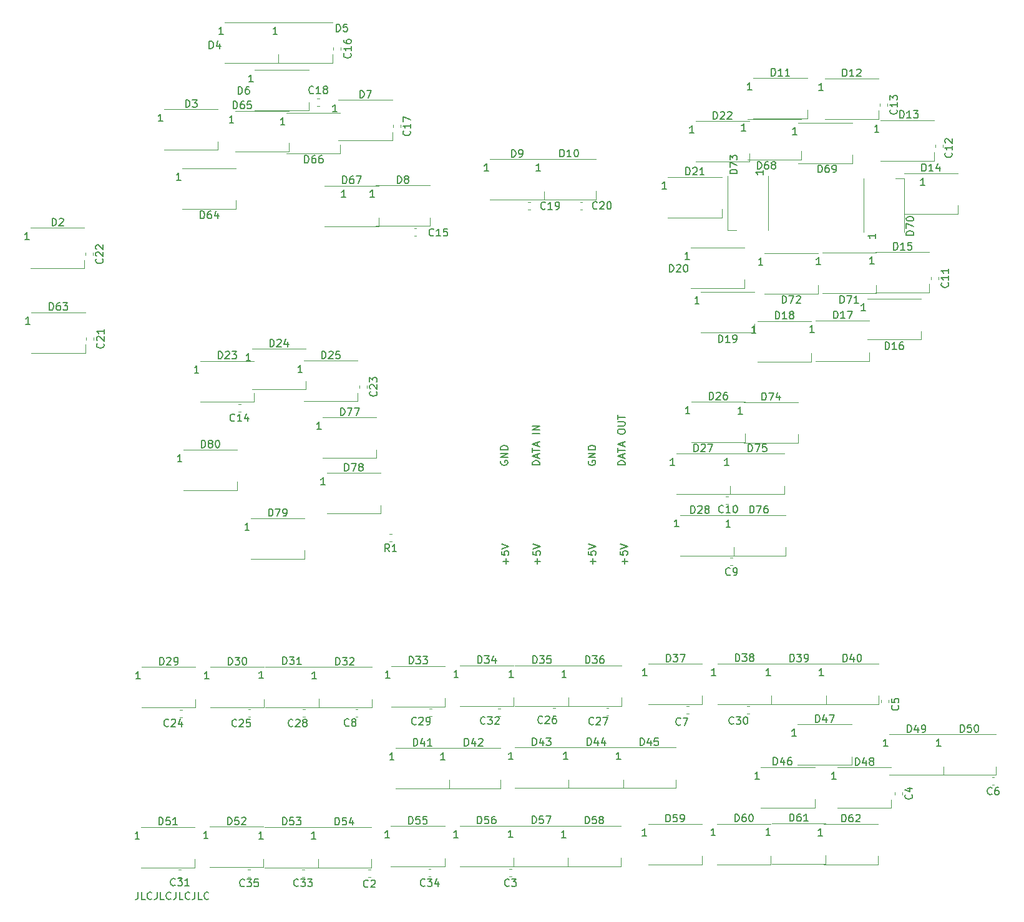
<source format=gbr>
G04 #@! TF.GenerationSoftware,KiCad,Pcbnew,(5.1.6)-1*
G04 #@! TF.CreationDate,2021-02-10T22:37:55+11:00*
G04 #@! TF.ProjectId,KY58 Panel PCB V2,4b593538-2050-4616-9e65-6c2050434220,rev?*
G04 #@! TF.SameCoordinates,Original*
G04 #@! TF.FileFunction,Legend,Top*
G04 #@! TF.FilePolarity,Positive*
%FSLAX46Y46*%
G04 Gerber Fmt 4.6, Leading zero omitted, Abs format (unit mm)*
G04 Created by KiCad (PCBNEW (5.1.6)-1) date 2021-02-10 22:37:55*
%MOMM*%
%LPD*%
G01*
G04 APERTURE LIST*
%ADD10C,0.150000*%
%ADD11C,0.120000*%
G04 APERTURE END LIST*
D10*
X96630952Y-151102380D02*
X96630952Y-151816666D01*
X96583333Y-151959523D01*
X96488095Y-152054761D01*
X96345238Y-152102380D01*
X96250000Y-152102380D01*
X97583333Y-152102380D02*
X97107142Y-152102380D01*
X97107142Y-151102380D01*
X98488095Y-152007142D02*
X98440476Y-152054761D01*
X98297619Y-152102380D01*
X98202380Y-152102380D01*
X98059523Y-152054761D01*
X97964285Y-151959523D01*
X97916666Y-151864285D01*
X97869047Y-151673809D01*
X97869047Y-151530952D01*
X97916666Y-151340476D01*
X97964285Y-151245238D01*
X98059523Y-151150000D01*
X98202380Y-151102380D01*
X98297619Y-151102380D01*
X98440476Y-151150000D01*
X98488095Y-151197619D01*
X99202380Y-151102380D02*
X99202380Y-151816666D01*
X99154761Y-151959523D01*
X99059523Y-152054761D01*
X98916666Y-152102380D01*
X98821428Y-152102380D01*
X100154761Y-152102380D02*
X99678571Y-152102380D01*
X99678571Y-151102380D01*
X101059523Y-152007142D02*
X101011904Y-152054761D01*
X100869047Y-152102380D01*
X100773809Y-152102380D01*
X100630952Y-152054761D01*
X100535714Y-151959523D01*
X100488095Y-151864285D01*
X100440476Y-151673809D01*
X100440476Y-151530952D01*
X100488095Y-151340476D01*
X100535714Y-151245238D01*
X100630952Y-151150000D01*
X100773809Y-151102380D01*
X100869047Y-151102380D01*
X101011904Y-151150000D01*
X101059523Y-151197619D01*
X101773809Y-151102380D02*
X101773809Y-151816666D01*
X101726190Y-151959523D01*
X101630952Y-152054761D01*
X101488095Y-152102380D01*
X101392857Y-152102380D01*
X102726190Y-152102380D02*
X102250000Y-152102380D01*
X102250000Y-151102380D01*
X103630952Y-152007142D02*
X103583333Y-152054761D01*
X103440476Y-152102380D01*
X103345238Y-152102380D01*
X103202380Y-152054761D01*
X103107142Y-151959523D01*
X103059523Y-151864285D01*
X103011904Y-151673809D01*
X103011904Y-151530952D01*
X103059523Y-151340476D01*
X103107142Y-151245238D01*
X103202380Y-151150000D01*
X103345238Y-151102380D01*
X103440476Y-151102380D01*
X103583333Y-151150000D01*
X103630952Y-151197619D01*
X104345238Y-151102380D02*
X104345238Y-151816666D01*
X104297619Y-151959523D01*
X104202380Y-152054761D01*
X104059523Y-152102380D01*
X103964285Y-152102380D01*
X105297619Y-152102380D02*
X104821428Y-152102380D01*
X104821428Y-151102380D01*
X106202380Y-152007142D02*
X106154761Y-152054761D01*
X106011904Y-152102380D01*
X105916666Y-152102380D01*
X105773809Y-152054761D01*
X105678571Y-151959523D01*
X105630952Y-151864285D01*
X105583333Y-151673809D01*
X105583333Y-151530952D01*
X105630952Y-151340476D01*
X105678571Y-151245238D01*
X105773809Y-151150000D01*
X105916666Y-151102380D01*
X106011904Y-151102380D01*
X106154761Y-151150000D01*
X106202380Y-151197619D01*
X162702380Y-93110713D02*
X161702380Y-93110713D01*
X161702380Y-92872618D01*
X161750000Y-92729761D01*
X161845238Y-92634523D01*
X161940476Y-92586904D01*
X162130952Y-92539285D01*
X162273809Y-92539285D01*
X162464285Y-92586904D01*
X162559523Y-92634523D01*
X162654761Y-92729761D01*
X162702380Y-92872618D01*
X162702380Y-93110713D01*
X162416666Y-92158332D02*
X162416666Y-91682142D01*
X162702380Y-92253570D02*
X161702380Y-91920237D01*
X162702380Y-91586904D01*
X161702380Y-91396428D02*
X161702380Y-90824999D01*
X162702380Y-91110713D02*
X161702380Y-91110713D01*
X162416666Y-90539285D02*
X162416666Y-90063094D01*
X162702380Y-90634523D02*
X161702380Y-90301190D01*
X162702380Y-89967856D01*
X161702380Y-88682142D02*
X161702380Y-88491666D01*
X161750000Y-88396428D01*
X161845238Y-88301190D01*
X162035714Y-88253570D01*
X162369047Y-88253570D01*
X162559523Y-88301190D01*
X162654761Y-88396428D01*
X162702380Y-88491666D01*
X162702380Y-88682142D01*
X162654761Y-88777380D01*
X162559523Y-88872618D01*
X162369047Y-88920237D01*
X162035714Y-88920237D01*
X161845238Y-88872618D01*
X161750000Y-88777380D01*
X161702380Y-88682142D01*
X161702380Y-87824999D02*
X162511904Y-87824999D01*
X162607142Y-87777380D01*
X162654761Y-87729761D01*
X162702380Y-87634523D01*
X162702380Y-87444047D01*
X162654761Y-87348809D01*
X162607142Y-87301190D01*
X162511904Y-87253570D01*
X161702380Y-87253570D01*
X161702380Y-86920237D02*
X161702380Y-86348809D01*
X162702380Y-86634523D02*
X161702380Y-86634523D01*
X151102380Y-93110714D02*
X150102380Y-93110714D01*
X150102380Y-92872618D01*
X150150000Y-92729761D01*
X150245238Y-92634523D01*
X150340476Y-92586904D01*
X150530952Y-92539285D01*
X150673809Y-92539285D01*
X150864285Y-92586904D01*
X150959523Y-92634523D01*
X151054761Y-92729761D01*
X151102380Y-92872618D01*
X151102380Y-93110714D01*
X150816666Y-92158333D02*
X150816666Y-91682142D01*
X151102380Y-92253571D02*
X150102380Y-91920237D01*
X151102380Y-91586904D01*
X150102380Y-91396428D02*
X150102380Y-90824999D01*
X151102380Y-91110714D02*
X150102380Y-91110714D01*
X150816666Y-90539285D02*
X150816666Y-90063095D01*
X151102380Y-90634523D02*
X150102380Y-90301190D01*
X151102380Y-89967857D01*
X151102380Y-88872618D02*
X150102380Y-88872618D01*
X151102380Y-88396428D02*
X150102380Y-88396428D01*
X151102380Y-87824999D01*
X150102380Y-87824999D01*
X157750000Y-92586904D02*
X157702380Y-92682142D01*
X157702380Y-92825000D01*
X157750000Y-92967857D01*
X157845238Y-93063095D01*
X157940476Y-93110714D01*
X158130952Y-93158333D01*
X158273809Y-93158333D01*
X158464285Y-93110714D01*
X158559523Y-93063095D01*
X158654761Y-92967857D01*
X158702380Y-92825000D01*
X158702380Y-92729761D01*
X158654761Y-92586904D01*
X158607142Y-92539285D01*
X158273809Y-92539285D01*
X158273809Y-92729761D01*
X158702380Y-92110714D02*
X157702380Y-92110714D01*
X158702380Y-91539285D01*
X157702380Y-91539285D01*
X158702380Y-91063095D02*
X157702380Y-91063095D01*
X157702380Y-90825000D01*
X157750000Y-90682142D01*
X157845238Y-90586904D01*
X157940476Y-90539285D01*
X158130952Y-90491666D01*
X158273809Y-90491666D01*
X158464285Y-90539285D01*
X158559523Y-90586904D01*
X158654761Y-90682142D01*
X158702380Y-90825000D01*
X158702380Y-91063095D01*
X145850000Y-92586904D02*
X145802380Y-92682142D01*
X145802380Y-92825000D01*
X145850000Y-92967857D01*
X145945238Y-93063095D01*
X146040476Y-93110714D01*
X146230952Y-93158333D01*
X146373809Y-93158333D01*
X146564285Y-93110714D01*
X146659523Y-93063095D01*
X146754761Y-92967857D01*
X146802380Y-92825000D01*
X146802380Y-92729761D01*
X146754761Y-92586904D01*
X146707142Y-92539285D01*
X146373809Y-92539285D01*
X146373809Y-92729761D01*
X146802380Y-92110714D02*
X145802380Y-92110714D01*
X146802380Y-91539285D01*
X145802380Y-91539285D01*
X146802380Y-91063095D02*
X145802380Y-91063095D01*
X145802380Y-90825000D01*
X145850000Y-90682142D01*
X145945238Y-90586904D01*
X146040476Y-90539285D01*
X146230952Y-90491666D01*
X146373809Y-90491666D01*
X146564285Y-90539285D01*
X146659523Y-90586904D01*
X146754761Y-90682142D01*
X146802380Y-90825000D01*
X146802380Y-91063095D01*
X162646428Y-106560714D02*
X162646428Y-105798809D01*
X163027380Y-106179761D02*
X162265476Y-106179761D01*
X162027380Y-104846428D02*
X162027380Y-105322619D01*
X162503571Y-105370238D01*
X162455952Y-105322619D01*
X162408333Y-105227380D01*
X162408333Y-104989285D01*
X162455952Y-104894047D01*
X162503571Y-104846428D01*
X162598809Y-104798809D01*
X162836904Y-104798809D01*
X162932142Y-104846428D01*
X162979761Y-104894047D01*
X163027380Y-104989285D01*
X163027380Y-105227380D01*
X162979761Y-105322619D01*
X162932142Y-105370238D01*
X162027380Y-104513095D02*
X163027380Y-104179761D01*
X162027380Y-103846428D01*
X158346428Y-106560714D02*
X158346428Y-105798809D01*
X158727380Y-106179761D02*
X157965476Y-106179761D01*
X157727380Y-104846428D02*
X157727380Y-105322619D01*
X158203571Y-105370238D01*
X158155952Y-105322619D01*
X158108333Y-105227380D01*
X158108333Y-104989285D01*
X158155952Y-104894047D01*
X158203571Y-104846428D01*
X158298809Y-104798809D01*
X158536904Y-104798809D01*
X158632142Y-104846428D01*
X158679761Y-104894047D01*
X158727380Y-104989285D01*
X158727380Y-105227380D01*
X158679761Y-105322619D01*
X158632142Y-105370238D01*
X157727380Y-104513095D02*
X158727380Y-104179761D01*
X157727380Y-103846428D01*
X150821428Y-106560714D02*
X150821428Y-105798809D01*
X151202380Y-106179761D02*
X150440476Y-106179761D01*
X150202380Y-104846428D02*
X150202380Y-105322619D01*
X150678571Y-105370238D01*
X150630952Y-105322619D01*
X150583333Y-105227380D01*
X150583333Y-104989285D01*
X150630952Y-104894047D01*
X150678571Y-104846428D01*
X150773809Y-104798809D01*
X151011904Y-104798809D01*
X151107142Y-104846428D01*
X151154761Y-104894047D01*
X151202380Y-104989285D01*
X151202380Y-105227380D01*
X151154761Y-105322619D01*
X151107142Y-105370238D01*
X150202380Y-104513095D02*
X151202380Y-104179761D01*
X150202380Y-103846428D01*
X146546428Y-106560714D02*
X146546428Y-105798809D01*
X146927380Y-106179761D02*
X146165476Y-106179761D01*
X145927380Y-104846428D02*
X145927380Y-105322619D01*
X146403571Y-105370238D01*
X146355952Y-105322619D01*
X146308333Y-105227380D01*
X146308333Y-104989285D01*
X146355952Y-104894047D01*
X146403571Y-104846428D01*
X146498809Y-104798809D01*
X146736904Y-104798809D01*
X146832142Y-104846428D01*
X146879761Y-104894047D01*
X146927380Y-104989285D01*
X146927380Y-105227380D01*
X146879761Y-105322619D01*
X146832142Y-105370238D01*
X145927380Y-104513095D02*
X146927380Y-104179761D01*
X145927380Y-103846428D01*
D11*
G04 #@! TO.C,D80*
X110075000Y-96575000D02*
X110075000Y-95425000D01*
X102775000Y-96575000D02*
X110075000Y-96575000D01*
X102775000Y-91075000D02*
X110075000Y-91075000D01*
G04 #@! TO.C,D79*
X119225000Y-105875000D02*
X119225000Y-104725000D01*
X111925000Y-105875000D02*
X119225000Y-105875000D01*
X111925000Y-100375000D02*
X119225000Y-100375000D01*
G04 #@! TO.C,D78*
X129525000Y-99725000D02*
X129525000Y-98575000D01*
X122225000Y-99725000D02*
X129525000Y-99725000D01*
X122225000Y-94225000D02*
X129525000Y-94225000D01*
G04 #@! TO.C,D77*
X128975000Y-92175000D02*
X128975000Y-91025000D01*
X121675000Y-92175000D02*
X128975000Y-92175000D01*
X121675000Y-86675000D02*
X128975000Y-86675000D01*
G04 #@! TO.C,D76*
X184500000Y-105450000D02*
X184500000Y-104300000D01*
X177200000Y-105450000D02*
X184500000Y-105450000D01*
X177200000Y-99950000D02*
X184500000Y-99950000D01*
G04 #@! TO.C,D75*
X184300000Y-97100000D02*
X184300000Y-95950000D01*
X177000000Y-97100000D02*
X184300000Y-97100000D01*
X177000000Y-91600000D02*
X184300000Y-91600000D01*
G04 #@! TO.C,D74*
X186150000Y-90125000D02*
X186150000Y-88975000D01*
X178850000Y-90125000D02*
X186150000Y-90125000D01*
X178850000Y-84625000D02*
X186150000Y-84625000D01*
G04 #@! TO.C,D73*
X176625000Y-61225000D02*
X177775000Y-61225000D01*
X176625000Y-53925000D02*
X176625000Y-61225000D01*
X182125000Y-53925000D02*
X182125000Y-61225000D01*
G04 #@! TO.C,D69*
X193525000Y-52175000D02*
X193525000Y-51025000D01*
X186225000Y-52175000D02*
X193525000Y-52175000D01*
X186225000Y-46675000D02*
X193525000Y-46675000D01*
G04 #@! TO.C,D72*
X188900000Y-69875000D02*
X188900000Y-68725000D01*
X181600000Y-69875000D02*
X188900000Y-69875000D01*
X181600000Y-64375000D02*
X188900000Y-64375000D01*
G04 #@! TO.C,D71*
X196750000Y-69825000D02*
X196750000Y-68675000D01*
X189450000Y-69825000D02*
X196750000Y-69825000D01*
X189450000Y-64325000D02*
X196750000Y-64325000D01*
G04 #@! TO.C,D70*
X200550000Y-54250000D02*
X199400000Y-54250000D01*
X200550000Y-61550000D02*
X200550000Y-54250000D01*
X195050000Y-61550000D02*
X195050000Y-54250000D01*
G04 #@! TO.C,D68*
X186600000Y-51675000D02*
X186600000Y-50525000D01*
X179300000Y-51675000D02*
X186600000Y-51675000D01*
X179300000Y-46175000D02*
X186600000Y-46175000D01*
G04 #@! TO.C,D67*
X129250000Y-60725000D02*
X129250000Y-59575000D01*
X121950000Y-60725000D02*
X129250000Y-60725000D01*
X121950000Y-55225000D02*
X129250000Y-55225000D01*
G04 #@! TO.C,D66*
X124050000Y-50850000D02*
X124050000Y-49700000D01*
X116750000Y-50850000D02*
X124050000Y-50850000D01*
X116750000Y-45350000D02*
X124050000Y-45350000D01*
G04 #@! TO.C,D65*
X117100000Y-50575000D02*
X117100000Y-49425000D01*
X109800000Y-50575000D02*
X117100000Y-50575000D01*
X109800000Y-45075000D02*
X117100000Y-45075000D01*
G04 #@! TO.C,D64*
X109925000Y-58350000D02*
X109925000Y-57200000D01*
X102625000Y-58350000D02*
X109925000Y-58350000D01*
X102625000Y-52850000D02*
X109925000Y-52850000D01*
G04 #@! TO.C,C4*
X200320000Y-137534721D02*
X200320000Y-137860279D01*
X199300000Y-137534721D02*
X199300000Y-137860279D01*
G04 #@! TO.C,C13*
X198275000Y-44084721D02*
X198275000Y-44410279D01*
X197255000Y-44084721D02*
X197255000Y-44410279D01*
G04 #@! TO.C,C34*
X136029721Y-147920000D02*
X136355279Y-147920000D01*
X136029721Y-148940000D02*
X136355279Y-148940000D01*
G04 #@! TO.C,C33*
X118859721Y-148020000D02*
X119185279Y-148020000D01*
X118859721Y-149040000D02*
X119185279Y-149040000D01*
G04 #@! TO.C,C31*
X102129721Y-148010000D02*
X102455279Y-148010000D01*
X102129721Y-149030000D02*
X102455279Y-149030000D01*
G04 #@! TO.C,C35*
X111529721Y-148060000D02*
X111855279Y-148060000D01*
X111529721Y-149080000D02*
X111855279Y-149080000D01*
G04 #@! TO.C,R1*
X131074779Y-103507000D02*
X130749221Y-103507000D01*
X131074779Y-102487000D02*
X130749221Y-102487000D01*
G04 #@! TO.C,C32*
X145449721Y-126190000D02*
X145775279Y-126190000D01*
X145449721Y-127210000D02*
X145775279Y-127210000D01*
G04 #@! TO.C,C30*
X179249721Y-125890000D02*
X179575279Y-125890000D01*
X179249721Y-126910000D02*
X179575279Y-126910000D01*
G04 #@! TO.C,C29*
X136149721Y-126190000D02*
X136475279Y-126190000D01*
X136149721Y-127210000D02*
X136475279Y-127210000D01*
G04 #@! TO.C,C28*
X118949721Y-126290000D02*
X119275279Y-126290000D01*
X118949721Y-127310000D02*
X119275279Y-127310000D01*
G04 #@! TO.C,C27*
X160149721Y-126090000D02*
X160475279Y-126090000D01*
X160149721Y-127110000D02*
X160475279Y-127110000D01*
G04 #@! TO.C,C26*
X152949721Y-126090000D02*
X153275279Y-126090000D01*
X152949721Y-127110000D02*
X153275279Y-127110000D01*
G04 #@! TO.C,C25*
X111549721Y-126290000D02*
X111875279Y-126290000D01*
X111549721Y-127310000D02*
X111875279Y-127310000D01*
G04 #@! TO.C,C24*
X102249721Y-126390000D02*
X102575279Y-126390000D01*
X102249721Y-127410000D02*
X102575279Y-127410000D01*
G04 #@! TO.C,C23*
X127685000Y-82349721D02*
X127685000Y-82675279D01*
X126665000Y-82349721D02*
X126665000Y-82675279D01*
G04 #@! TO.C,C22*
X90510000Y-64349721D02*
X90510000Y-64675279D01*
X89490000Y-64349721D02*
X89490000Y-64675279D01*
G04 #@! TO.C,C21*
X90635000Y-75824721D02*
X90635000Y-76150279D01*
X89615000Y-75824721D02*
X89615000Y-76150279D01*
G04 #@! TO.C,C20*
X156599721Y-57415000D02*
X156925279Y-57415000D01*
X156599721Y-58435000D02*
X156925279Y-58435000D01*
G04 #@! TO.C,C19*
X149549721Y-57415000D02*
X149875279Y-57415000D01*
X149549721Y-58435000D02*
X149875279Y-58435000D01*
G04 #@! TO.C,C18*
X121262779Y-44410000D02*
X120937221Y-44410000D01*
X121262779Y-43390000D02*
X120937221Y-43390000D01*
G04 #@! TO.C,C17*
X132285000Y-46974721D02*
X132285000Y-47300279D01*
X131265000Y-46974721D02*
X131265000Y-47300279D01*
G04 #@! TO.C,C16*
X124160000Y-36449721D02*
X124160000Y-36775279D01*
X123140000Y-36449721D02*
X123140000Y-36775279D01*
G04 #@! TO.C,C15*
X134074721Y-60990000D02*
X134400279Y-60990000D01*
X134074721Y-62010000D02*
X134400279Y-62010000D01*
G04 #@! TO.C,C14*
X110219721Y-84850000D02*
X110545279Y-84850000D01*
X110219721Y-85870000D02*
X110545279Y-85870000D01*
G04 #@! TO.C,C12*
X205790000Y-49699721D02*
X205790000Y-50025279D01*
X204770000Y-49699721D02*
X204770000Y-50025279D01*
G04 #@! TO.C,C11*
X205240000Y-67594721D02*
X205240000Y-67920279D01*
X204220000Y-67594721D02*
X204220000Y-67920279D01*
G04 #@! TO.C,C10*
X176725279Y-98410000D02*
X176399721Y-98410000D01*
X176725279Y-97390000D02*
X176399721Y-97390000D01*
G04 #@! TO.C,C9*
X177300279Y-106720000D02*
X176974721Y-106720000D01*
X177300279Y-105700000D02*
X176974721Y-105700000D01*
G04 #@! TO.C,C8*
X126124721Y-126290000D02*
X126450279Y-126290000D01*
X126124721Y-127310000D02*
X126450279Y-127310000D01*
G04 #@! TO.C,C7*
X171049721Y-125890000D02*
X171375279Y-125890000D01*
X171049721Y-126910000D02*
X171375279Y-126910000D01*
G04 #@! TO.C,C6*
X212810279Y-136510000D02*
X212484721Y-136510000D01*
X212810279Y-135490000D02*
X212484721Y-135490000D01*
G04 #@! TO.C,C5*
X197407000Y-125323779D02*
X197407000Y-124998221D01*
X198427000Y-125323779D02*
X198427000Y-124998221D01*
G04 #@! TO.C,C3*
X147300279Y-148940000D02*
X146974721Y-148940000D01*
X147300279Y-147920000D02*
X146974721Y-147920000D01*
G04 #@! TO.C,C2*
X128180279Y-149080000D02*
X127854721Y-149080000D01*
X128180279Y-148060000D02*
X127854721Y-148060000D01*
G04 #@! TO.C,D63*
X89462800Y-77908400D02*
X89462800Y-76758400D01*
X82162800Y-77908400D02*
X89462800Y-77908400D01*
X82162800Y-72408400D02*
X89462800Y-72408400D01*
G04 #@! TO.C,D62*
X196995000Y-147352000D02*
X196995000Y-146202000D01*
X189695000Y-147352000D02*
X196995000Y-147352000D01*
X189695000Y-141852000D02*
X196995000Y-141852000D01*
G04 #@! TO.C,D61*
X189920000Y-147276000D02*
X189920000Y-146126000D01*
X182620000Y-147276000D02*
X189920000Y-147276000D01*
X182620000Y-141776000D02*
X189920000Y-141776000D01*
G04 #@! TO.C,D60*
X182478000Y-147327000D02*
X182478000Y-146177000D01*
X175178000Y-147327000D02*
X182478000Y-147327000D01*
X175178000Y-141827000D02*
X182478000Y-141827000D01*
G04 #@! TO.C,D59*
X173130000Y-147352000D02*
X173130000Y-146202000D01*
X165830000Y-147352000D02*
X173130000Y-147352000D01*
X165830000Y-141852000D02*
X173130000Y-141852000D01*
G04 #@! TO.C,D58*
X162160000Y-147606000D02*
X162160000Y-146456000D01*
X154860000Y-147606000D02*
X162160000Y-147606000D01*
X154860000Y-142106000D02*
X162160000Y-142106000D01*
G04 #@! TO.C,D57*
X154972000Y-147581000D02*
X154972000Y-146431000D01*
X147672000Y-147581000D02*
X154972000Y-147581000D01*
X147672000Y-142081000D02*
X154972000Y-142081000D01*
G04 #@! TO.C,D56*
X147553000Y-147606000D02*
X147553000Y-146456000D01*
X140253000Y-147606000D02*
X147553000Y-147606000D01*
X140253000Y-142106000D02*
X147553000Y-142106000D01*
G04 #@! TO.C,D55*
X138231000Y-147631000D02*
X138231000Y-146481000D01*
X130931000Y-147631000D02*
X138231000Y-147631000D01*
X130931000Y-142131000D02*
X138231000Y-142131000D01*
G04 #@! TO.C,D54*
X128249000Y-147784000D02*
X128249000Y-146634000D01*
X120949000Y-147784000D02*
X128249000Y-147784000D01*
X120949000Y-142284000D02*
X128249000Y-142284000D01*
G04 #@! TO.C,D53*
X121111000Y-147758000D02*
X121111000Y-146608000D01*
X113811000Y-147758000D02*
X121111000Y-147758000D01*
X113811000Y-142258000D02*
X121111000Y-142258000D01*
G04 #@! TO.C,D52*
X113644000Y-147733000D02*
X113644000Y-146583000D01*
X106344000Y-147733000D02*
X113644000Y-147733000D01*
X106344000Y-142233000D02*
X113644000Y-142233000D01*
G04 #@! TO.C,D51*
X104324000Y-147759000D02*
X104324000Y-146609000D01*
X97024000Y-147759000D02*
X104324000Y-147759000D01*
X97024000Y-142259000D02*
X104324000Y-142259000D01*
G04 #@! TO.C,D50*
X213059000Y-135185000D02*
X213059000Y-134035000D01*
X205759000Y-135185000D02*
X213059000Y-135185000D01*
X205759000Y-129685000D02*
X213059000Y-129685000D01*
G04 #@! TO.C,D49*
X205873000Y-135211000D02*
X205873000Y-134061000D01*
X198573000Y-135211000D02*
X205873000Y-135211000D01*
X198573000Y-129711000D02*
X205873000Y-129711000D01*
G04 #@! TO.C,D48*
X198824000Y-139681000D02*
X198824000Y-138531000D01*
X191524000Y-139681000D02*
X198824000Y-139681000D01*
X191524000Y-134181000D02*
X198824000Y-134181000D01*
G04 #@! TO.C,D47*
X193439000Y-133839000D02*
X193439000Y-132689000D01*
X186139000Y-133839000D02*
X193439000Y-133839000D01*
X186139000Y-128339000D02*
X193439000Y-128339000D01*
G04 #@! TO.C,D46*
X188435000Y-139656000D02*
X188435000Y-138506000D01*
X181135000Y-139656000D02*
X188435000Y-139656000D01*
X181135000Y-134156000D02*
X188435000Y-134156000D01*
G04 #@! TO.C,D45*
X169625000Y-136989000D02*
X169625000Y-135839000D01*
X162325000Y-136989000D02*
X169625000Y-136989000D01*
X162325000Y-131489000D02*
X169625000Y-131489000D01*
G04 #@! TO.C,D44*
X162451000Y-136964000D02*
X162451000Y-135814000D01*
X155151000Y-136964000D02*
X162451000Y-136964000D01*
X155151000Y-131464000D02*
X162451000Y-131464000D01*
G04 #@! TO.C,D43*
X155009000Y-136989000D02*
X155009000Y-135839000D01*
X147709000Y-136989000D02*
X155009000Y-136989000D01*
X147709000Y-131489000D02*
X155009000Y-131489000D01*
G04 #@! TO.C,D42*
X145788000Y-137040000D02*
X145788000Y-135890000D01*
X138488000Y-137040000D02*
X145788000Y-137040000D01*
X138488000Y-131540000D02*
X145788000Y-131540000D01*
G04 #@! TO.C,D41*
X138866000Y-137040000D02*
X138866000Y-135890000D01*
X131566000Y-137040000D02*
X138866000Y-137040000D01*
X131566000Y-131540000D02*
X138866000Y-131540000D01*
G04 #@! TO.C,D40*
X197147000Y-125610000D02*
X197147000Y-124460000D01*
X189847000Y-125610000D02*
X197147000Y-125610000D01*
X189847000Y-120110000D02*
X197147000Y-120110000D01*
G04 #@! TO.C,D39*
X189959000Y-125610000D02*
X189959000Y-124460000D01*
X182659000Y-125610000D02*
X189959000Y-125610000D01*
X182659000Y-120110000D02*
X189959000Y-120110000D01*
G04 #@! TO.C,D38*
X182542000Y-125584000D02*
X182542000Y-124434000D01*
X175242000Y-125584000D02*
X182542000Y-125584000D01*
X175242000Y-120084000D02*
X182542000Y-120084000D01*
G04 #@! TO.C,D37*
X173181000Y-125610000D02*
X173181000Y-124460000D01*
X165881000Y-125610000D02*
X173181000Y-125610000D01*
X165881000Y-120110000D02*
X173181000Y-120110000D01*
G04 #@! TO.C,D36*
X162234000Y-125838000D02*
X162234000Y-124688000D01*
X154934000Y-125838000D02*
X162234000Y-125838000D01*
X154934000Y-120338000D02*
X162234000Y-120338000D01*
G04 #@! TO.C,D35*
X155059000Y-125838000D02*
X155059000Y-124688000D01*
X147759000Y-125838000D02*
X155059000Y-125838000D01*
X147759000Y-120338000D02*
X155059000Y-120338000D01*
G04 #@! TO.C,D34*
X147592000Y-125838000D02*
X147592000Y-124688000D01*
X140292000Y-125838000D02*
X147592000Y-125838000D01*
X140292000Y-120338000D02*
X147592000Y-120338000D01*
G04 #@! TO.C,D33*
X138284000Y-125914000D02*
X138284000Y-124764000D01*
X130984000Y-125914000D02*
X138284000Y-125914000D01*
X130984000Y-120414000D02*
X138284000Y-120414000D01*
G04 #@! TO.C,D32*
X128327000Y-126067000D02*
X128327000Y-124917000D01*
X121027000Y-126067000D02*
X128327000Y-126067000D01*
X121027000Y-120567000D02*
X128327000Y-120567000D01*
G04 #@! TO.C,D31*
X121139000Y-125991000D02*
X121139000Y-124841000D01*
X113839000Y-125991000D02*
X121139000Y-125991000D01*
X113839000Y-120491000D02*
X121139000Y-120491000D01*
G04 #@! TO.C,D30*
X113734000Y-126042000D02*
X113734000Y-124892000D01*
X106434000Y-126042000D02*
X113734000Y-126042000D01*
X106434000Y-120542000D02*
X113734000Y-120542000D01*
G04 #@! TO.C,D29*
X104437000Y-126042000D02*
X104437000Y-124892000D01*
X97137000Y-126042000D02*
X104437000Y-126042000D01*
X97137000Y-120542000D02*
X104437000Y-120542000D01*
G04 #@! TO.C,D28*
X177501000Y-105417000D02*
X177501000Y-104267000D01*
X170201000Y-105417000D02*
X177501000Y-105417000D01*
X170201000Y-99917000D02*
X177501000Y-99917000D01*
G04 #@! TO.C,D27*
X176943000Y-97085400D02*
X176943000Y-95935400D01*
X169643000Y-97085400D02*
X176943000Y-97085400D01*
X169643000Y-91585400D02*
X176943000Y-91585400D01*
G04 #@! TO.C,D26*
X179000000Y-90049600D02*
X179000000Y-88899600D01*
X171700000Y-90049600D02*
X179000000Y-90049600D01*
X171700000Y-84549600D02*
X179000000Y-84549600D01*
G04 #@! TO.C,D25*
X126422000Y-84487000D02*
X126422000Y-83337000D01*
X119122000Y-84487000D02*
X126422000Y-84487000D01*
X119122000Y-78987000D02*
X126422000Y-78987000D01*
G04 #@! TO.C,D24*
X119398000Y-82861600D02*
X119398000Y-81711600D01*
X112098000Y-82861600D02*
X119398000Y-82861600D01*
X112098000Y-77361600D02*
X119398000Y-77361600D01*
G04 #@! TO.C,D23*
X112374000Y-84512400D02*
X112374000Y-83362400D01*
X105074000Y-84512400D02*
X112374000Y-84512400D01*
X105074000Y-79012400D02*
X112374000Y-79012400D01*
G04 #@! TO.C,D22*
X179559000Y-51975000D02*
X179559000Y-50825000D01*
X172259000Y-51975000D02*
X179559000Y-51975000D01*
X172259000Y-46475000D02*
X179559000Y-46475000D01*
G04 #@! TO.C,D21*
X175824000Y-59549400D02*
X175824000Y-58399400D01*
X168524000Y-59549400D02*
X175824000Y-59549400D01*
X168524000Y-54049400D02*
X175824000Y-54049400D01*
G04 #@! TO.C,D20*
X178925000Y-69100000D02*
X178925000Y-67950000D01*
X171625000Y-69100000D02*
X178925000Y-69100000D01*
X171625000Y-63600000D02*
X178925000Y-63600000D01*
G04 #@! TO.C,D19*
X180270000Y-75114400D02*
X180270000Y-73964400D01*
X172970000Y-75114400D02*
X180270000Y-75114400D01*
X172970000Y-69614400D02*
X180270000Y-69614400D01*
G04 #@! TO.C,D18*
X187964000Y-79102200D02*
X187964000Y-77952200D01*
X180664000Y-79102200D02*
X187964000Y-79102200D01*
X180664000Y-73602200D02*
X187964000Y-73602200D01*
G04 #@! TO.C,D17*
X195866000Y-79026000D02*
X195866000Y-77876000D01*
X188566000Y-79026000D02*
X195866000Y-79026000D01*
X188566000Y-73526000D02*
X195866000Y-73526000D01*
G04 #@! TO.C,D16*
X202851000Y-76105400D02*
X202851000Y-74955400D01*
X195551000Y-76105400D02*
X202851000Y-76105400D01*
X195551000Y-70605400D02*
X202851000Y-70605400D01*
G04 #@! TO.C,D15*
X204005000Y-69729800D02*
X204005000Y-68579800D01*
X196705000Y-69729800D02*
X204005000Y-69729800D01*
X196705000Y-64229800D02*
X204005000Y-64229800D01*
G04 #@! TO.C,D14*
X207852000Y-59051600D02*
X207852000Y-57901600D01*
X200552000Y-59051600D02*
X207852000Y-59051600D01*
X200552000Y-53551600D02*
X207852000Y-53551600D01*
G04 #@! TO.C,D13*
X204650000Y-51827000D02*
X204650000Y-50677000D01*
X197350000Y-51827000D02*
X204650000Y-51827000D01*
X197350000Y-46327000D02*
X204650000Y-46327000D01*
G04 #@! TO.C,D12*
X197100000Y-46175000D02*
X197100000Y-45025000D01*
X189800000Y-46175000D02*
X197100000Y-46175000D01*
X189800000Y-40675000D02*
X197100000Y-40675000D01*
G04 #@! TO.C,D11*
X187419000Y-46107800D02*
X187419000Y-44957800D01*
X180119000Y-46107800D02*
X187419000Y-46107800D01*
X180119000Y-40607800D02*
X187419000Y-40607800D01*
G04 #@! TO.C,D10*
X158742000Y-57106000D02*
X158742000Y-55956000D01*
X151442000Y-57106000D02*
X158742000Y-57106000D01*
X151442000Y-51606000D02*
X158742000Y-51606000D01*
G04 #@! TO.C,D9*
X151695000Y-57131400D02*
X151695000Y-55981400D01*
X144395000Y-57131400D02*
X151695000Y-57131400D01*
X144395000Y-51631400D02*
X151695000Y-51631400D01*
G04 #@! TO.C,D8*
X136201000Y-60687200D02*
X136201000Y-59537200D01*
X128901000Y-60687200D02*
X136201000Y-60687200D01*
X128901000Y-55187200D02*
X136201000Y-55187200D01*
G04 #@! TO.C,D7*
X131121000Y-49104800D02*
X131121000Y-47954800D01*
X123821000Y-49104800D02*
X131121000Y-49104800D01*
X123821000Y-43604800D02*
X131121000Y-43604800D01*
G04 #@! TO.C,D6*
X119765000Y-45040800D02*
X119765000Y-43890800D01*
X112465000Y-45040800D02*
X119765000Y-45040800D01*
X112465000Y-39540800D02*
X119765000Y-39540800D01*
G04 #@! TO.C,D5*
X123042000Y-38563800D02*
X123042000Y-37413800D01*
X115742000Y-38563800D02*
X123042000Y-38563800D01*
X115742000Y-33063800D02*
X123042000Y-33063800D01*
G04 #@! TO.C,D4*
X115678000Y-38563800D02*
X115678000Y-37413800D01*
X108378000Y-38563800D02*
X115678000Y-38563800D01*
X108378000Y-33063800D02*
X115678000Y-33063800D01*
G04 #@! TO.C,D3*
X107475000Y-50375000D02*
X107475000Y-49225000D01*
X100175000Y-50375000D02*
X107475000Y-50375000D01*
X100175000Y-44875000D02*
X107475000Y-44875000D01*
G04 #@! TO.C,D2*
X89363400Y-66453000D02*
X89363400Y-65303000D01*
X82063400Y-66453000D02*
X89363400Y-66453000D01*
X82063400Y-60953000D02*
X89363400Y-60953000D01*
G04 #@! TO.C,D80*
D10*
X105210714Y-90777380D02*
X105210714Y-89777380D01*
X105448809Y-89777380D01*
X105591666Y-89825000D01*
X105686904Y-89920238D01*
X105734523Y-90015476D01*
X105782142Y-90205952D01*
X105782142Y-90348809D01*
X105734523Y-90539285D01*
X105686904Y-90634523D01*
X105591666Y-90729761D01*
X105448809Y-90777380D01*
X105210714Y-90777380D01*
X106353571Y-90205952D02*
X106258333Y-90158333D01*
X106210714Y-90110714D01*
X106163095Y-90015476D01*
X106163095Y-89967857D01*
X106210714Y-89872619D01*
X106258333Y-89825000D01*
X106353571Y-89777380D01*
X106544047Y-89777380D01*
X106639285Y-89825000D01*
X106686904Y-89872619D01*
X106734523Y-89967857D01*
X106734523Y-90015476D01*
X106686904Y-90110714D01*
X106639285Y-90158333D01*
X106544047Y-90205952D01*
X106353571Y-90205952D01*
X106258333Y-90253571D01*
X106210714Y-90301190D01*
X106163095Y-90396428D01*
X106163095Y-90586904D01*
X106210714Y-90682142D01*
X106258333Y-90729761D01*
X106353571Y-90777380D01*
X106544047Y-90777380D01*
X106639285Y-90729761D01*
X106686904Y-90682142D01*
X106734523Y-90586904D01*
X106734523Y-90396428D01*
X106686904Y-90301190D01*
X106639285Y-90253571D01*
X106544047Y-90205952D01*
X107353571Y-89777380D02*
X107448809Y-89777380D01*
X107544047Y-89825000D01*
X107591666Y-89872619D01*
X107639285Y-89967857D01*
X107686904Y-90158333D01*
X107686904Y-90396428D01*
X107639285Y-90586904D01*
X107591666Y-90682142D01*
X107544047Y-90729761D01*
X107448809Y-90777380D01*
X107353571Y-90777380D01*
X107258333Y-90729761D01*
X107210714Y-90682142D01*
X107163095Y-90586904D01*
X107115476Y-90396428D01*
X107115476Y-90158333D01*
X107163095Y-89967857D01*
X107210714Y-89872619D01*
X107258333Y-89825000D01*
X107353571Y-89777380D01*
X102560714Y-92677380D02*
X101989285Y-92677380D01*
X102275000Y-92677380D02*
X102275000Y-91677380D01*
X102179761Y-91820238D01*
X102084523Y-91915476D01*
X101989285Y-91963095D01*
G04 #@! TO.C,D79*
X114360714Y-100077380D02*
X114360714Y-99077380D01*
X114598809Y-99077380D01*
X114741666Y-99125000D01*
X114836904Y-99220238D01*
X114884523Y-99315476D01*
X114932142Y-99505952D01*
X114932142Y-99648809D01*
X114884523Y-99839285D01*
X114836904Y-99934523D01*
X114741666Y-100029761D01*
X114598809Y-100077380D01*
X114360714Y-100077380D01*
X115265476Y-99077380D02*
X115932142Y-99077380D01*
X115503571Y-100077380D01*
X116360714Y-100077380D02*
X116551190Y-100077380D01*
X116646428Y-100029761D01*
X116694047Y-99982142D01*
X116789285Y-99839285D01*
X116836904Y-99648809D01*
X116836904Y-99267857D01*
X116789285Y-99172619D01*
X116741666Y-99125000D01*
X116646428Y-99077380D01*
X116455952Y-99077380D01*
X116360714Y-99125000D01*
X116313095Y-99172619D01*
X116265476Y-99267857D01*
X116265476Y-99505952D01*
X116313095Y-99601190D01*
X116360714Y-99648809D01*
X116455952Y-99696428D01*
X116646428Y-99696428D01*
X116741666Y-99648809D01*
X116789285Y-99601190D01*
X116836904Y-99505952D01*
X111710714Y-101977380D02*
X111139285Y-101977380D01*
X111425000Y-101977380D02*
X111425000Y-100977380D01*
X111329761Y-101120238D01*
X111234523Y-101215476D01*
X111139285Y-101263095D01*
G04 #@! TO.C,D78*
X124660714Y-93927380D02*
X124660714Y-92927380D01*
X124898809Y-92927380D01*
X125041666Y-92975000D01*
X125136904Y-93070238D01*
X125184523Y-93165476D01*
X125232142Y-93355952D01*
X125232142Y-93498809D01*
X125184523Y-93689285D01*
X125136904Y-93784523D01*
X125041666Y-93879761D01*
X124898809Y-93927380D01*
X124660714Y-93927380D01*
X125565476Y-92927380D02*
X126232142Y-92927380D01*
X125803571Y-93927380D01*
X126755952Y-93355952D02*
X126660714Y-93308333D01*
X126613095Y-93260714D01*
X126565476Y-93165476D01*
X126565476Y-93117857D01*
X126613095Y-93022619D01*
X126660714Y-92975000D01*
X126755952Y-92927380D01*
X126946428Y-92927380D01*
X127041666Y-92975000D01*
X127089285Y-93022619D01*
X127136904Y-93117857D01*
X127136904Y-93165476D01*
X127089285Y-93260714D01*
X127041666Y-93308333D01*
X126946428Y-93355952D01*
X126755952Y-93355952D01*
X126660714Y-93403571D01*
X126613095Y-93451190D01*
X126565476Y-93546428D01*
X126565476Y-93736904D01*
X126613095Y-93832142D01*
X126660714Y-93879761D01*
X126755952Y-93927380D01*
X126946428Y-93927380D01*
X127041666Y-93879761D01*
X127089285Y-93832142D01*
X127136904Y-93736904D01*
X127136904Y-93546428D01*
X127089285Y-93451190D01*
X127041666Y-93403571D01*
X126946428Y-93355952D01*
X122010714Y-95827380D02*
X121439285Y-95827380D01*
X121725000Y-95827380D02*
X121725000Y-94827380D01*
X121629761Y-94970238D01*
X121534523Y-95065476D01*
X121439285Y-95113095D01*
G04 #@! TO.C,D77*
X124110714Y-86377380D02*
X124110714Y-85377380D01*
X124348809Y-85377380D01*
X124491666Y-85425000D01*
X124586904Y-85520238D01*
X124634523Y-85615476D01*
X124682142Y-85805952D01*
X124682142Y-85948809D01*
X124634523Y-86139285D01*
X124586904Y-86234523D01*
X124491666Y-86329761D01*
X124348809Y-86377380D01*
X124110714Y-86377380D01*
X125015476Y-85377380D02*
X125682142Y-85377380D01*
X125253571Y-86377380D01*
X125967857Y-85377380D02*
X126634523Y-85377380D01*
X126205952Y-86377380D01*
X121460714Y-88277380D02*
X120889285Y-88277380D01*
X121175000Y-88277380D02*
X121175000Y-87277380D01*
X121079761Y-87420238D01*
X120984523Y-87515476D01*
X120889285Y-87563095D01*
G04 #@! TO.C,D76*
X179635714Y-99652380D02*
X179635714Y-98652380D01*
X179873809Y-98652380D01*
X180016666Y-98700000D01*
X180111904Y-98795238D01*
X180159523Y-98890476D01*
X180207142Y-99080952D01*
X180207142Y-99223809D01*
X180159523Y-99414285D01*
X180111904Y-99509523D01*
X180016666Y-99604761D01*
X179873809Y-99652380D01*
X179635714Y-99652380D01*
X180540476Y-98652380D02*
X181207142Y-98652380D01*
X180778571Y-99652380D01*
X182016666Y-98652380D02*
X181826190Y-98652380D01*
X181730952Y-98700000D01*
X181683333Y-98747619D01*
X181588095Y-98890476D01*
X181540476Y-99080952D01*
X181540476Y-99461904D01*
X181588095Y-99557142D01*
X181635714Y-99604761D01*
X181730952Y-99652380D01*
X181921428Y-99652380D01*
X182016666Y-99604761D01*
X182064285Y-99557142D01*
X182111904Y-99461904D01*
X182111904Y-99223809D01*
X182064285Y-99128571D01*
X182016666Y-99080952D01*
X181921428Y-99033333D01*
X181730952Y-99033333D01*
X181635714Y-99080952D01*
X181588095Y-99128571D01*
X181540476Y-99223809D01*
X176985714Y-101552380D02*
X176414285Y-101552380D01*
X176700000Y-101552380D02*
X176700000Y-100552380D01*
X176604761Y-100695238D01*
X176509523Y-100790476D01*
X176414285Y-100838095D01*
G04 #@! TO.C,D75*
X179435714Y-91302380D02*
X179435714Y-90302380D01*
X179673809Y-90302380D01*
X179816666Y-90350000D01*
X179911904Y-90445238D01*
X179959523Y-90540476D01*
X180007142Y-90730952D01*
X180007142Y-90873809D01*
X179959523Y-91064285D01*
X179911904Y-91159523D01*
X179816666Y-91254761D01*
X179673809Y-91302380D01*
X179435714Y-91302380D01*
X180340476Y-90302380D02*
X181007142Y-90302380D01*
X180578571Y-91302380D01*
X181864285Y-90302380D02*
X181388095Y-90302380D01*
X181340476Y-90778571D01*
X181388095Y-90730952D01*
X181483333Y-90683333D01*
X181721428Y-90683333D01*
X181816666Y-90730952D01*
X181864285Y-90778571D01*
X181911904Y-90873809D01*
X181911904Y-91111904D01*
X181864285Y-91207142D01*
X181816666Y-91254761D01*
X181721428Y-91302380D01*
X181483333Y-91302380D01*
X181388095Y-91254761D01*
X181340476Y-91207142D01*
X176785714Y-93202380D02*
X176214285Y-93202380D01*
X176500000Y-93202380D02*
X176500000Y-92202380D01*
X176404761Y-92345238D01*
X176309523Y-92440476D01*
X176214285Y-92488095D01*
G04 #@! TO.C,D74*
X181285714Y-84327380D02*
X181285714Y-83327380D01*
X181523809Y-83327380D01*
X181666666Y-83375000D01*
X181761904Y-83470238D01*
X181809523Y-83565476D01*
X181857142Y-83755952D01*
X181857142Y-83898809D01*
X181809523Y-84089285D01*
X181761904Y-84184523D01*
X181666666Y-84279761D01*
X181523809Y-84327380D01*
X181285714Y-84327380D01*
X182190476Y-83327380D02*
X182857142Y-83327380D01*
X182428571Y-84327380D01*
X183666666Y-83660714D02*
X183666666Y-84327380D01*
X183428571Y-83279761D02*
X183190476Y-83994047D01*
X183809523Y-83994047D01*
X178635714Y-86227380D02*
X178064285Y-86227380D01*
X178350000Y-86227380D02*
X178350000Y-85227380D01*
X178254761Y-85370238D01*
X178159523Y-85465476D01*
X178064285Y-85513095D01*
G04 #@! TO.C,D73*
X177927380Y-53589285D02*
X176927380Y-53589285D01*
X176927380Y-53351190D01*
X176975000Y-53208333D01*
X177070238Y-53113095D01*
X177165476Y-53065476D01*
X177355952Y-53017857D01*
X177498809Y-53017857D01*
X177689285Y-53065476D01*
X177784523Y-53113095D01*
X177879761Y-53208333D01*
X177927380Y-53351190D01*
X177927380Y-53589285D01*
X176927380Y-52684523D02*
X176927380Y-52017857D01*
X177927380Y-52446428D01*
X176927380Y-51732142D02*
X176927380Y-51113095D01*
X177308333Y-51446428D01*
X177308333Y-51303571D01*
X177355952Y-51208333D01*
X177403571Y-51160714D01*
X177498809Y-51113095D01*
X177736904Y-51113095D01*
X177832142Y-51160714D01*
X177879761Y-51208333D01*
X177927380Y-51303571D01*
X177927380Y-51589285D01*
X177879761Y-51684523D01*
X177832142Y-51732142D01*
X181427380Y-53139285D02*
X181427380Y-53710714D01*
X181427380Y-53425000D02*
X180427380Y-53425000D01*
X180570238Y-53520238D01*
X180665476Y-53615476D01*
X180713095Y-53710714D01*
G04 #@! TO.C,D69*
X188885714Y-53427380D02*
X188885714Y-52427380D01*
X189123809Y-52427380D01*
X189266666Y-52475000D01*
X189361904Y-52570238D01*
X189409523Y-52665476D01*
X189457142Y-52855952D01*
X189457142Y-52998809D01*
X189409523Y-53189285D01*
X189361904Y-53284523D01*
X189266666Y-53379761D01*
X189123809Y-53427380D01*
X188885714Y-53427380D01*
X190314285Y-52427380D02*
X190123809Y-52427380D01*
X190028571Y-52475000D01*
X189980952Y-52522619D01*
X189885714Y-52665476D01*
X189838095Y-52855952D01*
X189838095Y-53236904D01*
X189885714Y-53332142D01*
X189933333Y-53379761D01*
X190028571Y-53427380D01*
X190219047Y-53427380D01*
X190314285Y-53379761D01*
X190361904Y-53332142D01*
X190409523Y-53236904D01*
X190409523Y-52998809D01*
X190361904Y-52903571D01*
X190314285Y-52855952D01*
X190219047Y-52808333D01*
X190028571Y-52808333D01*
X189933333Y-52855952D01*
X189885714Y-52903571D01*
X189838095Y-52998809D01*
X190885714Y-53427380D02*
X191076190Y-53427380D01*
X191171428Y-53379761D01*
X191219047Y-53332142D01*
X191314285Y-53189285D01*
X191361904Y-52998809D01*
X191361904Y-52617857D01*
X191314285Y-52522619D01*
X191266666Y-52475000D01*
X191171428Y-52427380D01*
X190980952Y-52427380D01*
X190885714Y-52475000D01*
X190838095Y-52522619D01*
X190790476Y-52617857D01*
X190790476Y-52855952D01*
X190838095Y-52951190D01*
X190885714Y-52998809D01*
X190980952Y-53046428D01*
X191171428Y-53046428D01*
X191266666Y-52998809D01*
X191314285Y-52951190D01*
X191361904Y-52855952D01*
X186010714Y-48277380D02*
X185439285Y-48277380D01*
X185725000Y-48277380D02*
X185725000Y-47277380D01*
X185629761Y-47420238D01*
X185534523Y-47515476D01*
X185439285Y-47563095D01*
G04 #@! TO.C,D72*
X184035714Y-71152380D02*
X184035714Y-70152380D01*
X184273809Y-70152380D01*
X184416666Y-70200000D01*
X184511904Y-70295238D01*
X184559523Y-70390476D01*
X184607142Y-70580952D01*
X184607142Y-70723809D01*
X184559523Y-70914285D01*
X184511904Y-71009523D01*
X184416666Y-71104761D01*
X184273809Y-71152380D01*
X184035714Y-71152380D01*
X184940476Y-70152380D02*
X185607142Y-70152380D01*
X185178571Y-71152380D01*
X185940476Y-70247619D02*
X185988095Y-70200000D01*
X186083333Y-70152380D01*
X186321428Y-70152380D01*
X186416666Y-70200000D01*
X186464285Y-70247619D01*
X186511904Y-70342857D01*
X186511904Y-70438095D01*
X186464285Y-70580952D01*
X185892857Y-71152380D01*
X186511904Y-71152380D01*
X181385714Y-65977380D02*
X180814285Y-65977380D01*
X181100000Y-65977380D02*
X181100000Y-64977380D01*
X181004761Y-65120238D01*
X180909523Y-65215476D01*
X180814285Y-65263095D01*
G04 #@! TO.C,D71*
X191885714Y-71152380D02*
X191885714Y-70152380D01*
X192123809Y-70152380D01*
X192266666Y-70200000D01*
X192361904Y-70295238D01*
X192409523Y-70390476D01*
X192457142Y-70580952D01*
X192457142Y-70723809D01*
X192409523Y-70914285D01*
X192361904Y-71009523D01*
X192266666Y-71104761D01*
X192123809Y-71152380D01*
X191885714Y-71152380D01*
X192790476Y-70152380D02*
X193457142Y-70152380D01*
X193028571Y-71152380D01*
X194361904Y-71152380D02*
X193790476Y-71152380D01*
X194076190Y-71152380D02*
X194076190Y-70152380D01*
X193980952Y-70295238D01*
X193885714Y-70390476D01*
X193790476Y-70438095D01*
X189235714Y-65927380D02*
X188664285Y-65927380D01*
X188950000Y-65927380D02*
X188950000Y-64927380D01*
X188854761Y-65070238D01*
X188759523Y-65165476D01*
X188664285Y-65213095D01*
G04 #@! TO.C,D70*
X201852380Y-61914285D02*
X200852380Y-61914285D01*
X200852380Y-61676190D01*
X200900000Y-61533333D01*
X200995238Y-61438095D01*
X201090476Y-61390476D01*
X201280952Y-61342857D01*
X201423809Y-61342857D01*
X201614285Y-61390476D01*
X201709523Y-61438095D01*
X201804761Y-61533333D01*
X201852380Y-61676190D01*
X201852380Y-61914285D01*
X200852380Y-61009523D02*
X200852380Y-60342857D01*
X201852380Y-60771428D01*
X200852380Y-59771428D02*
X200852380Y-59676190D01*
X200900000Y-59580952D01*
X200947619Y-59533333D01*
X201042857Y-59485714D01*
X201233333Y-59438095D01*
X201471428Y-59438095D01*
X201661904Y-59485714D01*
X201757142Y-59533333D01*
X201804761Y-59580952D01*
X201852380Y-59676190D01*
X201852380Y-59771428D01*
X201804761Y-59866666D01*
X201757142Y-59914285D01*
X201661904Y-59961904D01*
X201471428Y-60009523D01*
X201233333Y-60009523D01*
X201042857Y-59961904D01*
X200947619Y-59914285D01*
X200900000Y-59866666D01*
X200852380Y-59771428D01*
X196652380Y-61764285D02*
X196652380Y-62335714D01*
X196652380Y-62050000D02*
X195652380Y-62050000D01*
X195795238Y-62145238D01*
X195890476Y-62240476D01*
X195938095Y-62335714D01*
G04 #@! TO.C,D68*
X180660714Y-52952380D02*
X180660714Y-51952380D01*
X180898809Y-51952380D01*
X181041666Y-52000000D01*
X181136904Y-52095238D01*
X181184523Y-52190476D01*
X181232142Y-52380952D01*
X181232142Y-52523809D01*
X181184523Y-52714285D01*
X181136904Y-52809523D01*
X181041666Y-52904761D01*
X180898809Y-52952380D01*
X180660714Y-52952380D01*
X182089285Y-51952380D02*
X181898809Y-51952380D01*
X181803571Y-52000000D01*
X181755952Y-52047619D01*
X181660714Y-52190476D01*
X181613095Y-52380952D01*
X181613095Y-52761904D01*
X181660714Y-52857142D01*
X181708333Y-52904761D01*
X181803571Y-52952380D01*
X181994047Y-52952380D01*
X182089285Y-52904761D01*
X182136904Y-52857142D01*
X182184523Y-52761904D01*
X182184523Y-52523809D01*
X182136904Y-52428571D01*
X182089285Y-52380952D01*
X181994047Y-52333333D01*
X181803571Y-52333333D01*
X181708333Y-52380952D01*
X181660714Y-52428571D01*
X181613095Y-52523809D01*
X182755952Y-52380952D02*
X182660714Y-52333333D01*
X182613095Y-52285714D01*
X182565476Y-52190476D01*
X182565476Y-52142857D01*
X182613095Y-52047619D01*
X182660714Y-52000000D01*
X182755952Y-51952380D01*
X182946428Y-51952380D01*
X183041666Y-52000000D01*
X183089285Y-52047619D01*
X183136904Y-52142857D01*
X183136904Y-52190476D01*
X183089285Y-52285714D01*
X183041666Y-52333333D01*
X182946428Y-52380952D01*
X182755952Y-52380952D01*
X182660714Y-52428571D01*
X182613095Y-52476190D01*
X182565476Y-52571428D01*
X182565476Y-52761904D01*
X182613095Y-52857142D01*
X182660714Y-52904761D01*
X182755952Y-52952380D01*
X182946428Y-52952380D01*
X183041666Y-52904761D01*
X183089285Y-52857142D01*
X183136904Y-52761904D01*
X183136904Y-52571428D01*
X183089285Y-52476190D01*
X183041666Y-52428571D01*
X182946428Y-52380952D01*
X179085714Y-47777380D02*
X178514285Y-47777380D01*
X178800000Y-47777380D02*
X178800000Y-46777380D01*
X178704761Y-46920238D01*
X178609523Y-47015476D01*
X178514285Y-47063095D01*
G04 #@! TO.C,D67*
X124385714Y-54927380D02*
X124385714Y-53927380D01*
X124623809Y-53927380D01*
X124766666Y-53975000D01*
X124861904Y-54070238D01*
X124909523Y-54165476D01*
X124957142Y-54355952D01*
X124957142Y-54498809D01*
X124909523Y-54689285D01*
X124861904Y-54784523D01*
X124766666Y-54879761D01*
X124623809Y-54927380D01*
X124385714Y-54927380D01*
X125814285Y-53927380D02*
X125623809Y-53927380D01*
X125528571Y-53975000D01*
X125480952Y-54022619D01*
X125385714Y-54165476D01*
X125338095Y-54355952D01*
X125338095Y-54736904D01*
X125385714Y-54832142D01*
X125433333Y-54879761D01*
X125528571Y-54927380D01*
X125719047Y-54927380D01*
X125814285Y-54879761D01*
X125861904Y-54832142D01*
X125909523Y-54736904D01*
X125909523Y-54498809D01*
X125861904Y-54403571D01*
X125814285Y-54355952D01*
X125719047Y-54308333D01*
X125528571Y-54308333D01*
X125433333Y-54355952D01*
X125385714Y-54403571D01*
X125338095Y-54498809D01*
X126242857Y-53927380D02*
X126909523Y-53927380D01*
X126480952Y-54927380D01*
X124810714Y-56777380D02*
X124239285Y-56777380D01*
X124525000Y-56777380D02*
X124525000Y-55777380D01*
X124429761Y-55920238D01*
X124334523Y-56015476D01*
X124239285Y-56063095D01*
G04 #@! TO.C,D66*
X119235714Y-52127380D02*
X119235714Y-51127380D01*
X119473809Y-51127380D01*
X119616666Y-51175000D01*
X119711904Y-51270238D01*
X119759523Y-51365476D01*
X119807142Y-51555952D01*
X119807142Y-51698809D01*
X119759523Y-51889285D01*
X119711904Y-51984523D01*
X119616666Y-52079761D01*
X119473809Y-52127380D01*
X119235714Y-52127380D01*
X120664285Y-51127380D02*
X120473809Y-51127380D01*
X120378571Y-51175000D01*
X120330952Y-51222619D01*
X120235714Y-51365476D01*
X120188095Y-51555952D01*
X120188095Y-51936904D01*
X120235714Y-52032142D01*
X120283333Y-52079761D01*
X120378571Y-52127380D01*
X120569047Y-52127380D01*
X120664285Y-52079761D01*
X120711904Y-52032142D01*
X120759523Y-51936904D01*
X120759523Y-51698809D01*
X120711904Y-51603571D01*
X120664285Y-51555952D01*
X120569047Y-51508333D01*
X120378571Y-51508333D01*
X120283333Y-51555952D01*
X120235714Y-51603571D01*
X120188095Y-51698809D01*
X121616666Y-51127380D02*
X121426190Y-51127380D01*
X121330952Y-51175000D01*
X121283333Y-51222619D01*
X121188095Y-51365476D01*
X121140476Y-51555952D01*
X121140476Y-51936904D01*
X121188095Y-52032142D01*
X121235714Y-52079761D01*
X121330952Y-52127380D01*
X121521428Y-52127380D01*
X121616666Y-52079761D01*
X121664285Y-52032142D01*
X121711904Y-51936904D01*
X121711904Y-51698809D01*
X121664285Y-51603571D01*
X121616666Y-51555952D01*
X121521428Y-51508333D01*
X121330952Y-51508333D01*
X121235714Y-51555952D01*
X121188095Y-51603571D01*
X121140476Y-51698809D01*
X116535714Y-46952380D02*
X115964285Y-46952380D01*
X116250000Y-46952380D02*
X116250000Y-45952380D01*
X116154761Y-46095238D01*
X116059523Y-46190476D01*
X115964285Y-46238095D01*
G04 #@! TO.C,D65*
X109535714Y-44777380D02*
X109535714Y-43777380D01*
X109773809Y-43777380D01*
X109916666Y-43825000D01*
X110011904Y-43920238D01*
X110059523Y-44015476D01*
X110107142Y-44205952D01*
X110107142Y-44348809D01*
X110059523Y-44539285D01*
X110011904Y-44634523D01*
X109916666Y-44729761D01*
X109773809Y-44777380D01*
X109535714Y-44777380D01*
X110964285Y-43777380D02*
X110773809Y-43777380D01*
X110678571Y-43825000D01*
X110630952Y-43872619D01*
X110535714Y-44015476D01*
X110488095Y-44205952D01*
X110488095Y-44586904D01*
X110535714Y-44682142D01*
X110583333Y-44729761D01*
X110678571Y-44777380D01*
X110869047Y-44777380D01*
X110964285Y-44729761D01*
X111011904Y-44682142D01*
X111059523Y-44586904D01*
X111059523Y-44348809D01*
X111011904Y-44253571D01*
X110964285Y-44205952D01*
X110869047Y-44158333D01*
X110678571Y-44158333D01*
X110583333Y-44205952D01*
X110535714Y-44253571D01*
X110488095Y-44348809D01*
X111964285Y-43777380D02*
X111488095Y-43777380D01*
X111440476Y-44253571D01*
X111488095Y-44205952D01*
X111583333Y-44158333D01*
X111821428Y-44158333D01*
X111916666Y-44205952D01*
X111964285Y-44253571D01*
X112011904Y-44348809D01*
X112011904Y-44586904D01*
X111964285Y-44682142D01*
X111916666Y-44729761D01*
X111821428Y-44777380D01*
X111583333Y-44777380D01*
X111488095Y-44729761D01*
X111440476Y-44682142D01*
X109585714Y-46677380D02*
X109014285Y-46677380D01*
X109300000Y-46677380D02*
X109300000Y-45677380D01*
X109204761Y-45820238D01*
X109109523Y-45915476D01*
X109014285Y-45963095D01*
G04 #@! TO.C,D64*
X105085714Y-59677380D02*
X105085714Y-58677380D01*
X105323809Y-58677380D01*
X105466666Y-58725000D01*
X105561904Y-58820238D01*
X105609523Y-58915476D01*
X105657142Y-59105952D01*
X105657142Y-59248809D01*
X105609523Y-59439285D01*
X105561904Y-59534523D01*
X105466666Y-59629761D01*
X105323809Y-59677380D01*
X105085714Y-59677380D01*
X106514285Y-58677380D02*
X106323809Y-58677380D01*
X106228571Y-58725000D01*
X106180952Y-58772619D01*
X106085714Y-58915476D01*
X106038095Y-59105952D01*
X106038095Y-59486904D01*
X106085714Y-59582142D01*
X106133333Y-59629761D01*
X106228571Y-59677380D01*
X106419047Y-59677380D01*
X106514285Y-59629761D01*
X106561904Y-59582142D01*
X106609523Y-59486904D01*
X106609523Y-59248809D01*
X106561904Y-59153571D01*
X106514285Y-59105952D01*
X106419047Y-59058333D01*
X106228571Y-59058333D01*
X106133333Y-59105952D01*
X106085714Y-59153571D01*
X106038095Y-59248809D01*
X107466666Y-59010714D02*
X107466666Y-59677380D01*
X107228571Y-58629761D02*
X106990476Y-59344047D01*
X107609523Y-59344047D01*
X102410714Y-54452380D02*
X101839285Y-54452380D01*
X102125000Y-54452380D02*
X102125000Y-53452380D01*
X102029761Y-53595238D01*
X101934523Y-53690476D01*
X101839285Y-53738095D01*
G04 #@! TO.C,C4*
X201597142Y-137864166D02*
X201644761Y-137911785D01*
X201692380Y-138054642D01*
X201692380Y-138149880D01*
X201644761Y-138292738D01*
X201549523Y-138387976D01*
X201454285Y-138435595D01*
X201263809Y-138483214D01*
X201120952Y-138483214D01*
X200930476Y-138435595D01*
X200835238Y-138387976D01*
X200740000Y-138292738D01*
X200692380Y-138149880D01*
X200692380Y-138054642D01*
X200740000Y-137911785D01*
X200787619Y-137864166D01*
X201025714Y-137007023D02*
X201692380Y-137007023D01*
X200644761Y-137245119D02*
X201359047Y-137483214D01*
X201359047Y-136864166D01*
G04 #@! TO.C,C13*
X199552142Y-44890357D02*
X199599761Y-44937976D01*
X199647380Y-45080833D01*
X199647380Y-45176071D01*
X199599761Y-45318928D01*
X199504523Y-45414166D01*
X199409285Y-45461785D01*
X199218809Y-45509404D01*
X199075952Y-45509404D01*
X198885476Y-45461785D01*
X198790238Y-45414166D01*
X198695000Y-45318928D01*
X198647380Y-45176071D01*
X198647380Y-45080833D01*
X198695000Y-44937976D01*
X198742619Y-44890357D01*
X199647380Y-43937976D02*
X199647380Y-44509404D01*
X199647380Y-44223690D02*
X198647380Y-44223690D01*
X198790238Y-44318928D01*
X198885476Y-44414166D01*
X198933095Y-44509404D01*
X198647380Y-43604642D02*
X198647380Y-42985595D01*
X199028333Y-43318928D01*
X199028333Y-43176071D01*
X199075952Y-43080833D01*
X199123571Y-43033214D01*
X199218809Y-42985595D01*
X199456904Y-42985595D01*
X199552142Y-43033214D01*
X199599761Y-43080833D01*
X199647380Y-43176071D01*
X199647380Y-43461785D01*
X199599761Y-43557023D01*
X199552142Y-43604642D01*
G04 #@! TO.C,C34*
X135549642Y-150207142D02*
X135502023Y-150254761D01*
X135359166Y-150302380D01*
X135263928Y-150302380D01*
X135121071Y-150254761D01*
X135025833Y-150159523D01*
X134978214Y-150064285D01*
X134930595Y-149873809D01*
X134930595Y-149730952D01*
X134978214Y-149540476D01*
X135025833Y-149445238D01*
X135121071Y-149350000D01*
X135263928Y-149302380D01*
X135359166Y-149302380D01*
X135502023Y-149350000D01*
X135549642Y-149397619D01*
X135882976Y-149302380D02*
X136502023Y-149302380D01*
X136168690Y-149683333D01*
X136311547Y-149683333D01*
X136406785Y-149730952D01*
X136454404Y-149778571D01*
X136502023Y-149873809D01*
X136502023Y-150111904D01*
X136454404Y-150207142D01*
X136406785Y-150254761D01*
X136311547Y-150302380D01*
X136025833Y-150302380D01*
X135930595Y-150254761D01*
X135882976Y-150207142D01*
X137359166Y-149635714D02*
X137359166Y-150302380D01*
X137121071Y-149254761D02*
X136882976Y-149969047D01*
X137502023Y-149969047D01*
G04 #@! TO.C,C33*
X118357142Y-150232142D02*
X118309523Y-150279761D01*
X118166666Y-150327380D01*
X118071428Y-150327380D01*
X117928571Y-150279761D01*
X117833333Y-150184523D01*
X117785714Y-150089285D01*
X117738095Y-149898809D01*
X117738095Y-149755952D01*
X117785714Y-149565476D01*
X117833333Y-149470238D01*
X117928571Y-149375000D01*
X118071428Y-149327380D01*
X118166666Y-149327380D01*
X118309523Y-149375000D01*
X118357142Y-149422619D01*
X118690476Y-149327380D02*
X119309523Y-149327380D01*
X118976190Y-149708333D01*
X119119047Y-149708333D01*
X119214285Y-149755952D01*
X119261904Y-149803571D01*
X119309523Y-149898809D01*
X119309523Y-150136904D01*
X119261904Y-150232142D01*
X119214285Y-150279761D01*
X119119047Y-150327380D01*
X118833333Y-150327380D01*
X118738095Y-150279761D01*
X118690476Y-150232142D01*
X119642857Y-149327380D02*
X120261904Y-149327380D01*
X119928571Y-149708333D01*
X120071428Y-149708333D01*
X120166666Y-149755952D01*
X120214285Y-149803571D01*
X120261904Y-149898809D01*
X120261904Y-150136904D01*
X120214285Y-150232142D01*
X120166666Y-150279761D01*
X120071428Y-150327380D01*
X119785714Y-150327380D01*
X119690476Y-150279761D01*
X119642857Y-150232142D01*
G04 #@! TO.C,C31*
X101657142Y-150132142D02*
X101609523Y-150179761D01*
X101466666Y-150227380D01*
X101371428Y-150227380D01*
X101228571Y-150179761D01*
X101133333Y-150084523D01*
X101085714Y-149989285D01*
X101038095Y-149798809D01*
X101038095Y-149655952D01*
X101085714Y-149465476D01*
X101133333Y-149370238D01*
X101228571Y-149275000D01*
X101371428Y-149227380D01*
X101466666Y-149227380D01*
X101609523Y-149275000D01*
X101657142Y-149322619D01*
X101990476Y-149227380D02*
X102609523Y-149227380D01*
X102276190Y-149608333D01*
X102419047Y-149608333D01*
X102514285Y-149655952D01*
X102561904Y-149703571D01*
X102609523Y-149798809D01*
X102609523Y-150036904D01*
X102561904Y-150132142D01*
X102514285Y-150179761D01*
X102419047Y-150227380D01*
X102133333Y-150227380D01*
X102038095Y-150179761D01*
X101990476Y-150132142D01*
X103561904Y-150227380D02*
X102990476Y-150227380D01*
X103276190Y-150227380D02*
X103276190Y-149227380D01*
X103180952Y-149370238D01*
X103085714Y-149465476D01*
X102990476Y-149513095D01*
G04 #@! TO.C,C35*
X111049642Y-150257142D02*
X111002023Y-150304761D01*
X110859166Y-150352380D01*
X110763928Y-150352380D01*
X110621071Y-150304761D01*
X110525833Y-150209523D01*
X110478214Y-150114285D01*
X110430595Y-149923809D01*
X110430595Y-149780952D01*
X110478214Y-149590476D01*
X110525833Y-149495238D01*
X110621071Y-149400000D01*
X110763928Y-149352380D01*
X110859166Y-149352380D01*
X111002023Y-149400000D01*
X111049642Y-149447619D01*
X111382976Y-149352380D02*
X112002023Y-149352380D01*
X111668690Y-149733333D01*
X111811547Y-149733333D01*
X111906785Y-149780952D01*
X111954404Y-149828571D01*
X112002023Y-149923809D01*
X112002023Y-150161904D01*
X111954404Y-150257142D01*
X111906785Y-150304761D01*
X111811547Y-150352380D01*
X111525833Y-150352380D01*
X111430595Y-150304761D01*
X111382976Y-150257142D01*
X112906785Y-149352380D02*
X112430595Y-149352380D01*
X112382976Y-149828571D01*
X112430595Y-149780952D01*
X112525833Y-149733333D01*
X112763928Y-149733333D01*
X112859166Y-149780952D01*
X112906785Y-149828571D01*
X112954404Y-149923809D01*
X112954404Y-150161904D01*
X112906785Y-150257142D01*
X112859166Y-150304761D01*
X112763928Y-150352380D01*
X112525833Y-150352380D01*
X112430595Y-150304761D01*
X112382976Y-150257142D01*
G04 #@! TO.C,R1*
X130745333Y-104879380D02*
X130412000Y-104403190D01*
X130173904Y-104879380D02*
X130173904Y-103879380D01*
X130554857Y-103879380D01*
X130650095Y-103927000D01*
X130697714Y-103974619D01*
X130745333Y-104069857D01*
X130745333Y-104212714D01*
X130697714Y-104307952D01*
X130650095Y-104355571D01*
X130554857Y-104403190D01*
X130173904Y-104403190D01*
X131697714Y-104879380D02*
X131126285Y-104879380D01*
X131412000Y-104879380D02*
X131412000Y-103879380D01*
X131316761Y-104022238D01*
X131221523Y-104117476D01*
X131126285Y-104165095D01*
G04 #@! TO.C,C32*
X143707142Y-128207142D02*
X143659523Y-128254761D01*
X143516666Y-128302380D01*
X143421428Y-128302380D01*
X143278571Y-128254761D01*
X143183333Y-128159523D01*
X143135714Y-128064285D01*
X143088095Y-127873809D01*
X143088095Y-127730952D01*
X143135714Y-127540476D01*
X143183333Y-127445238D01*
X143278571Y-127350000D01*
X143421428Y-127302380D01*
X143516666Y-127302380D01*
X143659523Y-127350000D01*
X143707142Y-127397619D01*
X144040476Y-127302380D02*
X144659523Y-127302380D01*
X144326190Y-127683333D01*
X144469047Y-127683333D01*
X144564285Y-127730952D01*
X144611904Y-127778571D01*
X144659523Y-127873809D01*
X144659523Y-128111904D01*
X144611904Y-128207142D01*
X144564285Y-128254761D01*
X144469047Y-128302380D01*
X144183333Y-128302380D01*
X144088095Y-128254761D01*
X144040476Y-128207142D01*
X145040476Y-127397619D02*
X145088095Y-127350000D01*
X145183333Y-127302380D01*
X145421428Y-127302380D01*
X145516666Y-127350000D01*
X145564285Y-127397619D01*
X145611904Y-127492857D01*
X145611904Y-127588095D01*
X145564285Y-127730952D01*
X144992857Y-128302380D01*
X145611904Y-128302380D01*
G04 #@! TO.C,C30*
X177432142Y-128207142D02*
X177384523Y-128254761D01*
X177241666Y-128302380D01*
X177146428Y-128302380D01*
X177003571Y-128254761D01*
X176908333Y-128159523D01*
X176860714Y-128064285D01*
X176813095Y-127873809D01*
X176813095Y-127730952D01*
X176860714Y-127540476D01*
X176908333Y-127445238D01*
X177003571Y-127350000D01*
X177146428Y-127302380D01*
X177241666Y-127302380D01*
X177384523Y-127350000D01*
X177432142Y-127397619D01*
X177765476Y-127302380D02*
X178384523Y-127302380D01*
X178051190Y-127683333D01*
X178194047Y-127683333D01*
X178289285Y-127730952D01*
X178336904Y-127778571D01*
X178384523Y-127873809D01*
X178384523Y-128111904D01*
X178336904Y-128207142D01*
X178289285Y-128254761D01*
X178194047Y-128302380D01*
X177908333Y-128302380D01*
X177813095Y-128254761D01*
X177765476Y-128207142D01*
X179003571Y-127302380D02*
X179098809Y-127302380D01*
X179194047Y-127350000D01*
X179241666Y-127397619D01*
X179289285Y-127492857D01*
X179336904Y-127683333D01*
X179336904Y-127921428D01*
X179289285Y-128111904D01*
X179241666Y-128207142D01*
X179194047Y-128254761D01*
X179098809Y-128302380D01*
X179003571Y-128302380D01*
X178908333Y-128254761D01*
X178860714Y-128207142D01*
X178813095Y-128111904D01*
X178765476Y-127921428D01*
X178765476Y-127683333D01*
X178813095Y-127492857D01*
X178860714Y-127397619D01*
X178908333Y-127350000D01*
X179003571Y-127302380D01*
G04 #@! TO.C,C29*
X134357142Y-128282142D02*
X134309523Y-128329761D01*
X134166666Y-128377380D01*
X134071428Y-128377380D01*
X133928571Y-128329761D01*
X133833333Y-128234523D01*
X133785714Y-128139285D01*
X133738095Y-127948809D01*
X133738095Y-127805952D01*
X133785714Y-127615476D01*
X133833333Y-127520238D01*
X133928571Y-127425000D01*
X134071428Y-127377380D01*
X134166666Y-127377380D01*
X134309523Y-127425000D01*
X134357142Y-127472619D01*
X134738095Y-127472619D02*
X134785714Y-127425000D01*
X134880952Y-127377380D01*
X135119047Y-127377380D01*
X135214285Y-127425000D01*
X135261904Y-127472619D01*
X135309523Y-127567857D01*
X135309523Y-127663095D01*
X135261904Y-127805952D01*
X134690476Y-128377380D01*
X135309523Y-128377380D01*
X135785714Y-128377380D02*
X135976190Y-128377380D01*
X136071428Y-128329761D01*
X136119047Y-128282142D01*
X136214285Y-128139285D01*
X136261904Y-127948809D01*
X136261904Y-127567857D01*
X136214285Y-127472619D01*
X136166666Y-127425000D01*
X136071428Y-127377380D01*
X135880952Y-127377380D01*
X135785714Y-127425000D01*
X135738095Y-127472619D01*
X135690476Y-127567857D01*
X135690476Y-127805952D01*
X135738095Y-127901190D01*
X135785714Y-127948809D01*
X135880952Y-127996428D01*
X136071428Y-127996428D01*
X136166666Y-127948809D01*
X136214285Y-127901190D01*
X136261904Y-127805952D01*
G04 #@! TO.C,C28*
X117632142Y-128557142D02*
X117584523Y-128604761D01*
X117441666Y-128652380D01*
X117346428Y-128652380D01*
X117203571Y-128604761D01*
X117108333Y-128509523D01*
X117060714Y-128414285D01*
X117013095Y-128223809D01*
X117013095Y-128080952D01*
X117060714Y-127890476D01*
X117108333Y-127795238D01*
X117203571Y-127700000D01*
X117346428Y-127652380D01*
X117441666Y-127652380D01*
X117584523Y-127700000D01*
X117632142Y-127747619D01*
X118013095Y-127747619D02*
X118060714Y-127700000D01*
X118155952Y-127652380D01*
X118394047Y-127652380D01*
X118489285Y-127700000D01*
X118536904Y-127747619D01*
X118584523Y-127842857D01*
X118584523Y-127938095D01*
X118536904Y-128080952D01*
X117965476Y-128652380D01*
X118584523Y-128652380D01*
X119155952Y-128080952D02*
X119060714Y-128033333D01*
X119013095Y-127985714D01*
X118965476Y-127890476D01*
X118965476Y-127842857D01*
X119013095Y-127747619D01*
X119060714Y-127700000D01*
X119155952Y-127652380D01*
X119346428Y-127652380D01*
X119441666Y-127700000D01*
X119489285Y-127747619D01*
X119536904Y-127842857D01*
X119536904Y-127890476D01*
X119489285Y-127985714D01*
X119441666Y-128033333D01*
X119346428Y-128080952D01*
X119155952Y-128080952D01*
X119060714Y-128128571D01*
X119013095Y-128176190D01*
X118965476Y-128271428D01*
X118965476Y-128461904D01*
X119013095Y-128557142D01*
X119060714Y-128604761D01*
X119155952Y-128652380D01*
X119346428Y-128652380D01*
X119441666Y-128604761D01*
X119489285Y-128557142D01*
X119536904Y-128461904D01*
X119536904Y-128271428D01*
X119489285Y-128176190D01*
X119441666Y-128128571D01*
X119346428Y-128080952D01*
G04 #@! TO.C,C27*
X158432142Y-128282142D02*
X158384523Y-128329761D01*
X158241666Y-128377380D01*
X158146428Y-128377380D01*
X158003571Y-128329761D01*
X157908333Y-128234523D01*
X157860714Y-128139285D01*
X157813095Y-127948809D01*
X157813095Y-127805952D01*
X157860714Y-127615476D01*
X157908333Y-127520238D01*
X158003571Y-127425000D01*
X158146428Y-127377380D01*
X158241666Y-127377380D01*
X158384523Y-127425000D01*
X158432142Y-127472619D01*
X158813095Y-127472619D02*
X158860714Y-127425000D01*
X158955952Y-127377380D01*
X159194047Y-127377380D01*
X159289285Y-127425000D01*
X159336904Y-127472619D01*
X159384523Y-127567857D01*
X159384523Y-127663095D01*
X159336904Y-127805952D01*
X158765476Y-128377380D01*
X159384523Y-128377380D01*
X159717857Y-127377380D02*
X160384523Y-127377380D01*
X159955952Y-128377380D01*
G04 #@! TO.C,C26*
X151507142Y-128107142D02*
X151459523Y-128154761D01*
X151316666Y-128202380D01*
X151221428Y-128202380D01*
X151078571Y-128154761D01*
X150983333Y-128059523D01*
X150935714Y-127964285D01*
X150888095Y-127773809D01*
X150888095Y-127630952D01*
X150935714Y-127440476D01*
X150983333Y-127345238D01*
X151078571Y-127250000D01*
X151221428Y-127202380D01*
X151316666Y-127202380D01*
X151459523Y-127250000D01*
X151507142Y-127297619D01*
X151888095Y-127297619D02*
X151935714Y-127250000D01*
X152030952Y-127202380D01*
X152269047Y-127202380D01*
X152364285Y-127250000D01*
X152411904Y-127297619D01*
X152459523Y-127392857D01*
X152459523Y-127488095D01*
X152411904Y-127630952D01*
X151840476Y-128202380D01*
X152459523Y-128202380D01*
X153316666Y-127202380D02*
X153126190Y-127202380D01*
X153030952Y-127250000D01*
X152983333Y-127297619D01*
X152888095Y-127440476D01*
X152840476Y-127630952D01*
X152840476Y-128011904D01*
X152888095Y-128107142D01*
X152935714Y-128154761D01*
X153030952Y-128202380D01*
X153221428Y-128202380D01*
X153316666Y-128154761D01*
X153364285Y-128107142D01*
X153411904Y-128011904D01*
X153411904Y-127773809D01*
X153364285Y-127678571D01*
X153316666Y-127630952D01*
X153221428Y-127583333D01*
X153030952Y-127583333D01*
X152935714Y-127630952D01*
X152888095Y-127678571D01*
X152840476Y-127773809D01*
G04 #@! TO.C,C25*
X109982142Y-128557142D02*
X109934523Y-128604761D01*
X109791666Y-128652380D01*
X109696428Y-128652380D01*
X109553571Y-128604761D01*
X109458333Y-128509523D01*
X109410714Y-128414285D01*
X109363095Y-128223809D01*
X109363095Y-128080952D01*
X109410714Y-127890476D01*
X109458333Y-127795238D01*
X109553571Y-127700000D01*
X109696428Y-127652380D01*
X109791666Y-127652380D01*
X109934523Y-127700000D01*
X109982142Y-127747619D01*
X110363095Y-127747619D02*
X110410714Y-127700000D01*
X110505952Y-127652380D01*
X110744047Y-127652380D01*
X110839285Y-127700000D01*
X110886904Y-127747619D01*
X110934523Y-127842857D01*
X110934523Y-127938095D01*
X110886904Y-128080952D01*
X110315476Y-128652380D01*
X110934523Y-128652380D01*
X111839285Y-127652380D02*
X111363095Y-127652380D01*
X111315476Y-128128571D01*
X111363095Y-128080952D01*
X111458333Y-128033333D01*
X111696428Y-128033333D01*
X111791666Y-128080952D01*
X111839285Y-128128571D01*
X111886904Y-128223809D01*
X111886904Y-128461904D01*
X111839285Y-128557142D01*
X111791666Y-128604761D01*
X111696428Y-128652380D01*
X111458333Y-128652380D01*
X111363095Y-128604761D01*
X111315476Y-128557142D01*
G04 #@! TO.C,C24*
X100757142Y-128532142D02*
X100709523Y-128579761D01*
X100566666Y-128627380D01*
X100471428Y-128627380D01*
X100328571Y-128579761D01*
X100233333Y-128484523D01*
X100185714Y-128389285D01*
X100138095Y-128198809D01*
X100138095Y-128055952D01*
X100185714Y-127865476D01*
X100233333Y-127770238D01*
X100328571Y-127675000D01*
X100471428Y-127627380D01*
X100566666Y-127627380D01*
X100709523Y-127675000D01*
X100757142Y-127722619D01*
X101138095Y-127722619D02*
X101185714Y-127675000D01*
X101280952Y-127627380D01*
X101519047Y-127627380D01*
X101614285Y-127675000D01*
X101661904Y-127722619D01*
X101709523Y-127817857D01*
X101709523Y-127913095D01*
X101661904Y-128055952D01*
X101090476Y-128627380D01*
X101709523Y-128627380D01*
X102566666Y-127960714D02*
X102566666Y-128627380D01*
X102328571Y-127579761D02*
X102090476Y-128294047D01*
X102709523Y-128294047D01*
G04 #@! TO.C,C23*
X128962142Y-83155357D02*
X129009761Y-83202976D01*
X129057380Y-83345833D01*
X129057380Y-83441071D01*
X129009761Y-83583928D01*
X128914523Y-83679166D01*
X128819285Y-83726785D01*
X128628809Y-83774404D01*
X128485952Y-83774404D01*
X128295476Y-83726785D01*
X128200238Y-83679166D01*
X128105000Y-83583928D01*
X128057380Y-83441071D01*
X128057380Y-83345833D01*
X128105000Y-83202976D01*
X128152619Y-83155357D01*
X128152619Y-82774404D02*
X128105000Y-82726785D01*
X128057380Y-82631547D01*
X128057380Y-82393452D01*
X128105000Y-82298214D01*
X128152619Y-82250595D01*
X128247857Y-82202976D01*
X128343095Y-82202976D01*
X128485952Y-82250595D01*
X129057380Y-82822023D01*
X129057380Y-82202976D01*
X128057380Y-81869642D02*
X128057380Y-81250595D01*
X128438333Y-81583928D01*
X128438333Y-81441071D01*
X128485952Y-81345833D01*
X128533571Y-81298214D01*
X128628809Y-81250595D01*
X128866904Y-81250595D01*
X128962142Y-81298214D01*
X129009761Y-81345833D01*
X129057380Y-81441071D01*
X129057380Y-81726785D01*
X129009761Y-81822023D01*
X128962142Y-81869642D01*
G04 #@! TO.C,C22*
X91787142Y-65155357D02*
X91834761Y-65202976D01*
X91882380Y-65345833D01*
X91882380Y-65441071D01*
X91834761Y-65583928D01*
X91739523Y-65679166D01*
X91644285Y-65726785D01*
X91453809Y-65774404D01*
X91310952Y-65774404D01*
X91120476Y-65726785D01*
X91025238Y-65679166D01*
X90930000Y-65583928D01*
X90882380Y-65441071D01*
X90882380Y-65345833D01*
X90930000Y-65202976D01*
X90977619Y-65155357D01*
X90977619Y-64774404D02*
X90930000Y-64726785D01*
X90882380Y-64631547D01*
X90882380Y-64393452D01*
X90930000Y-64298214D01*
X90977619Y-64250595D01*
X91072857Y-64202976D01*
X91168095Y-64202976D01*
X91310952Y-64250595D01*
X91882380Y-64822023D01*
X91882380Y-64202976D01*
X90977619Y-63822023D02*
X90930000Y-63774404D01*
X90882380Y-63679166D01*
X90882380Y-63441071D01*
X90930000Y-63345833D01*
X90977619Y-63298214D01*
X91072857Y-63250595D01*
X91168095Y-63250595D01*
X91310952Y-63298214D01*
X91882380Y-63869642D01*
X91882380Y-63250595D01*
G04 #@! TO.C,C21*
X91912142Y-76630357D02*
X91959761Y-76677976D01*
X92007380Y-76820833D01*
X92007380Y-76916071D01*
X91959761Y-77058928D01*
X91864523Y-77154166D01*
X91769285Y-77201785D01*
X91578809Y-77249404D01*
X91435952Y-77249404D01*
X91245476Y-77201785D01*
X91150238Y-77154166D01*
X91055000Y-77058928D01*
X91007380Y-76916071D01*
X91007380Y-76820833D01*
X91055000Y-76677976D01*
X91102619Y-76630357D01*
X91102619Y-76249404D02*
X91055000Y-76201785D01*
X91007380Y-76106547D01*
X91007380Y-75868452D01*
X91055000Y-75773214D01*
X91102619Y-75725595D01*
X91197857Y-75677976D01*
X91293095Y-75677976D01*
X91435952Y-75725595D01*
X92007380Y-76297023D01*
X92007380Y-75677976D01*
X92007380Y-74725595D02*
X92007380Y-75297023D01*
X92007380Y-75011309D02*
X91007380Y-75011309D01*
X91150238Y-75106547D01*
X91245476Y-75201785D01*
X91293095Y-75297023D01*
G04 #@! TO.C,C20*
X158907142Y-58307142D02*
X158859523Y-58354761D01*
X158716666Y-58402380D01*
X158621428Y-58402380D01*
X158478571Y-58354761D01*
X158383333Y-58259523D01*
X158335714Y-58164285D01*
X158288095Y-57973809D01*
X158288095Y-57830952D01*
X158335714Y-57640476D01*
X158383333Y-57545238D01*
X158478571Y-57450000D01*
X158621428Y-57402380D01*
X158716666Y-57402380D01*
X158859523Y-57450000D01*
X158907142Y-57497619D01*
X159288095Y-57497619D02*
X159335714Y-57450000D01*
X159430952Y-57402380D01*
X159669047Y-57402380D01*
X159764285Y-57450000D01*
X159811904Y-57497619D01*
X159859523Y-57592857D01*
X159859523Y-57688095D01*
X159811904Y-57830952D01*
X159240476Y-58402380D01*
X159859523Y-58402380D01*
X160478571Y-57402380D02*
X160573809Y-57402380D01*
X160669047Y-57450000D01*
X160716666Y-57497619D01*
X160764285Y-57592857D01*
X160811904Y-57783333D01*
X160811904Y-58021428D01*
X160764285Y-58211904D01*
X160716666Y-58307142D01*
X160669047Y-58354761D01*
X160573809Y-58402380D01*
X160478571Y-58402380D01*
X160383333Y-58354761D01*
X160335714Y-58307142D01*
X160288095Y-58211904D01*
X160240476Y-58021428D01*
X160240476Y-57783333D01*
X160288095Y-57592857D01*
X160335714Y-57497619D01*
X160383333Y-57450000D01*
X160478571Y-57402380D01*
G04 #@! TO.C,C19*
X151882142Y-58332142D02*
X151834523Y-58379761D01*
X151691666Y-58427380D01*
X151596428Y-58427380D01*
X151453571Y-58379761D01*
X151358333Y-58284523D01*
X151310714Y-58189285D01*
X151263095Y-57998809D01*
X151263095Y-57855952D01*
X151310714Y-57665476D01*
X151358333Y-57570238D01*
X151453571Y-57475000D01*
X151596428Y-57427380D01*
X151691666Y-57427380D01*
X151834523Y-57475000D01*
X151882142Y-57522619D01*
X152834523Y-58427380D02*
X152263095Y-58427380D01*
X152548809Y-58427380D02*
X152548809Y-57427380D01*
X152453571Y-57570238D01*
X152358333Y-57665476D01*
X152263095Y-57713095D01*
X153310714Y-58427380D02*
X153501190Y-58427380D01*
X153596428Y-58379761D01*
X153644047Y-58332142D01*
X153739285Y-58189285D01*
X153786904Y-57998809D01*
X153786904Y-57617857D01*
X153739285Y-57522619D01*
X153691666Y-57475000D01*
X153596428Y-57427380D01*
X153405952Y-57427380D01*
X153310714Y-57475000D01*
X153263095Y-57522619D01*
X153215476Y-57617857D01*
X153215476Y-57855952D01*
X153263095Y-57951190D01*
X153310714Y-57998809D01*
X153405952Y-58046428D01*
X153596428Y-58046428D01*
X153691666Y-57998809D01*
X153739285Y-57951190D01*
X153786904Y-57855952D01*
G04 #@! TO.C,C18*
X120432142Y-42632142D02*
X120384523Y-42679761D01*
X120241666Y-42727380D01*
X120146428Y-42727380D01*
X120003571Y-42679761D01*
X119908333Y-42584523D01*
X119860714Y-42489285D01*
X119813095Y-42298809D01*
X119813095Y-42155952D01*
X119860714Y-41965476D01*
X119908333Y-41870238D01*
X120003571Y-41775000D01*
X120146428Y-41727380D01*
X120241666Y-41727380D01*
X120384523Y-41775000D01*
X120432142Y-41822619D01*
X121384523Y-42727380D02*
X120813095Y-42727380D01*
X121098809Y-42727380D02*
X121098809Y-41727380D01*
X121003571Y-41870238D01*
X120908333Y-41965476D01*
X120813095Y-42013095D01*
X121955952Y-42155952D02*
X121860714Y-42108333D01*
X121813095Y-42060714D01*
X121765476Y-41965476D01*
X121765476Y-41917857D01*
X121813095Y-41822619D01*
X121860714Y-41775000D01*
X121955952Y-41727380D01*
X122146428Y-41727380D01*
X122241666Y-41775000D01*
X122289285Y-41822619D01*
X122336904Y-41917857D01*
X122336904Y-41965476D01*
X122289285Y-42060714D01*
X122241666Y-42108333D01*
X122146428Y-42155952D01*
X121955952Y-42155952D01*
X121860714Y-42203571D01*
X121813095Y-42251190D01*
X121765476Y-42346428D01*
X121765476Y-42536904D01*
X121813095Y-42632142D01*
X121860714Y-42679761D01*
X121955952Y-42727380D01*
X122146428Y-42727380D01*
X122241666Y-42679761D01*
X122289285Y-42632142D01*
X122336904Y-42536904D01*
X122336904Y-42346428D01*
X122289285Y-42251190D01*
X122241666Y-42203571D01*
X122146428Y-42155952D01*
G04 #@! TO.C,C17*
X133482142Y-47780357D02*
X133529761Y-47827976D01*
X133577380Y-47970833D01*
X133577380Y-48066071D01*
X133529761Y-48208928D01*
X133434523Y-48304166D01*
X133339285Y-48351785D01*
X133148809Y-48399404D01*
X133005952Y-48399404D01*
X132815476Y-48351785D01*
X132720238Y-48304166D01*
X132625000Y-48208928D01*
X132577380Y-48066071D01*
X132577380Y-47970833D01*
X132625000Y-47827976D01*
X132672619Y-47780357D01*
X133577380Y-46827976D02*
X133577380Y-47399404D01*
X133577380Y-47113690D02*
X132577380Y-47113690D01*
X132720238Y-47208928D01*
X132815476Y-47304166D01*
X132863095Y-47399404D01*
X132577380Y-46494642D02*
X132577380Y-45827976D01*
X133577380Y-46256547D01*
G04 #@! TO.C,C16*
X125437142Y-37255357D02*
X125484761Y-37302976D01*
X125532380Y-37445833D01*
X125532380Y-37541071D01*
X125484761Y-37683928D01*
X125389523Y-37779166D01*
X125294285Y-37826785D01*
X125103809Y-37874404D01*
X124960952Y-37874404D01*
X124770476Y-37826785D01*
X124675238Y-37779166D01*
X124580000Y-37683928D01*
X124532380Y-37541071D01*
X124532380Y-37445833D01*
X124580000Y-37302976D01*
X124627619Y-37255357D01*
X125532380Y-36302976D02*
X125532380Y-36874404D01*
X125532380Y-36588690D02*
X124532380Y-36588690D01*
X124675238Y-36683928D01*
X124770476Y-36779166D01*
X124818095Y-36874404D01*
X124532380Y-35445833D02*
X124532380Y-35636309D01*
X124580000Y-35731547D01*
X124627619Y-35779166D01*
X124770476Y-35874404D01*
X124960952Y-35922023D01*
X125341904Y-35922023D01*
X125437142Y-35874404D01*
X125484761Y-35826785D01*
X125532380Y-35731547D01*
X125532380Y-35541071D01*
X125484761Y-35445833D01*
X125437142Y-35398214D01*
X125341904Y-35350595D01*
X125103809Y-35350595D01*
X125008571Y-35398214D01*
X124960952Y-35445833D01*
X124913333Y-35541071D01*
X124913333Y-35731547D01*
X124960952Y-35826785D01*
X125008571Y-35874404D01*
X125103809Y-35922023D01*
G04 #@! TO.C,C15*
X136732142Y-61957142D02*
X136684523Y-62004761D01*
X136541666Y-62052380D01*
X136446428Y-62052380D01*
X136303571Y-62004761D01*
X136208333Y-61909523D01*
X136160714Y-61814285D01*
X136113095Y-61623809D01*
X136113095Y-61480952D01*
X136160714Y-61290476D01*
X136208333Y-61195238D01*
X136303571Y-61100000D01*
X136446428Y-61052380D01*
X136541666Y-61052380D01*
X136684523Y-61100000D01*
X136732142Y-61147619D01*
X137684523Y-62052380D02*
X137113095Y-62052380D01*
X137398809Y-62052380D02*
X137398809Y-61052380D01*
X137303571Y-61195238D01*
X137208333Y-61290476D01*
X137113095Y-61338095D01*
X138589285Y-61052380D02*
X138113095Y-61052380D01*
X138065476Y-61528571D01*
X138113095Y-61480952D01*
X138208333Y-61433333D01*
X138446428Y-61433333D01*
X138541666Y-61480952D01*
X138589285Y-61528571D01*
X138636904Y-61623809D01*
X138636904Y-61861904D01*
X138589285Y-61957142D01*
X138541666Y-62004761D01*
X138446428Y-62052380D01*
X138208333Y-62052380D01*
X138113095Y-62004761D01*
X138065476Y-61957142D01*
G04 #@! TO.C,C14*
X109732142Y-87107142D02*
X109684523Y-87154761D01*
X109541666Y-87202380D01*
X109446428Y-87202380D01*
X109303571Y-87154761D01*
X109208333Y-87059523D01*
X109160714Y-86964285D01*
X109113095Y-86773809D01*
X109113095Y-86630952D01*
X109160714Y-86440476D01*
X109208333Y-86345238D01*
X109303571Y-86250000D01*
X109446428Y-86202380D01*
X109541666Y-86202380D01*
X109684523Y-86250000D01*
X109732142Y-86297619D01*
X110684523Y-87202380D02*
X110113095Y-87202380D01*
X110398809Y-87202380D02*
X110398809Y-86202380D01*
X110303571Y-86345238D01*
X110208333Y-86440476D01*
X110113095Y-86488095D01*
X111541666Y-86535714D02*
X111541666Y-87202380D01*
X111303571Y-86154761D02*
X111065476Y-86869047D01*
X111684523Y-86869047D01*
G04 #@! TO.C,C12*
X206982142Y-50742857D02*
X207029761Y-50790476D01*
X207077380Y-50933333D01*
X207077380Y-51028571D01*
X207029761Y-51171428D01*
X206934523Y-51266666D01*
X206839285Y-51314285D01*
X206648809Y-51361904D01*
X206505952Y-51361904D01*
X206315476Y-51314285D01*
X206220238Y-51266666D01*
X206125000Y-51171428D01*
X206077380Y-51028571D01*
X206077380Y-50933333D01*
X206125000Y-50790476D01*
X206172619Y-50742857D01*
X207077380Y-49790476D02*
X207077380Y-50361904D01*
X207077380Y-50076190D02*
X206077380Y-50076190D01*
X206220238Y-50171428D01*
X206315476Y-50266666D01*
X206363095Y-50361904D01*
X206172619Y-49409523D02*
X206125000Y-49361904D01*
X206077380Y-49266666D01*
X206077380Y-49028571D01*
X206125000Y-48933333D01*
X206172619Y-48885714D01*
X206267857Y-48838095D01*
X206363095Y-48838095D01*
X206505952Y-48885714D01*
X207077380Y-49457142D01*
X207077380Y-48838095D01*
G04 #@! TO.C,C11*
X206517142Y-68400357D02*
X206564761Y-68447976D01*
X206612380Y-68590833D01*
X206612380Y-68686071D01*
X206564761Y-68828928D01*
X206469523Y-68924166D01*
X206374285Y-68971785D01*
X206183809Y-69019404D01*
X206040952Y-69019404D01*
X205850476Y-68971785D01*
X205755238Y-68924166D01*
X205660000Y-68828928D01*
X205612380Y-68686071D01*
X205612380Y-68590833D01*
X205660000Y-68447976D01*
X205707619Y-68400357D01*
X206612380Y-67447976D02*
X206612380Y-68019404D01*
X206612380Y-67733690D02*
X205612380Y-67733690D01*
X205755238Y-67828928D01*
X205850476Y-67924166D01*
X205898095Y-68019404D01*
X206612380Y-66495595D02*
X206612380Y-67067023D01*
X206612380Y-66781309D02*
X205612380Y-66781309D01*
X205755238Y-66876547D01*
X205850476Y-66971785D01*
X205898095Y-67067023D01*
G04 #@! TO.C,C10*
X176032142Y-99507142D02*
X175984523Y-99554761D01*
X175841666Y-99602380D01*
X175746428Y-99602380D01*
X175603571Y-99554761D01*
X175508333Y-99459523D01*
X175460714Y-99364285D01*
X175413095Y-99173809D01*
X175413095Y-99030952D01*
X175460714Y-98840476D01*
X175508333Y-98745238D01*
X175603571Y-98650000D01*
X175746428Y-98602380D01*
X175841666Y-98602380D01*
X175984523Y-98650000D01*
X176032142Y-98697619D01*
X176984523Y-99602380D02*
X176413095Y-99602380D01*
X176698809Y-99602380D02*
X176698809Y-98602380D01*
X176603571Y-98745238D01*
X176508333Y-98840476D01*
X176413095Y-98888095D01*
X177603571Y-98602380D02*
X177698809Y-98602380D01*
X177794047Y-98650000D01*
X177841666Y-98697619D01*
X177889285Y-98792857D01*
X177936904Y-98983333D01*
X177936904Y-99221428D01*
X177889285Y-99411904D01*
X177841666Y-99507142D01*
X177794047Y-99554761D01*
X177698809Y-99602380D01*
X177603571Y-99602380D01*
X177508333Y-99554761D01*
X177460714Y-99507142D01*
X177413095Y-99411904D01*
X177365476Y-99221428D01*
X177365476Y-98983333D01*
X177413095Y-98792857D01*
X177460714Y-98697619D01*
X177508333Y-98650000D01*
X177603571Y-98602380D01*
G04 #@! TO.C,C9*
X176970833Y-107997142D02*
X176923214Y-108044761D01*
X176780357Y-108092380D01*
X176685119Y-108092380D01*
X176542261Y-108044761D01*
X176447023Y-107949523D01*
X176399404Y-107854285D01*
X176351785Y-107663809D01*
X176351785Y-107520952D01*
X176399404Y-107330476D01*
X176447023Y-107235238D01*
X176542261Y-107140000D01*
X176685119Y-107092380D01*
X176780357Y-107092380D01*
X176923214Y-107140000D01*
X176970833Y-107187619D01*
X177447023Y-108092380D02*
X177637500Y-108092380D01*
X177732738Y-108044761D01*
X177780357Y-107997142D01*
X177875595Y-107854285D01*
X177923214Y-107663809D01*
X177923214Y-107282857D01*
X177875595Y-107187619D01*
X177827976Y-107140000D01*
X177732738Y-107092380D01*
X177542261Y-107092380D01*
X177447023Y-107140000D01*
X177399404Y-107187619D01*
X177351785Y-107282857D01*
X177351785Y-107520952D01*
X177399404Y-107616190D01*
X177447023Y-107663809D01*
X177542261Y-107711428D01*
X177732738Y-107711428D01*
X177827976Y-107663809D01*
X177875595Y-107616190D01*
X177923214Y-107520952D01*
G04 #@! TO.C,C8*
X125233333Y-128482142D02*
X125185714Y-128529761D01*
X125042857Y-128577380D01*
X124947619Y-128577380D01*
X124804761Y-128529761D01*
X124709523Y-128434523D01*
X124661904Y-128339285D01*
X124614285Y-128148809D01*
X124614285Y-128005952D01*
X124661904Y-127815476D01*
X124709523Y-127720238D01*
X124804761Y-127625000D01*
X124947619Y-127577380D01*
X125042857Y-127577380D01*
X125185714Y-127625000D01*
X125233333Y-127672619D01*
X125804761Y-128005952D02*
X125709523Y-127958333D01*
X125661904Y-127910714D01*
X125614285Y-127815476D01*
X125614285Y-127767857D01*
X125661904Y-127672619D01*
X125709523Y-127625000D01*
X125804761Y-127577380D01*
X125995238Y-127577380D01*
X126090476Y-127625000D01*
X126138095Y-127672619D01*
X126185714Y-127767857D01*
X126185714Y-127815476D01*
X126138095Y-127910714D01*
X126090476Y-127958333D01*
X125995238Y-128005952D01*
X125804761Y-128005952D01*
X125709523Y-128053571D01*
X125661904Y-128101190D01*
X125614285Y-128196428D01*
X125614285Y-128386904D01*
X125661904Y-128482142D01*
X125709523Y-128529761D01*
X125804761Y-128577380D01*
X125995238Y-128577380D01*
X126090476Y-128529761D01*
X126138095Y-128482142D01*
X126185714Y-128386904D01*
X126185714Y-128196428D01*
X126138095Y-128101190D01*
X126090476Y-128053571D01*
X125995238Y-128005952D01*
G04 #@! TO.C,C7*
X170233333Y-128357142D02*
X170185714Y-128404761D01*
X170042857Y-128452380D01*
X169947619Y-128452380D01*
X169804761Y-128404761D01*
X169709523Y-128309523D01*
X169661904Y-128214285D01*
X169614285Y-128023809D01*
X169614285Y-127880952D01*
X169661904Y-127690476D01*
X169709523Y-127595238D01*
X169804761Y-127500000D01*
X169947619Y-127452380D01*
X170042857Y-127452380D01*
X170185714Y-127500000D01*
X170233333Y-127547619D01*
X170566666Y-127452380D02*
X171233333Y-127452380D01*
X170804761Y-128452380D01*
G04 #@! TO.C,C6*
X212480833Y-137787142D02*
X212433214Y-137834761D01*
X212290357Y-137882380D01*
X212195119Y-137882380D01*
X212052261Y-137834761D01*
X211957023Y-137739523D01*
X211909404Y-137644285D01*
X211861785Y-137453809D01*
X211861785Y-137310952D01*
X211909404Y-137120476D01*
X211957023Y-137025238D01*
X212052261Y-136930000D01*
X212195119Y-136882380D01*
X212290357Y-136882380D01*
X212433214Y-136930000D01*
X212480833Y-136977619D01*
X213337976Y-136882380D02*
X213147500Y-136882380D01*
X213052261Y-136930000D01*
X213004642Y-136977619D01*
X212909404Y-137120476D01*
X212861785Y-137310952D01*
X212861785Y-137691904D01*
X212909404Y-137787142D01*
X212957023Y-137834761D01*
X213052261Y-137882380D01*
X213242738Y-137882380D01*
X213337976Y-137834761D01*
X213385595Y-137787142D01*
X213433214Y-137691904D01*
X213433214Y-137453809D01*
X213385595Y-137358571D01*
X213337976Y-137310952D01*
X213242738Y-137263333D01*
X213052261Y-137263333D01*
X212957023Y-137310952D01*
X212909404Y-137358571D01*
X212861785Y-137453809D01*
G04 #@! TO.C,C5*
X199757142Y-125766666D02*
X199804761Y-125814285D01*
X199852380Y-125957142D01*
X199852380Y-126052380D01*
X199804761Y-126195238D01*
X199709523Y-126290476D01*
X199614285Y-126338095D01*
X199423809Y-126385714D01*
X199280952Y-126385714D01*
X199090476Y-126338095D01*
X198995238Y-126290476D01*
X198900000Y-126195238D01*
X198852380Y-126052380D01*
X198852380Y-125957142D01*
X198900000Y-125814285D01*
X198947619Y-125766666D01*
X198852380Y-124861904D02*
X198852380Y-125338095D01*
X199328571Y-125385714D01*
X199280952Y-125338095D01*
X199233333Y-125242857D01*
X199233333Y-125004761D01*
X199280952Y-124909523D01*
X199328571Y-124861904D01*
X199423809Y-124814285D01*
X199661904Y-124814285D01*
X199757142Y-124861904D01*
X199804761Y-124909523D01*
X199852380Y-125004761D01*
X199852380Y-125242857D01*
X199804761Y-125338095D01*
X199757142Y-125385714D01*
G04 #@! TO.C,C3*
X146970833Y-150217142D02*
X146923214Y-150264761D01*
X146780357Y-150312380D01*
X146685119Y-150312380D01*
X146542261Y-150264761D01*
X146447023Y-150169523D01*
X146399404Y-150074285D01*
X146351785Y-149883809D01*
X146351785Y-149740952D01*
X146399404Y-149550476D01*
X146447023Y-149455238D01*
X146542261Y-149360000D01*
X146685119Y-149312380D01*
X146780357Y-149312380D01*
X146923214Y-149360000D01*
X146970833Y-149407619D01*
X147304166Y-149312380D02*
X147923214Y-149312380D01*
X147589880Y-149693333D01*
X147732738Y-149693333D01*
X147827976Y-149740952D01*
X147875595Y-149788571D01*
X147923214Y-149883809D01*
X147923214Y-150121904D01*
X147875595Y-150217142D01*
X147827976Y-150264761D01*
X147732738Y-150312380D01*
X147447023Y-150312380D01*
X147351785Y-150264761D01*
X147304166Y-150217142D01*
G04 #@! TO.C,C2*
X127850833Y-150357142D02*
X127803214Y-150404761D01*
X127660357Y-150452380D01*
X127565119Y-150452380D01*
X127422261Y-150404761D01*
X127327023Y-150309523D01*
X127279404Y-150214285D01*
X127231785Y-150023809D01*
X127231785Y-149880952D01*
X127279404Y-149690476D01*
X127327023Y-149595238D01*
X127422261Y-149500000D01*
X127565119Y-149452380D01*
X127660357Y-149452380D01*
X127803214Y-149500000D01*
X127850833Y-149547619D01*
X128231785Y-149547619D02*
X128279404Y-149500000D01*
X128374642Y-149452380D01*
X128612738Y-149452380D01*
X128707976Y-149500000D01*
X128755595Y-149547619D01*
X128803214Y-149642857D01*
X128803214Y-149738095D01*
X128755595Y-149880952D01*
X128184166Y-150452380D01*
X128803214Y-150452380D01*
G04 #@! TO.C,D63*
X84598514Y-72110780D02*
X84598514Y-71110780D01*
X84836609Y-71110780D01*
X84979466Y-71158400D01*
X85074704Y-71253638D01*
X85122323Y-71348876D01*
X85169942Y-71539352D01*
X85169942Y-71682209D01*
X85122323Y-71872685D01*
X85074704Y-71967923D01*
X84979466Y-72063161D01*
X84836609Y-72110780D01*
X84598514Y-72110780D01*
X86027085Y-71110780D02*
X85836609Y-71110780D01*
X85741371Y-71158400D01*
X85693752Y-71206019D01*
X85598514Y-71348876D01*
X85550895Y-71539352D01*
X85550895Y-71920304D01*
X85598514Y-72015542D01*
X85646133Y-72063161D01*
X85741371Y-72110780D01*
X85931847Y-72110780D01*
X86027085Y-72063161D01*
X86074704Y-72015542D01*
X86122323Y-71920304D01*
X86122323Y-71682209D01*
X86074704Y-71586971D01*
X86027085Y-71539352D01*
X85931847Y-71491733D01*
X85741371Y-71491733D01*
X85646133Y-71539352D01*
X85598514Y-71586971D01*
X85550895Y-71682209D01*
X86455657Y-71110780D02*
X87074704Y-71110780D01*
X86741371Y-71491733D01*
X86884228Y-71491733D01*
X86979466Y-71539352D01*
X87027085Y-71586971D01*
X87074704Y-71682209D01*
X87074704Y-71920304D01*
X87027085Y-72015542D01*
X86979466Y-72063161D01*
X86884228Y-72110780D01*
X86598514Y-72110780D01*
X86503276Y-72063161D01*
X86455657Y-72015542D01*
X81948514Y-74010780D02*
X81377085Y-74010780D01*
X81662800Y-74010780D02*
X81662800Y-73010780D01*
X81567561Y-73153638D01*
X81472323Y-73248876D01*
X81377085Y-73296495D01*
G04 #@! TO.C,D62*
X192130714Y-141554380D02*
X192130714Y-140554380D01*
X192368809Y-140554380D01*
X192511666Y-140602000D01*
X192606904Y-140697238D01*
X192654523Y-140792476D01*
X192702142Y-140982952D01*
X192702142Y-141125809D01*
X192654523Y-141316285D01*
X192606904Y-141411523D01*
X192511666Y-141506761D01*
X192368809Y-141554380D01*
X192130714Y-141554380D01*
X193559285Y-140554380D02*
X193368809Y-140554380D01*
X193273571Y-140602000D01*
X193225952Y-140649619D01*
X193130714Y-140792476D01*
X193083095Y-140982952D01*
X193083095Y-141363904D01*
X193130714Y-141459142D01*
X193178333Y-141506761D01*
X193273571Y-141554380D01*
X193464047Y-141554380D01*
X193559285Y-141506761D01*
X193606904Y-141459142D01*
X193654523Y-141363904D01*
X193654523Y-141125809D01*
X193606904Y-141030571D01*
X193559285Y-140982952D01*
X193464047Y-140935333D01*
X193273571Y-140935333D01*
X193178333Y-140982952D01*
X193130714Y-141030571D01*
X193083095Y-141125809D01*
X194035476Y-140649619D02*
X194083095Y-140602000D01*
X194178333Y-140554380D01*
X194416428Y-140554380D01*
X194511666Y-140602000D01*
X194559285Y-140649619D01*
X194606904Y-140744857D01*
X194606904Y-140840095D01*
X194559285Y-140982952D01*
X193987857Y-141554380D01*
X194606904Y-141554380D01*
X189480714Y-143454380D02*
X188909285Y-143454380D01*
X189195000Y-143454380D02*
X189195000Y-142454380D01*
X189099761Y-142597238D01*
X189004523Y-142692476D01*
X188909285Y-142740095D01*
G04 #@! TO.C,D61*
X185055714Y-141478380D02*
X185055714Y-140478380D01*
X185293809Y-140478380D01*
X185436666Y-140526000D01*
X185531904Y-140621238D01*
X185579523Y-140716476D01*
X185627142Y-140906952D01*
X185627142Y-141049809D01*
X185579523Y-141240285D01*
X185531904Y-141335523D01*
X185436666Y-141430761D01*
X185293809Y-141478380D01*
X185055714Y-141478380D01*
X186484285Y-140478380D02*
X186293809Y-140478380D01*
X186198571Y-140526000D01*
X186150952Y-140573619D01*
X186055714Y-140716476D01*
X186008095Y-140906952D01*
X186008095Y-141287904D01*
X186055714Y-141383142D01*
X186103333Y-141430761D01*
X186198571Y-141478380D01*
X186389047Y-141478380D01*
X186484285Y-141430761D01*
X186531904Y-141383142D01*
X186579523Y-141287904D01*
X186579523Y-141049809D01*
X186531904Y-140954571D01*
X186484285Y-140906952D01*
X186389047Y-140859333D01*
X186198571Y-140859333D01*
X186103333Y-140906952D01*
X186055714Y-140954571D01*
X186008095Y-141049809D01*
X187531904Y-141478380D02*
X186960476Y-141478380D01*
X187246190Y-141478380D02*
X187246190Y-140478380D01*
X187150952Y-140621238D01*
X187055714Y-140716476D01*
X186960476Y-140764095D01*
X182405714Y-143378380D02*
X181834285Y-143378380D01*
X182120000Y-143378380D02*
X182120000Y-142378380D01*
X182024761Y-142521238D01*
X181929523Y-142616476D01*
X181834285Y-142664095D01*
G04 #@! TO.C,D60*
X177613714Y-141529380D02*
X177613714Y-140529380D01*
X177851809Y-140529380D01*
X177994666Y-140577000D01*
X178089904Y-140672238D01*
X178137523Y-140767476D01*
X178185142Y-140957952D01*
X178185142Y-141100809D01*
X178137523Y-141291285D01*
X178089904Y-141386523D01*
X177994666Y-141481761D01*
X177851809Y-141529380D01*
X177613714Y-141529380D01*
X179042285Y-140529380D02*
X178851809Y-140529380D01*
X178756571Y-140577000D01*
X178708952Y-140624619D01*
X178613714Y-140767476D01*
X178566095Y-140957952D01*
X178566095Y-141338904D01*
X178613714Y-141434142D01*
X178661333Y-141481761D01*
X178756571Y-141529380D01*
X178947047Y-141529380D01*
X179042285Y-141481761D01*
X179089904Y-141434142D01*
X179137523Y-141338904D01*
X179137523Y-141100809D01*
X179089904Y-141005571D01*
X179042285Y-140957952D01*
X178947047Y-140910333D01*
X178756571Y-140910333D01*
X178661333Y-140957952D01*
X178613714Y-141005571D01*
X178566095Y-141100809D01*
X179756571Y-140529380D02*
X179851809Y-140529380D01*
X179947047Y-140577000D01*
X179994666Y-140624619D01*
X180042285Y-140719857D01*
X180089904Y-140910333D01*
X180089904Y-141148428D01*
X180042285Y-141338904D01*
X179994666Y-141434142D01*
X179947047Y-141481761D01*
X179851809Y-141529380D01*
X179756571Y-141529380D01*
X179661333Y-141481761D01*
X179613714Y-141434142D01*
X179566095Y-141338904D01*
X179518476Y-141148428D01*
X179518476Y-140910333D01*
X179566095Y-140719857D01*
X179613714Y-140624619D01*
X179661333Y-140577000D01*
X179756571Y-140529380D01*
X174963714Y-143429380D02*
X174392285Y-143429380D01*
X174678000Y-143429380D02*
X174678000Y-142429380D01*
X174582761Y-142572238D01*
X174487523Y-142667476D01*
X174392285Y-142715095D01*
G04 #@! TO.C,D59*
X168265714Y-141554380D02*
X168265714Y-140554380D01*
X168503809Y-140554380D01*
X168646666Y-140602000D01*
X168741904Y-140697238D01*
X168789523Y-140792476D01*
X168837142Y-140982952D01*
X168837142Y-141125809D01*
X168789523Y-141316285D01*
X168741904Y-141411523D01*
X168646666Y-141506761D01*
X168503809Y-141554380D01*
X168265714Y-141554380D01*
X169741904Y-140554380D02*
X169265714Y-140554380D01*
X169218095Y-141030571D01*
X169265714Y-140982952D01*
X169360952Y-140935333D01*
X169599047Y-140935333D01*
X169694285Y-140982952D01*
X169741904Y-141030571D01*
X169789523Y-141125809D01*
X169789523Y-141363904D01*
X169741904Y-141459142D01*
X169694285Y-141506761D01*
X169599047Y-141554380D01*
X169360952Y-141554380D01*
X169265714Y-141506761D01*
X169218095Y-141459142D01*
X170265714Y-141554380D02*
X170456190Y-141554380D01*
X170551428Y-141506761D01*
X170599047Y-141459142D01*
X170694285Y-141316285D01*
X170741904Y-141125809D01*
X170741904Y-140744857D01*
X170694285Y-140649619D01*
X170646666Y-140602000D01*
X170551428Y-140554380D01*
X170360952Y-140554380D01*
X170265714Y-140602000D01*
X170218095Y-140649619D01*
X170170476Y-140744857D01*
X170170476Y-140982952D01*
X170218095Y-141078190D01*
X170265714Y-141125809D01*
X170360952Y-141173428D01*
X170551428Y-141173428D01*
X170646666Y-141125809D01*
X170694285Y-141078190D01*
X170741904Y-140982952D01*
X165615714Y-143454380D02*
X165044285Y-143454380D01*
X165330000Y-143454380D02*
X165330000Y-142454380D01*
X165234761Y-142597238D01*
X165139523Y-142692476D01*
X165044285Y-142740095D01*
G04 #@! TO.C,D58*
X157295714Y-141808380D02*
X157295714Y-140808380D01*
X157533809Y-140808380D01*
X157676666Y-140856000D01*
X157771904Y-140951238D01*
X157819523Y-141046476D01*
X157867142Y-141236952D01*
X157867142Y-141379809D01*
X157819523Y-141570285D01*
X157771904Y-141665523D01*
X157676666Y-141760761D01*
X157533809Y-141808380D01*
X157295714Y-141808380D01*
X158771904Y-140808380D02*
X158295714Y-140808380D01*
X158248095Y-141284571D01*
X158295714Y-141236952D01*
X158390952Y-141189333D01*
X158629047Y-141189333D01*
X158724285Y-141236952D01*
X158771904Y-141284571D01*
X158819523Y-141379809D01*
X158819523Y-141617904D01*
X158771904Y-141713142D01*
X158724285Y-141760761D01*
X158629047Y-141808380D01*
X158390952Y-141808380D01*
X158295714Y-141760761D01*
X158248095Y-141713142D01*
X159390952Y-141236952D02*
X159295714Y-141189333D01*
X159248095Y-141141714D01*
X159200476Y-141046476D01*
X159200476Y-140998857D01*
X159248095Y-140903619D01*
X159295714Y-140856000D01*
X159390952Y-140808380D01*
X159581428Y-140808380D01*
X159676666Y-140856000D01*
X159724285Y-140903619D01*
X159771904Y-140998857D01*
X159771904Y-141046476D01*
X159724285Y-141141714D01*
X159676666Y-141189333D01*
X159581428Y-141236952D01*
X159390952Y-141236952D01*
X159295714Y-141284571D01*
X159248095Y-141332190D01*
X159200476Y-141427428D01*
X159200476Y-141617904D01*
X159248095Y-141713142D01*
X159295714Y-141760761D01*
X159390952Y-141808380D01*
X159581428Y-141808380D01*
X159676666Y-141760761D01*
X159724285Y-141713142D01*
X159771904Y-141617904D01*
X159771904Y-141427428D01*
X159724285Y-141332190D01*
X159676666Y-141284571D01*
X159581428Y-141236952D01*
X154645714Y-143708380D02*
X154074285Y-143708380D01*
X154360000Y-143708380D02*
X154360000Y-142708380D01*
X154264761Y-142851238D01*
X154169523Y-142946476D01*
X154074285Y-142994095D01*
G04 #@! TO.C,D57*
X150107714Y-141783380D02*
X150107714Y-140783380D01*
X150345809Y-140783380D01*
X150488666Y-140831000D01*
X150583904Y-140926238D01*
X150631523Y-141021476D01*
X150679142Y-141211952D01*
X150679142Y-141354809D01*
X150631523Y-141545285D01*
X150583904Y-141640523D01*
X150488666Y-141735761D01*
X150345809Y-141783380D01*
X150107714Y-141783380D01*
X151583904Y-140783380D02*
X151107714Y-140783380D01*
X151060095Y-141259571D01*
X151107714Y-141211952D01*
X151202952Y-141164333D01*
X151441047Y-141164333D01*
X151536285Y-141211952D01*
X151583904Y-141259571D01*
X151631523Y-141354809D01*
X151631523Y-141592904D01*
X151583904Y-141688142D01*
X151536285Y-141735761D01*
X151441047Y-141783380D01*
X151202952Y-141783380D01*
X151107714Y-141735761D01*
X151060095Y-141688142D01*
X151964857Y-140783380D02*
X152631523Y-140783380D01*
X152202952Y-141783380D01*
X147457714Y-143683380D02*
X146886285Y-143683380D01*
X147172000Y-143683380D02*
X147172000Y-142683380D01*
X147076761Y-142826238D01*
X146981523Y-142921476D01*
X146886285Y-142969095D01*
G04 #@! TO.C,D56*
X142688714Y-141808380D02*
X142688714Y-140808380D01*
X142926809Y-140808380D01*
X143069666Y-140856000D01*
X143164904Y-140951238D01*
X143212523Y-141046476D01*
X143260142Y-141236952D01*
X143260142Y-141379809D01*
X143212523Y-141570285D01*
X143164904Y-141665523D01*
X143069666Y-141760761D01*
X142926809Y-141808380D01*
X142688714Y-141808380D01*
X144164904Y-140808380D02*
X143688714Y-140808380D01*
X143641095Y-141284571D01*
X143688714Y-141236952D01*
X143783952Y-141189333D01*
X144022047Y-141189333D01*
X144117285Y-141236952D01*
X144164904Y-141284571D01*
X144212523Y-141379809D01*
X144212523Y-141617904D01*
X144164904Y-141713142D01*
X144117285Y-141760761D01*
X144022047Y-141808380D01*
X143783952Y-141808380D01*
X143688714Y-141760761D01*
X143641095Y-141713142D01*
X145069666Y-140808380D02*
X144879190Y-140808380D01*
X144783952Y-140856000D01*
X144736333Y-140903619D01*
X144641095Y-141046476D01*
X144593476Y-141236952D01*
X144593476Y-141617904D01*
X144641095Y-141713142D01*
X144688714Y-141760761D01*
X144783952Y-141808380D01*
X144974428Y-141808380D01*
X145069666Y-141760761D01*
X145117285Y-141713142D01*
X145164904Y-141617904D01*
X145164904Y-141379809D01*
X145117285Y-141284571D01*
X145069666Y-141236952D01*
X144974428Y-141189333D01*
X144783952Y-141189333D01*
X144688714Y-141236952D01*
X144641095Y-141284571D01*
X144593476Y-141379809D01*
X140038714Y-143708380D02*
X139467285Y-143708380D01*
X139753000Y-143708380D02*
X139753000Y-142708380D01*
X139657761Y-142851238D01*
X139562523Y-142946476D01*
X139467285Y-142994095D01*
G04 #@! TO.C,D55*
X133366714Y-141833380D02*
X133366714Y-140833380D01*
X133604809Y-140833380D01*
X133747666Y-140881000D01*
X133842904Y-140976238D01*
X133890523Y-141071476D01*
X133938142Y-141261952D01*
X133938142Y-141404809D01*
X133890523Y-141595285D01*
X133842904Y-141690523D01*
X133747666Y-141785761D01*
X133604809Y-141833380D01*
X133366714Y-141833380D01*
X134842904Y-140833380D02*
X134366714Y-140833380D01*
X134319095Y-141309571D01*
X134366714Y-141261952D01*
X134461952Y-141214333D01*
X134700047Y-141214333D01*
X134795285Y-141261952D01*
X134842904Y-141309571D01*
X134890523Y-141404809D01*
X134890523Y-141642904D01*
X134842904Y-141738142D01*
X134795285Y-141785761D01*
X134700047Y-141833380D01*
X134461952Y-141833380D01*
X134366714Y-141785761D01*
X134319095Y-141738142D01*
X135795285Y-140833380D02*
X135319095Y-140833380D01*
X135271476Y-141309571D01*
X135319095Y-141261952D01*
X135414333Y-141214333D01*
X135652428Y-141214333D01*
X135747666Y-141261952D01*
X135795285Y-141309571D01*
X135842904Y-141404809D01*
X135842904Y-141642904D01*
X135795285Y-141738142D01*
X135747666Y-141785761D01*
X135652428Y-141833380D01*
X135414333Y-141833380D01*
X135319095Y-141785761D01*
X135271476Y-141738142D01*
X130716714Y-143733380D02*
X130145285Y-143733380D01*
X130431000Y-143733380D02*
X130431000Y-142733380D01*
X130335761Y-142876238D01*
X130240523Y-142971476D01*
X130145285Y-143019095D01*
G04 #@! TO.C,D54*
X123384714Y-141986380D02*
X123384714Y-140986380D01*
X123622809Y-140986380D01*
X123765666Y-141034000D01*
X123860904Y-141129238D01*
X123908523Y-141224476D01*
X123956142Y-141414952D01*
X123956142Y-141557809D01*
X123908523Y-141748285D01*
X123860904Y-141843523D01*
X123765666Y-141938761D01*
X123622809Y-141986380D01*
X123384714Y-141986380D01*
X124860904Y-140986380D02*
X124384714Y-140986380D01*
X124337095Y-141462571D01*
X124384714Y-141414952D01*
X124479952Y-141367333D01*
X124718047Y-141367333D01*
X124813285Y-141414952D01*
X124860904Y-141462571D01*
X124908523Y-141557809D01*
X124908523Y-141795904D01*
X124860904Y-141891142D01*
X124813285Y-141938761D01*
X124718047Y-141986380D01*
X124479952Y-141986380D01*
X124384714Y-141938761D01*
X124337095Y-141891142D01*
X125765666Y-141319714D02*
X125765666Y-141986380D01*
X125527571Y-140938761D02*
X125289476Y-141653047D01*
X125908523Y-141653047D01*
X120734714Y-143886380D02*
X120163285Y-143886380D01*
X120449000Y-143886380D02*
X120449000Y-142886380D01*
X120353761Y-143029238D01*
X120258523Y-143124476D01*
X120163285Y-143172095D01*
G04 #@! TO.C,D53*
X116246714Y-141960380D02*
X116246714Y-140960380D01*
X116484809Y-140960380D01*
X116627666Y-141008000D01*
X116722904Y-141103238D01*
X116770523Y-141198476D01*
X116818142Y-141388952D01*
X116818142Y-141531809D01*
X116770523Y-141722285D01*
X116722904Y-141817523D01*
X116627666Y-141912761D01*
X116484809Y-141960380D01*
X116246714Y-141960380D01*
X117722904Y-140960380D02*
X117246714Y-140960380D01*
X117199095Y-141436571D01*
X117246714Y-141388952D01*
X117341952Y-141341333D01*
X117580047Y-141341333D01*
X117675285Y-141388952D01*
X117722904Y-141436571D01*
X117770523Y-141531809D01*
X117770523Y-141769904D01*
X117722904Y-141865142D01*
X117675285Y-141912761D01*
X117580047Y-141960380D01*
X117341952Y-141960380D01*
X117246714Y-141912761D01*
X117199095Y-141865142D01*
X118103857Y-140960380D02*
X118722904Y-140960380D01*
X118389571Y-141341333D01*
X118532428Y-141341333D01*
X118627666Y-141388952D01*
X118675285Y-141436571D01*
X118722904Y-141531809D01*
X118722904Y-141769904D01*
X118675285Y-141865142D01*
X118627666Y-141912761D01*
X118532428Y-141960380D01*
X118246714Y-141960380D01*
X118151476Y-141912761D01*
X118103857Y-141865142D01*
X113596714Y-143860380D02*
X113025285Y-143860380D01*
X113311000Y-143860380D02*
X113311000Y-142860380D01*
X113215761Y-143003238D01*
X113120523Y-143098476D01*
X113025285Y-143146095D01*
G04 #@! TO.C,D52*
X108779714Y-141935380D02*
X108779714Y-140935380D01*
X109017809Y-140935380D01*
X109160666Y-140983000D01*
X109255904Y-141078238D01*
X109303523Y-141173476D01*
X109351142Y-141363952D01*
X109351142Y-141506809D01*
X109303523Y-141697285D01*
X109255904Y-141792523D01*
X109160666Y-141887761D01*
X109017809Y-141935380D01*
X108779714Y-141935380D01*
X110255904Y-140935380D02*
X109779714Y-140935380D01*
X109732095Y-141411571D01*
X109779714Y-141363952D01*
X109874952Y-141316333D01*
X110113047Y-141316333D01*
X110208285Y-141363952D01*
X110255904Y-141411571D01*
X110303523Y-141506809D01*
X110303523Y-141744904D01*
X110255904Y-141840142D01*
X110208285Y-141887761D01*
X110113047Y-141935380D01*
X109874952Y-141935380D01*
X109779714Y-141887761D01*
X109732095Y-141840142D01*
X110684476Y-141030619D02*
X110732095Y-140983000D01*
X110827333Y-140935380D01*
X111065428Y-140935380D01*
X111160666Y-140983000D01*
X111208285Y-141030619D01*
X111255904Y-141125857D01*
X111255904Y-141221095D01*
X111208285Y-141363952D01*
X110636857Y-141935380D01*
X111255904Y-141935380D01*
X106129714Y-143835380D02*
X105558285Y-143835380D01*
X105844000Y-143835380D02*
X105844000Y-142835380D01*
X105748761Y-142978238D01*
X105653523Y-143073476D01*
X105558285Y-143121095D01*
G04 #@! TO.C,D51*
X99459714Y-141961380D02*
X99459714Y-140961380D01*
X99697809Y-140961380D01*
X99840666Y-141009000D01*
X99935904Y-141104238D01*
X99983523Y-141199476D01*
X100031142Y-141389952D01*
X100031142Y-141532809D01*
X99983523Y-141723285D01*
X99935904Y-141818523D01*
X99840666Y-141913761D01*
X99697809Y-141961380D01*
X99459714Y-141961380D01*
X100935904Y-140961380D02*
X100459714Y-140961380D01*
X100412095Y-141437571D01*
X100459714Y-141389952D01*
X100554952Y-141342333D01*
X100793047Y-141342333D01*
X100888285Y-141389952D01*
X100935904Y-141437571D01*
X100983523Y-141532809D01*
X100983523Y-141770904D01*
X100935904Y-141866142D01*
X100888285Y-141913761D01*
X100793047Y-141961380D01*
X100554952Y-141961380D01*
X100459714Y-141913761D01*
X100412095Y-141866142D01*
X101935904Y-141961380D02*
X101364476Y-141961380D01*
X101650190Y-141961380D02*
X101650190Y-140961380D01*
X101554952Y-141104238D01*
X101459714Y-141199476D01*
X101364476Y-141247095D01*
X96809714Y-143861380D02*
X96238285Y-143861380D01*
X96524000Y-143861380D02*
X96524000Y-142861380D01*
X96428761Y-143004238D01*
X96333523Y-143099476D01*
X96238285Y-143147095D01*
G04 #@! TO.C,D50*
X208194714Y-129387380D02*
X208194714Y-128387380D01*
X208432809Y-128387380D01*
X208575666Y-128435000D01*
X208670904Y-128530238D01*
X208718523Y-128625476D01*
X208766142Y-128815952D01*
X208766142Y-128958809D01*
X208718523Y-129149285D01*
X208670904Y-129244523D01*
X208575666Y-129339761D01*
X208432809Y-129387380D01*
X208194714Y-129387380D01*
X209670904Y-128387380D02*
X209194714Y-128387380D01*
X209147095Y-128863571D01*
X209194714Y-128815952D01*
X209289952Y-128768333D01*
X209528047Y-128768333D01*
X209623285Y-128815952D01*
X209670904Y-128863571D01*
X209718523Y-128958809D01*
X209718523Y-129196904D01*
X209670904Y-129292142D01*
X209623285Y-129339761D01*
X209528047Y-129387380D01*
X209289952Y-129387380D01*
X209194714Y-129339761D01*
X209147095Y-129292142D01*
X210337571Y-128387380D02*
X210432809Y-128387380D01*
X210528047Y-128435000D01*
X210575666Y-128482619D01*
X210623285Y-128577857D01*
X210670904Y-128768333D01*
X210670904Y-129006428D01*
X210623285Y-129196904D01*
X210575666Y-129292142D01*
X210528047Y-129339761D01*
X210432809Y-129387380D01*
X210337571Y-129387380D01*
X210242333Y-129339761D01*
X210194714Y-129292142D01*
X210147095Y-129196904D01*
X210099476Y-129006428D01*
X210099476Y-128768333D01*
X210147095Y-128577857D01*
X210194714Y-128482619D01*
X210242333Y-128435000D01*
X210337571Y-128387380D01*
X205544714Y-131287380D02*
X204973285Y-131287380D01*
X205259000Y-131287380D02*
X205259000Y-130287380D01*
X205163761Y-130430238D01*
X205068523Y-130525476D01*
X204973285Y-130573095D01*
G04 #@! TO.C,D49*
X201008714Y-129413380D02*
X201008714Y-128413380D01*
X201246809Y-128413380D01*
X201389666Y-128461000D01*
X201484904Y-128556238D01*
X201532523Y-128651476D01*
X201580142Y-128841952D01*
X201580142Y-128984809D01*
X201532523Y-129175285D01*
X201484904Y-129270523D01*
X201389666Y-129365761D01*
X201246809Y-129413380D01*
X201008714Y-129413380D01*
X202437285Y-128746714D02*
X202437285Y-129413380D01*
X202199190Y-128365761D02*
X201961095Y-129080047D01*
X202580142Y-129080047D01*
X203008714Y-129413380D02*
X203199190Y-129413380D01*
X203294428Y-129365761D01*
X203342047Y-129318142D01*
X203437285Y-129175285D01*
X203484904Y-128984809D01*
X203484904Y-128603857D01*
X203437285Y-128508619D01*
X203389666Y-128461000D01*
X203294428Y-128413380D01*
X203103952Y-128413380D01*
X203008714Y-128461000D01*
X202961095Y-128508619D01*
X202913476Y-128603857D01*
X202913476Y-128841952D01*
X202961095Y-128937190D01*
X203008714Y-128984809D01*
X203103952Y-129032428D01*
X203294428Y-129032428D01*
X203389666Y-128984809D01*
X203437285Y-128937190D01*
X203484904Y-128841952D01*
X198358714Y-131313380D02*
X197787285Y-131313380D01*
X198073000Y-131313380D02*
X198073000Y-130313380D01*
X197977761Y-130456238D01*
X197882523Y-130551476D01*
X197787285Y-130599095D01*
G04 #@! TO.C,D48*
X193959714Y-133883380D02*
X193959714Y-132883380D01*
X194197809Y-132883380D01*
X194340666Y-132931000D01*
X194435904Y-133026238D01*
X194483523Y-133121476D01*
X194531142Y-133311952D01*
X194531142Y-133454809D01*
X194483523Y-133645285D01*
X194435904Y-133740523D01*
X194340666Y-133835761D01*
X194197809Y-133883380D01*
X193959714Y-133883380D01*
X195388285Y-133216714D02*
X195388285Y-133883380D01*
X195150190Y-132835761D02*
X194912095Y-133550047D01*
X195531142Y-133550047D01*
X196054952Y-133311952D02*
X195959714Y-133264333D01*
X195912095Y-133216714D01*
X195864476Y-133121476D01*
X195864476Y-133073857D01*
X195912095Y-132978619D01*
X195959714Y-132931000D01*
X196054952Y-132883380D01*
X196245428Y-132883380D01*
X196340666Y-132931000D01*
X196388285Y-132978619D01*
X196435904Y-133073857D01*
X196435904Y-133121476D01*
X196388285Y-133216714D01*
X196340666Y-133264333D01*
X196245428Y-133311952D01*
X196054952Y-133311952D01*
X195959714Y-133359571D01*
X195912095Y-133407190D01*
X195864476Y-133502428D01*
X195864476Y-133692904D01*
X195912095Y-133788142D01*
X195959714Y-133835761D01*
X196054952Y-133883380D01*
X196245428Y-133883380D01*
X196340666Y-133835761D01*
X196388285Y-133788142D01*
X196435904Y-133692904D01*
X196435904Y-133502428D01*
X196388285Y-133407190D01*
X196340666Y-133359571D01*
X196245428Y-133311952D01*
X191309714Y-135783380D02*
X190738285Y-135783380D01*
X191024000Y-135783380D02*
X191024000Y-134783380D01*
X190928761Y-134926238D01*
X190833523Y-135021476D01*
X190738285Y-135069095D01*
G04 #@! TO.C,D47*
X188574714Y-128041380D02*
X188574714Y-127041380D01*
X188812809Y-127041380D01*
X188955666Y-127089000D01*
X189050904Y-127184238D01*
X189098523Y-127279476D01*
X189146142Y-127469952D01*
X189146142Y-127612809D01*
X189098523Y-127803285D01*
X189050904Y-127898523D01*
X188955666Y-127993761D01*
X188812809Y-128041380D01*
X188574714Y-128041380D01*
X190003285Y-127374714D02*
X190003285Y-128041380D01*
X189765190Y-126993761D02*
X189527095Y-127708047D01*
X190146142Y-127708047D01*
X190431857Y-127041380D02*
X191098523Y-127041380D01*
X190669952Y-128041380D01*
X185924714Y-129941380D02*
X185353285Y-129941380D01*
X185639000Y-129941380D02*
X185639000Y-128941380D01*
X185543761Y-129084238D01*
X185448523Y-129179476D01*
X185353285Y-129227095D01*
G04 #@! TO.C,D46*
X182835714Y-133827380D02*
X182835714Y-132827380D01*
X183073809Y-132827380D01*
X183216666Y-132875000D01*
X183311904Y-132970238D01*
X183359523Y-133065476D01*
X183407142Y-133255952D01*
X183407142Y-133398809D01*
X183359523Y-133589285D01*
X183311904Y-133684523D01*
X183216666Y-133779761D01*
X183073809Y-133827380D01*
X182835714Y-133827380D01*
X184264285Y-133160714D02*
X184264285Y-133827380D01*
X184026190Y-132779761D02*
X183788095Y-133494047D01*
X184407142Y-133494047D01*
X185216666Y-132827380D02*
X185026190Y-132827380D01*
X184930952Y-132875000D01*
X184883333Y-132922619D01*
X184788095Y-133065476D01*
X184740476Y-133255952D01*
X184740476Y-133636904D01*
X184788095Y-133732142D01*
X184835714Y-133779761D01*
X184930952Y-133827380D01*
X185121428Y-133827380D01*
X185216666Y-133779761D01*
X185264285Y-133732142D01*
X185311904Y-133636904D01*
X185311904Y-133398809D01*
X185264285Y-133303571D01*
X185216666Y-133255952D01*
X185121428Y-133208333D01*
X184930952Y-133208333D01*
X184835714Y-133255952D01*
X184788095Y-133303571D01*
X184740476Y-133398809D01*
X180920714Y-135758380D02*
X180349285Y-135758380D01*
X180635000Y-135758380D02*
X180635000Y-134758380D01*
X180539761Y-134901238D01*
X180444523Y-134996476D01*
X180349285Y-135044095D01*
G04 #@! TO.C,D45*
X164760714Y-131191380D02*
X164760714Y-130191380D01*
X164998809Y-130191380D01*
X165141666Y-130239000D01*
X165236904Y-130334238D01*
X165284523Y-130429476D01*
X165332142Y-130619952D01*
X165332142Y-130762809D01*
X165284523Y-130953285D01*
X165236904Y-131048523D01*
X165141666Y-131143761D01*
X164998809Y-131191380D01*
X164760714Y-131191380D01*
X166189285Y-130524714D02*
X166189285Y-131191380D01*
X165951190Y-130143761D02*
X165713095Y-130858047D01*
X166332142Y-130858047D01*
X167189285Y-130191380D02*
X166713095Y-130191380D01*
X166665476Y-130667571D01*
X166713095Y-130619952D01*
X166808333Y-130572333D01*
X167046428Y-130572333D01*
X167141666Y-130619952D01*
X167189285Y-130667571D01*
X167236904Y-130762809D01*
X167236904Y-131000904D01*
X167189285Y-131096142D01*
X167141666Y-131143761D01*
X167046428Y-131191380D01*
X166808333Y-131191380D01*
X166713095Y-131143761D01*
X166665476Y-131096142D01*
X162110714Y-133091380D02*
X161539285Y-133091380D01*
X161825000Y-133091380D02*
X161825000Y-132091380D01*
X161729761Y-132234238D01*
X161634523Y-132329476D01*
X161539285Y-132377095D01*
G04 #@! TO.C,D44*
X157586714Y-131166380D02*
X157586714Y-130166380D01*
X157824809Y-130166380D01*
X157967666Y-130214000D01*
X158062904Y-130309238D01*
X158110523Y-130404476D01*
X158158142Y-130594952D01*
X158158142Y-130737809D01*
X158110523Y-130928285D01*
X158062904Y-131023523D01*
X157967666Y-131118761D01*
X157824809Y-131166380D01*
X157586714Y-131166380D01*
X159015285Y-130499714D02*
X159015285Y-131166380D01*
X158777190Y-130118761D02*
X158539095Y-130833047D01*
X159158142Y-130833047D01*
X159967666Y-130499714D02*
X159967666Y-131166380D01*
X159729571Y-130118761D02*
X159491476Y-130833047D01*
X160110523Y-130833047D01*
X154936714Y-133066380D02*
X154365285Y-133066380D01*
X154651000Y-133066380D02*
X154651000Y-132066380D01*
X154555761Y-132209238D01*
X154460523Y-132304476D01*
X154365285Y-132352095D01*
G04 #@! TO.C,D43*
X150144714Y-131191380D02*
X150144714Y-130191380D01*
X150382809Y-130191380D01*
X150525666Y-130239000D01*
X150620904Y-130334238D01*
X150668523Y-130429476D01*
X150716142Y-130619952D01*
X150716142Y-130762809D01*
X150668523Y-130953285D01*
X150620904Y-131048523D01*
X150525666Y-131143761D01*
X150382809Y-131191380D01*
X150144714Y-131191380D01*
X151573285Y-130524714D02*
X151573285Y-131191380D01*
X151335190Y-130143761D02*
X151097095Y-130858047D01*
X151716142Y-130858047D01*
X152001857Y-130191380D02*
X152620904Y-130191380D01*
X152287571Y-130572333D01*
X152430428Y-130572333D01*
X152525666Y-130619952D01*
X152573285Y-130667571D01*
X152620904Y-130762809D01*
X152620904Y-131000904D01*
X152573285Y-131096142D01*
X152525666Y-131143761D01*
X152430428Y-131191380D01*
X152144714Y-131191380D01*
X152049476Y-131143761D01*
X152001857Y-131096142D01*
X147494714Y-133091380D02*
X146923285Y-133091380D01*
X147209000Y-133091380D02*
X147209000Y-132091380D01*
X147113761Y-132234238D01*
X147018523Y-132329476D01*
X146923285Y-132377095D01*
G04 #@! TO.C,D42*
X140923714Y-131242380D02*
X140923714Y-130242380D01*
X141161809Y-130242380D01*
X141304666Y-130290000D01*
X141399904Y-130385238D01*
X141447523Y-130480476D01*
X141495142Y-130670952D01*
X141495142Y-130813809D01*
X141447523Y-131004285D01*
X141399904Y-131099523D01*
X141304666Y-131194761D01*
X141161809Y-131242380D01*
X140923714Y-131242380D01*
X142352285Y-130575714D02*
X142352285Y-131242380D01*
X142114190Y-130194761D02*
X141876095Y-130909047D01*
X142495142Y-130909047D01*
X142828476Y-130337619D02*
X142876095Y-130290000D01*
X142971333Y-130242380D01*
X143209428Y-130242380D01*
X143304666Y-130290000D01*
X143352285Y-130337619D01*
X143399904Y-130432857D01*
X143399904Y-130528095D01*
X143352285Y-130670952D01*
X142780857Y-131242380D01*
X143399904Y-131242380D01*
X138273714Y-133142380D02*
X137702285Y-133142380D01*
X137988000Y-133142380D02*
X137988000Y-132142380D01*
X137892761Y-132285238D01*
X137797523Y-132380476D01*
X137702285Y-132428095D01*
G04 #@! TO.C,D41*
X134001714Y-131242380D02*
X134001714Y-130242380D01*
X134239809Y-130242380D01*
X134382666Y-130290000D01*
X134477904Y-130385238D01*
X134525523Y-130480476D01*
X134573142Y-130670952D01*
X134573142Y-130813809D01*
X134525523Y-131004285D01*
X134477904Y-131099523D01*
X134382666Y-131194761D01*
X134239809Y-131242380D01*
X134001714Y-131242380D01*
X135430285Y-130575714D02*
X135430285Y-131242380D01*
X135192190Y-130194761D02*
X134954095Y-130909047D01*
X135573142Y-130909047D01*
X136477904Y-131242380D02*
X135906476Y-131242380D01*
X136192190Y-131242380D02*
X136192190Y-130242380D01*
X136096952Y-130385238D01*
X136001714Y-130480476D01*
X135906476Y-130528095D01*
X131351714Y-133142380D02*
X130780285Y-133142380D01*
X131066000Y-133142380D02*
X131066000Y-132142380D01*
X130970761Y-132285238D01*
X130875523Y-132380476D01*
X130780285Y-132428095D01*
G04 #@! TO.C,D40*
X192282714Y-119812380D02*
X192282714Y-118812380D01*
X192520809Y-118812380D01*
X192663666Y-118860000D01*
X192758904Y-118955238D01*
X192806523Y-119050476D01*
X192854142Y-119240952D01*
X192854142Y-119383809D01*
X192806523Y-119574285D01*
X192758904Y-119669523D01*
X192663666Y-119764761D01*
X192520809Y-119812380D01*
X192282714Y-119812380D01*
X193711285Y-119145714D02*
X193711285Y-119812380D01*
X193473190Y-118764761D02*
X193235095Y-119479047D01*
X193854142Y-119479047D01*
X194425571Y-118812380D02*
X194520809Y-118812380D01*
X194616047Y-118860000D01*
X194663666Y-118907619D01*
X194711285Y-119002857D01*
X194758904Y-119193333D01*
X194758904Y-119431428D01*
X194711285Y-119621904D01*
X194663666Y-119717142D01*
X194616047Y-119764761D01*
X194520809Y-119812380D01*
X194425571Y-119812380D01*
X194330333Y-119764761D01*
X194282714Y-119717142D01*
X194235095Y-119621904D01*
X194187476Y-119431428D01*
X194187476Y-119193333D01*
X194235095Y-119002857D01*
X194282714Y-118907619D01*
X194330333Y-118860000D01*
X194425571Y-118812380D01*
X189632714Y-121712380D02*
X189061285Y-121712380D01*
X189347000Y-121712380D02*
X189347000Y-120712380D01*
X189251761Y-120855238D01*
X189156523Y-120950476D01*
X189061285Y-120998095D01*
G04 #@! TO.C,D39*
X185094714Y-119812380D02*
X185094714Y-118812380D01*
X185332809Y-118812380D01*
X185475666Y-118860000D01*
X185570904Y-118955238D01*
X185618523Y-119050476D01*
X185666142Y-119240952D01*
X185666142Y-119383809D01*
X185618523Y-119574285D01*
X185570904Y-119669523D01*
X185475666Y-119764761D01*
X185332809Y-119812380D01*
X185094714Y-119812380D01*
X185999476Y-118812380D02*
X186618523Y-118812380D01*
X186285190Y-119193333D01*
X186428047Y-119193333D01*
X186523285Y-119240952D01*
X186570904Y-119288571D01*
X186618523Y-119383809D01*
X186618523Y-119621904D01*
X186570904Y-119717142D01*
X186523285Y-119764761D01*
X186428047Y-119812380D01*
X186142333Y-119812380D01*
X186047095Y-119764761D01*
X185999476Y-119717142D01*
X187094714Y-119812380D02*
X187285190Y-119812380D01*
X187380428Y-119764761D01*
X187428047Y-119717142D01*
X187523285Y-119574285D01*
X187570904Y-119383809D01*
X187570904Y-119002857D01*
X187523285Y-118907619D01*
X187475666Y-118860000D01*
X187380428Y-118812380D01*
X187189952Y-118812380D01*
X187094714Y-118860000D01*
X187047095Y-118907619D01*
X186999476Y-119002857D01*
X186999476Y-119240952D01*
X187047095Y-119336190D01*
X187094714Y-119383809D01*
X187189952Y-119431428D01*
X187380428Y-119431428D01*
X187475666Y-119383809D01*
X187523285Y-119336190D01*
X187570904Y-119240952D01*
X182444714Y-121712380D02*
X181873285Y-121712380D01*
X182159000Y-121712380D02*
X182159000Y-120712380D01*
X182063761Y-120855238D01*
X181968523Y-120950476D01*
X181873285Y-120998095D01*
G04 #@! TO.C,D38*
X177677714Y-119786380D02*
X177677714Y-118786380D01*
X177915809Y-118786380D01*
X178058666Y-118834000D01*
X178153904Y-118929238D01*
X178201523Y-119024476D01*
X178249142Y-119214952D01*
X178249142Y-119357809D01*
X178201523Y-119548285D01*
X178153904Y-119643523D01*
X178058666Y-119738761D01*
X177915809Y-119786380D01*
X177677714Y-119786380D01*
X178582476Y-118786380D02*
X179201523Y-118786380D01*
X178868190Y-119167333D01*
X179011047Y-119167333D01*
X179106285Y-119214952D01*
X179153904Y-119262571D01*
X179201523Y-119357809D01*
X179201523Y-119595904D01*
X179153904Y-119691142D01*
X179106285Y-119738761D01*
X179011047Y-119786380D01*
X178725333Y-119786380D01*
X178630095Y-119738761D01*
X178582476Y-119691142D01*
X179772952Y-119214952D02*
X179677714Y-119167333D01*
X179630095Y-119119714D01*
X179582476Y-119024476D01*
X179582476Y-118976857D01*
X179630095Y-118881619D01*
X179677714Y-118834000D01*
X179772952Y-118786380D01*
X179963428Y-118786380D01*
X180058666Y-118834000D01*
X180106285Y-118881619D01*
X180153904Y-118976857D01*
X180153904Y-119024476D01*
X180106285Y-119119714D01*
X180058666Y-119167333D01*
X179963428Y-119214952D01*
X179772952Y-119214952D01*
X179677714Y-119262571D01*
X179630095Y-119310190D01*
X179582476Y-119405428D01*
X179582476Y-119595904D01*
X179630095Y-119691142D01*
X179677714Y-119738761D01*
X179772952Y-119786380D01*
X179963428Y-119786380D01*
X180058666Y-119738761D01*
X180106285Y-119691142D01*
X180153904Y-119595904D01*
X180153904Y-119405428D01*
X180106285Y-119310190D01*
X180058666Y-119262571D01*
X179963428Y-119214952D01*
X175027714Y-121686380D02*
X174456285Y-121686380D01*
X174742000Y-121686380D02*
X174742000Y-120686380D01*
X174646761Y-120829238D01*
X174551523Y-120924476D01*
X174456285Y-120972095D01*
G04 #@! TO.C,D37*
X168316714Y-119812380D02*
X168316714Y-118812380D01*
X168554809Y-118812380D01*
X168697666Y-118860000D01*
X168792904Y-118955238D01*
X168840523Y-119050476D01*
X168888142Y-119240952D01*
X168888142Y-119383809D01*
X168840523Y-119574285D01*
X168792904Y-119669523D01*
X168697666Y-119764761D01*
X168554809Y-119812380D01*
X168316714Y-119812380D01*
X169221476Y-118812380D02*
X169840523Y-118812380D01*
X169507190Y-119193333D01*
X169650047Y-119193333D01*
X169745285Y-119240952D01*
X169792904Y-119288571D01*
X169840523Y-119383809D01*
X169840523Y-119621904D01*
X169792904Y-119717142D01*
X169745285Y-119764761D01*
X169650047Y-119812380D01*
X169364333Y-119812380D01*
X169269095Y-119764761D01*
X169221476Y-119717142D01*
X170173857Y-118812380D02*
X170840523Y-118812380D01*
X170411952Y-119812380D01*
X165666714Y-121712380D02*
X165095285Y-121712380D01*
X165381000Y-121712380D02*
X165381000Y-120712380D01*
X165285761Y-120855238D01*
X165190523Y-120950476D01*
X165095285Y-120998095D01*
G04 #@! TO.C,D36*
X157369714Y-120040380D02*
X157369714Y-119040380D01*
X157607809Y-119040380D01*
X157750666Y-119088000D01*
X157845904Y-119183238D01*
X157893523Y-119278476D01*
X157941142Y-119468952D01*
X157941142Y-119611809D01*
X157893523Y-119802285D01*
X157845904Y-119897523D01*
X157750666Y-119992761D01*
X157607809Y-120040380D01*
X157369714Y-120040380D01*
X158274476Y-119040380D02*
X158893523Y-119040380D01*
X158560190Y-119421333D01*
X158703047Y-119421333D01*
X158798285Y-119468952D01*
X158845904Y-119516571D01*
X158893523Y-119611809D01*
X158893523Y-119849904D01*
X158845904Y-119945142D01*
X158798285Y-119992761D01*
X158703047Y-120040380D01*
X158417333Y-120040380D01*
X158322095Y-119992761D01*
X158274476Y-119945142D01*
X159750666Y-119040380D02*
X159560190Y-119040380D01*
X159464952Y-119088000D01*
X159417333Y-119135619D01*
X159322095Y-119278476D01*
X159274476Y-119468952D01*
X159274476Y-119849904D01*
X159322095Y-119945142D01*
X159369714Y-119992761D01*
X159464952Y-120040380D01*
X159655428Y-120040380D01*
X159750666Y-119992761D01*
X159798285Y-119945142D01*
X159845904Y-119849904D01*
X159845904Y-119611809D01*
X159798285Y-119516571D01*
X159750666Y-119468952D01*
X159655428Y-119421333D01*
X159464952Y-119421333D01*
X159369714Y-119468952D01*
X159322095Y-119516571D01*
X159274476Y-119611809D01*
X154719714Y-121940380D02*
X154148285Y-121940380D01*
X154434000Y-121940380D02*
X154434000Y-120940380D01*
X154338761Y-121083238D01*
X154243523Y-121178476D01*
X154148285Y-121226095D01*
G04 #@! TO.C,D35*
X150194714Y-120040380D02*
X150194714Y-119040380D01*
X150432809Y-119040380D01*
X150575666Y-119088000D01*
X150670904Y-119183238D01*
X150718523Y-119278476D01*
X150766142Y-119468952D01*
X150766142Y-119611809D01*
X150718523Y-119802285D01*
X150670904Y-119897523D01*
X150575666Y-119992761D01*
X150432809Y-120040380D01*
X150194714Y-120040380D01*
X151099476Y-119040380D02*
X151718523Y-119040380D01*
X151385190Y-119421333D01*
X151528047Y-119421333D01*
X151623285Y-119468952D01*
X151670904Y-119516571D01*
X151718523Y-119611809D01*
X151718523Y-119849904D01*
X151670904Y-119945142D01*
X151623285Y-119992761D01*
X151528047Y-120040380D01*
X151242333Y-120040380D01*
X151147095Y-119992761D01*
X151099476Y-119945142D01*
X152623285Y-119040380D02*
X152147095Y-119040380D01*
X152099476Y-119516571D01*
X152147095Y-119468952D01*
X152242333Y-119421333D01*
X152480428Y-119421333D01*
X152575666Y-119468952D01*
X152623285Y-119516571D01*
X152670904Y-119611809D01*
X152670904Y-119849904D01*
X152623285Y-119945142D01*
X152575666Y-119992761D01*
X152480428Y-120040380D01*
X152242333Y-120040380D01*
X152147095Y-119992761D01*
X152099476Y-119945142D01*
X147544714Y-121940380D02*
X146973285Y-121940380D01*
X147259000Y-121940380D02*
X147259000Y-120940380D01*
X147163761Y-121083238D01*
X147068523Y-121178476D01*
X146973285Y-121226095D01*
G04 #@! TO.C,D34*
X142727714Y-120040380D02*
X142727714Y-119040380D01*
X142965809Y-119040380D01*
X143108666Y-119088000D01*
X143203904Y-119183238D01*
X143251523Y-119278476D01*
X143299142Y-119468952D01*
X143299142Y-119611809D01*
X143251523Y-119802285D01*
X143203904Y-119897523D01*
X143108666Y-119992761D01*
X142965809Y-120040380D01*
X142727714Y-120040380D01*
X143632476Y-119040380D02*
X144251523Y-119040380D01*
X143918190Y-119421333D01*
X144061047Y-119421333D01*
X144156285Y-119468952D01*
X144203904Y-119516571D01*
X144251523Y-119611809D01*
X144251523Y-119849904D01*
X144203904Y-119945142D01*
X144156285Y-119992761D01*
X144061047Y-120040380D01*
X143775333Y-120040380D01*
X143680095Y-119992761D01*
X143632476Y-119945142D01*
X145108666Y-119373714D02*
X145108666Y-120040380D01*
X144870571Y-118992761D02*
X144632476Y-119707047D01*
X145251523Y-119707047D01*
X140077714Y-121940380D02*
X139506285Y-121940380D01*
X139792000Y-121940380D02*
X139792000Y-120940380D01*
X139696761Y-121083238D01*
X139601523Y-121178476D01*
X139506285Y-121226095D01*
G04 #@! TO.C,D33*
X133419714Y-120116380D02*
X133419714Y-119116380D01*
X133657809Y-119116380D01*
X133800666Y-119164000D01*
X133895904Y-119259238D01*
X133943523Y-119354476D01*
X133991142Y-119544952D01*
X133991142Y-119687809D01*
X133943523Y-119878285D01*
X133895904Y-119973523D01*
X133800666Y-120068761D01*
X133657809Y-120116380D01*
X133419714Y-120116380D01*
X134324476Y-119116380D02*
X134943523Y-119116380D01*
X134610190Y-119497333D01*
X134753047Y-119497333D01*
X134848285Y-119544952D01*
X134895904Y-119592571D01*
X134943523Y-119687809D01*
X134943523Y-119925904D01*
X134895904Y-120021142D01*
X134848285Y-120068761D01*
X134753047Y-120116380D01*
X134467333Y-120116380D01*
X134372095Y-120068761D01*
X134324476Y-120021142D01*
X135276857Y-119116380D02*
X135895904Y-119116380D01*
X135562571Y-119497333D01*
X135705428Y-119497333D01*
X135800666Y-119544952D01*
X135848285Y-119592571D01*
X135895904Y-119687809D01*
X135895904Y-119925904D01*
X135848285Y-120021142D01*
X135800666Y-120068761D01*
X135705428Y-120116380D01*
X135419714Y-120116380D01*
X135324476Y-120068761D01*
X135276857Y-120021142D01*
X130769714Y-122016380D02*
X130198285Y-122016380D01*
X130484000Y-122016380D02*
X130484000Y-121016380D01*
X130388761Y-121159238D01*
X130293523Y-121254476D01*
X130198285Y-121302095D01*
G04 #@! TO.C,D32*
X123462714Y-120269380D02*
X123462714Y-119269380D01*
X123700809Y-119269380D01*
X123843666Y-119317000D01*
X123938904Y-119412238D01*
X123986523Y-119507476D01*
X124034142Y-119697952D01*
X124034142Y-119840809D01*
X123986523Y-120031285D01*
X123938904Y-120126523D01*
X123843666Y-120221761D01*
X123700809Y-120269380D01*
X123462714Y-120269380D01*
X124367476Y-119269380D02*
X124986523Y-119269380D01*
X124653190Y-119650333D01*
X124796047Y-119650333D01*
X124891285Y-119697952D01*
X124938904Y-119745571D01*
X124986523Y-119840809D01*
X124986523Y-120078904D01*
X124938904Y-120174142D01*
X124891285Y-120221761D01*
X124796047Y-120269380D01*
X124510333Y-120269380D01*
X124415095Y-120221761D01*
X124367476Y-120174142D01*
X125367476Y-119364619D02*
X125415095Y-119317000D01*
X125510333Y-119269380D01*
X125748428Y-119269380D01*
X125843666Y-119317000D01*
X125891285Y-119364619D01*
X125938904Y-119459857D01*
X125938904Y-119555095D01*
X125891285Y-119697952D01*
X125319857Y-120269380D01*
X125938904Y-120269380D01*
X120812714Y-122169380D02*
X120241285Y-122169380D01*
X120527000Y-122169380D02*
X120527000Y-121169380D01*
X120431761Y-121312238D01*
X120336523Y-121407476D01*
X120241285Y-121455095D01*
G04 #@! TO.C,D31*
X116274714Y-120193380D02*
X116274714Y-119193380D01*
X116512809Y-119193380D01*
X116655666Y-119241000D01*
X116750904Y-119336238D01*
X116798523Y-119431476D01*
X116846142Y-119621952D01*
X116846142Y-119764809D01*
X116798523Y-119955285D01*
X116750904Y-120050523D01*
X116655666Y-120145761D01*
X116512809Y-120193380D01*
X116274714Y-120193380D01*
X117179476Y-119193380D02*
X117798523Y-119193380D01*
X117465190Y-119574333D01*
X117608047Y-119574333D01*
X117703285Y-119621952D01*
X117750904Y-119669571D01*
X117798523Y-119764809D01*
X117798523Y-120002904D01*
X117750904Y-120098142D01*
X117703285Y-120145761D01*
X117608047Y-120193380D01*
X117322333Y-120193380D01*
X117227095Y-120145761D01*
X117179476Y-120098142D01*
X118750904Y-120193380D02*
X118179476Y-120193380D01*
X118465190Y-120193380D02*
X118465190Y-119193380D01*
X118369952Y-119336238D01*
X118274714Y-119431476D01*
X118179476Y-119479095D01*
X113624714Y-122093380D02*
X113053285Y-122093380D01*
X113339000Y-122093380D02*
X113339000Y-121093380D01*
X113243761Y-121236238D01*
X113148523Y-121331476D01*
X113053285Y-121379095D01*
G04 #@! TO.C,D30*
X108869714Y-120244380D02*
X108869714Y-119244380D01*
X109107809Y-119244380D01*
X109250666Y-119292000D01*
X109345904Y-119387238D01*
X109393523Y-119482476D01*
X109441142Y-119672952D01*
X109441142Y-119815809D01*
X109393523Y-120006285D01*
X109345904Y-120101523D01*
X109250666Y-120196761D01*
X109107809Y-120244380D01*
X108869714Y-120244380D01*
X109774476Y-119244380D02*
X110393523Y-119244380D01*
X110060190Y-119625333D01*
X110203047Y-119625333D01*
X110298285Y-119672952D01*
X110345904Y-119720571D01*
X110393523Y-119815809D01*
X110393523Y-120053904D01*
X110345904Y-120149142D01*
X110298285Y-120196761D01*
X110203047Y-120244380D01*
X109917333Y-120244380D01*
X109822095Y-120196761D01*
X109774476Y-120149142D01*
X111012571Y-119244380D02*
X111107809Y-119244380D01*
X111203047Y-119292000D01*
X111250666Y-119339619D01*
X111298285Y-119434857D01*
X111345904Y-119625333D01*
X111345904Y-119863428D01*
X111298285Y-120053904D01*
X111250666Y-120149142D01*
X111203047Y-120196761D01*
X111107809Y-120244380D01*
X111012571Y-120244380D01*
X110917333Y-120196761D01*
X110869714Y-120149142D01*
X110822095Y-120053904D01*
X110774476Y-119863428D01*
X110774476Y-119625333D01*
X110822095Y-119434857D01*
X110869714Y-119339619D01*
X110917333Y-119292000D01*
X111012571Y-119244380D01*
X106219714Y-122144380D02*
X105648285Y-122144380D01*
X105934000Y-122144380D02*
X105934000Y-121144380D01*
X105838761Y-121287238D01*
X105743523Y-121382476D01*
X105648285Y-121430095D01*
G04 #@! TO.C,D29*
X99572714Y-120244380D02*
X99572714Y-119244380D01*
X99810809Y-119244380D01*
X99953666Y-119292000D01*
X100048904Y-119387238D01*
X100096523Y-119482476D01*
X100144142Y-119672952D01*
X100144142Y-119815809D01*
X100096523Y-120006285D01*
X100048904Y-120101523D01*
X99953666Y-120196761D01*
X99810809Y-120244380D01*
X99572714Y-120244380D01*
X100525095Y-119339619D02*
X100572714Y-119292000D01*
X100667952Y-119244380D01*
X100906047Y-119244380D01*
X101001285Y-119292000D01*
X101048904Y-119339619D01*
X101096523Y-119434857D01*
X101096523Y-119530095D01*
X101048904Y-119672952D01*
X100477476Y-120244380D01*
X101096523Y-120244380D01*
X101572714Y-120244380D02*
X101763190Y-120244380D01*
X101858428Y-120196761D01*
X101906047Y-120149142D01*
X102001285Y-120006285D01*
X102048904Y-119815809D01*
X102048904Y-119434857D01*
X102001285Y-119339619D01*
X101953666Y-119292000D01*
X101858428Y-119244380D01*
X101667952Y-119244380D01*
X101572714Y-119292000D01*
X101525095Y-119339619D01*
X101477476Y-119434857D01*
X101477476Y-119672952D01*
X101525095Y-119768190D01*
X101572714Y-119815809D01*
X101667952Y-119863428D01*
X101858428Y-119863428D01*
X101953666Y-119815809D01*
X102001285Y-119768190D01*
X102048904Y-119672952D01*
X96922714Y-122144380D02*
X96351285Y-122144380D01*
X96637000Y-122144380D02*
X96637000Y-121144380D01*
X96541761Y-121287238D01*
X96446523Y-121382476D01*
X96351285Y-121430095D01*
G04 #@! TO.C,D28*
X171635714Y-99677380D02*
X171635714Y-98677380D01*
X171873809Y-98677380D01*
X172016666Y-98725000D01*
X172111904Y-98820238D01*
X172159523Y-98915476D01*
X172207142Y-99105952D01*
X172207142Y-99248809D01*
X172159523Y-99439285D01*
X172111904Y-99534523D01*
X172016666Y-99629761D01*
X171873809Y-99677380D01*
X171635714Y-99677380D01*
X172588095Y-98772619D02*
X172635714Y-98725000D01*
X172730952Y-98677380D01*
X172969047Y-98677380D01*
X173064285Y-98725000D01*
X173111904Y-98772619D01*
X173159523Y-98867857D01*
X173159523Y-98963095D01*
X173111904Y-99105952D01*
X172540476Y-99677380D01*
X173159523Y-99677380D01*
X173730952Y-99105952D02*
X173635714Y-99058333D01*
X173588095Y-99010714D01*
X173540476Y-98915476D01*
X173540476Y-98867857D01*
X173588095Y-98772619D01*
X173635714Y-98725000D01*
X173730952Y-98677380D01*
X173921428Y-98677380D01*
X174016666Y-98725000D01*
X174064285Y-98772619D01*
X174111904Y-98867857D01*
X174111904Y-98915476D01*
X174064285Y-99010714D01*
X174016666Y-99058333D01*
X173921428Y-99105952D01*
X173730952Y-99105952D01*
X173635714Y-99153571D01*
X173588095Y-99201190D01*
X173540476Y-99296428D01*
X173540476Y-99486904D01*
X173588095Y-99582142D01*
X173635714Y-99629761D01*
X173730952Y-99677380D01*
X173921428Y-99677380D01*
X174016666Y-99629761D01*
X174064285Y-99582142D01*
X174111904Y-99486904D01*
X174111904Y-99296428D01*
X174064285Y-99201190D01*
X174016666Y-99153571D01*
X173921428Y-99105952D01*
X169986714Y-101519380D02*
X169415285Y-101519380D01*
X169701000Y-101519380D02*
X169701000Y-100519380D01*
X169605761Y-100662238D01*
X169510523Y-100757476D01*
X169415285Y-100805095D01*
G04 #@! TO.C,D27*
X172078714Y-91287780D02*
X172078714Y-90287780D01*
X172316809Y-90287780D01*
X172459666Y-90335400D01*
X172554904Y-90430638D01*
X172602523Y-90525876D01*
X172650142Y-90716352D01*
X172650142Y-90859209D01*
X172602523Y-91049685D01*
X172554904Y-91144923D01*
X172459666Y-91240161D01*
X172316809Y-91287780D01*
X172078714Y-91287780D01*
X173031095Y-90383019D02*
X173078714Y-90335400D01*
X173173952Y-90287780D01*
X173412047Y-90287780D01*
X173507285Y-90335400D01*
X173554904Y-90383019D01*
X173602523Y-90478257D01*
X173602523Y-90573495D01*
X173554904Y-90716352D01*
X172983476Y-91287780D01*
X173602523Y-91287780D01*
X173935857Y-90287780D02*
X174602523Y-90287780D01*
X174173952Y-91287780D01*
X169428714Y-93187780D02*
X168857285Y-93187780D01*
X169143000Y-93187780D02*
X169143000Y-92187780D01*
X169047761Y-92330638D01*
X168952523Y-92425876D01*
X168857285Y-92473495D01*
G04 #@! TO.C,D26*
X174135714Y-84251980D02*
X174135714Y-83251980D01*
X174373809Y-83251980D01*
X174516666Y-83299600D01*
X174611904Y-83394838D01*
X174659523Y-83490076D01*
X174707142Y-83680552D01*
X174707142Y-83823409D01*
X174659523Y-84013885D01*
X174611904Y-84109123D01*
X174516666Y-84204361D01*
X174373809Y-84251980D01*
X174135714Y-84251980D01*
X175088095Y-83347219D02*
X175135714Y-83299600D01*
X175230952Y-83251980D01*
X175469047Y-83251980D01*
X175564285Y-83299600D01*
X175611904Y-83347219D01*
X175659523Y-83442457D01*
X175659523Y-83537695D01*
X175611904Y-83680552D01*
X175040476Y-84251980D01*
X175659523Y-84251980D01*
X176516666Y-83251980D02*
X176326190Y-83251980D01*
X176230952Y-83299600D01*
X176183333Y-83347219D01*
X176088095Y-83490076D01*
X176040476Y-83680552D01*
X176040476Y-84061504D01*
X176088095Y-84156742D01*
X176135714Y-84204361D01*
X176230952Y-84251980D01*
X176421428Y-84251980D01*
X176516666Y-84204361D01*
X176564285Y-84156742D01*
X176611904Y-84061504D01*
X176611904Y-83823409D01*
X176564285Y-83728171D01*
X176516666Y-83680552D01*
X176421428Y-83632933D01*
X176230952Y-83632933D01*
X176135714Y-83680552D01*
X176088095Y-83728171D01*
X176040476Y-83823409D01*
X171485714Y-86151980D02*
X170914285Y-86151980D01*
X171200000Y-86151980D02*
X171200000Y-85151980D01*
X171104761Y-85294838D01*
X171009523Y-85390076D01*
X170914285Y-85437695D01*
G04 #@! TO.C,D25*
X121557714Y-78689380D02*
X121557714Y-77689380D01*
X121795809Y-77689380D01*
X121938666Y-77737000D01*
X122033904Y-77832238D01*
X122081523Y-77927476D01*
X122129142Y-78117952D01*
X122129142Y-78260809D01*
X122081523Y-78451285D01*
X122033904Y-78546523D01*
X121938666Y-78641761D01*
X121795809Y-78689380D01*
X121557714Y-78689380D01*
X122510095Y-77784619D02*
X122557714Y-77737000D01*
X122652952Y-77689380D01*
X122891047Y-77689380D01*
X122986285Y-77737000D01*
X123033904Y-77784619D01*
X123081523Y-77879857D01*
X123081523Y-77975095D01*
X123033904Y-78117952D01*
X122462476Y-78689380D01*
X123081523Y-78689380D01*
X123986285Y-77689380D02*
X123510095Y-77689380D01*
X123462476Y-78165571D01*
X123510095Y-78117952D01*
X123605333Y-78070333D01*
X123843428Y-78070333D01*
X123938666Y-78117952D01*
X123986285Y-78165571D01*
X124033904Y-78260809D01*
X124033904Y-78498904D01*
X123986285Y-78594142D01*
X123938666Y-78641761D01*
X123843428Y-78689380D01*
X123605333Y-78689380D01*
X123510095Y-78641761D01*
X123462476Y-78594142D01*
X118907714Y-80589380D02*
X118336285Y-80589380D01*
X118622000Y-80589380D02*
X118622000Y-79589380D01*
X118526761Y-79732238D01*
X118431523Y-79827476D01*
X118336285Y-79875095D01*
G04 #@! TO.C,D24*
X114533714Y-77063980D02*
X114533714Y-76063980D01*
X114771809Y-76063980D01*
X114914666Y-76111600D01*
X115009904Y-76206838D01*
X115057523Y-76302076D01*
X115105142Y-76492552D01*
X115105142Y-76635409D01*
X115057523Y-76825885D01*
X115009904Y-76921123D01*
X114914666Y-77016361D01*
X114771809Y-77063980D01*
X114533714Y-77063980D01*
X115486095Y-76159219D02*
X115533714Y-76111600D01*
X115628952Y-76063980D01*
X115867047Y-76063980D01*
X115962285Y-76111600D01*
X116009904Y-76159219D01*
X116057523Y-76254457D01*
X116057523Y-76349695D01*
X116009904Y-76492552D01*
X115438476Y-77063980D01*
X116057523Y-77063980D01*
X116914666Y-76397314D02*
X116914666Y-77063980D01*
X116676571Y-76016361D02*
X116438476Y-76730647D01*
X117057523Y-76730647D01*
X111883714Y-78963980D02*
X111312285Y-78963980D01*
X111598000Y-78963980D02*
X111598000Y-77963980D01*
X111502761Y-78106838D01*
X111407523Y-78202076D01*
X111312285Y-78249695D01*
G04 #@! TO.C,D23*
X107509714Y-78714780D02*
X107509714Y-77714780D01*
X107747809Y-77714780D01*
X107890666Y-77762400D01*
X107985904Y-77857638D01*
X108033523Y-77952876D01*
X108081142Y-78143352D01*
X108081142Y-78286209D01*
X108033523Y-78476685D01*
X107985904Y-78571923D01*
X107890666Y-78667161D01*
X107747809Y-78714780D01*
X107509714Y-78714780D01*
X108462095Y-77810019D02*
X108509714Y-77762400D01*
X108604952Y-77714780D01*
X108843047Y-77714780D01*
X108938285Y-77762400D01*
X108985904Y-77810019D01*
X109033523Y-77905257D01*
X109033523Y-78000495D01*
X108985904Y-78143352D01*
X108414476Y-78714780D01*
X109033523Y-78714780D01*
X109366857Y-77714780D02*
X109985904Y-77714780D01*
X109652571Y-78095733D01*
X109795428Y-78095733D01*
X109890666Y-78143352D01*
X109938285Y-78190971D01*
X109985904Y-78286209D01*
X109985904Y-78524304D01*
X109938285Y-78619542D01*
X109890666Y-78667161D01*
X109795428Y-78714780D01*
X109509714Y-78714780D01*
X109414476Y-78667161D01*
X109366857Y-78619542D01*
X104859714Y-80614780D02*
X104288285Y-80614780D01*
X104574000Y-80614780D02*
X104574000Y-79614780D01*
X104478761Y-79757638D01*
X104383523Y-79852876D01*
X104288285Y-79900495D01*
G04 #@! TO.C,D22*
X174694714Y-46177380D02*
X174694714Y-45177380D01*
X174932809Y-45177380D01*
X175075666Y-45225000D01*
X175170904Y-45320238D01*
X175218523Y-45415476D01*
X175266142Y-45605952D01*
X175266142Y-45748809D01*
X175218523Y-45939285D01*
X175170904Y-46034523D01*
X175075666Y-46129761D01*
X174932809Y-46177380D01*
X174694714Y-46177380D01*
X175647095Y-45272619D02*
X175694714Y-45225000D01*
X175789952Y-45177380D01*
X176028047Y-45177380D01*
X176123285Y-45225000D01*
X176170904Y-45272619D01*
X176218523Y-45367857D01*
X176218523Y-45463095D01*
X176170904Y-45605952D01*
X175599476Y-46177380D01*
X176218523Y-46177380D01*
X176599476Y-45272619D02*
X176647095Y-45225000D01*
X176742333Y-45177380D01*
X176980428Y-45177380D01*
X177075666Y-45225000D01*
X177123285Y-45272619D01*
X177170904Y-45367857D01*
X177170904Y-45463095D01*
X177123285Y-45605952D01*
X176551857Y-46177380D01*
X177170904Y-46177380D01*
X172044714Y-48077380D02*
X171473285Y-48077380D01*
X171759000Y-48077380D02*
X171759000Y-47077380D01*
X171663761Y-47220238D01*
X171568523Y-47315476D01*
X171473285Y-47363095D01*
G04 #@! TO.C,D21*
X170959714Y-53751780D02*
X170959714Y-52751780D01*
X171197809Y-52751780D01*
X171340666Y-52799400D01*
X171435904Y-52894638D01*
X171483523Y-52989876D01*
X171531142Y-53180352D01*
X171531142Y-53323209D01*
X171483523Y-53513685D01*
X171435904Y-53608923D01*
X171340666Y-53704161D01*
X171197809Y-53751780D01*
X170959714Y-53751780D01*
X171912095Y-52847019D02*
X171959714Y-52799400D01*
X172054952Y-52751780D01*
X172293047Y-52751780D01*
X172388285Y-52799400D01*
X172435904Y-52847019D01*
X172483523Y-52942257D01*
X172483523Y-53037495D01*
X172435904Y-53180352D01*
X171864476Y-53751780D01*
X172483523Y-53751780D01*
X173435904Y-53751780D02*
X172864476Y-53751780D01*
X173150190Y-53751780D02*
X173150190Y-52751780D01*
X173054952Y-52894638D01*
X172959714Y-52989876D01*
X172864476Y-53037495D01*
X168309714Y-55651780D02*
X167738285Y-55651780D01*
X168024000Y-55651780D02*
X168024000Y-54651780D01*
X167928761Y-54794638D01*
X167833523Y-54889876D01*
X167738285Y-54937495D01*
G04 #@! TO.C,D20*
X168730714Y-66915980D02*
X168730714Y-65915980D01*
X168968809Y-65915980D01*
X169111666Y-65963600D01*
X169206904Y-66058838D01*
X169254523Y-66154076D01*
X169302142Y-66344552D01*
X169302142Y-66487409D01*
X169254523Y-66677885D01*
X169206904Y-66773123D01*
X169111666Y-66868361D01*
X168968809Y-66915980D01*
X168730714Y-66915980D01*
X169683095Y-66011219D02*
X169730714Y-65963600D01*
X169825952Y-65915980D01*
X170064047Y-65915980D01*
X170159285Y-65963600D01*
X170206904Y-66011219D01*
X170254523Y-66106457D01*
X170254523Y-66201695D01*
X170206904Y-66344552D01*
X169635476Y-66915980D01*
X170254523Y-66915980D01*
X170873571Y-65915980D02*
X170968809Y-65915980D01*
X171064047Y-65963600D01*
X171111666Y-66011219D01*
X171159285Y-66106457D01*
X171206904Y-66296933D01*
X171206904Y-66535028D01*
X171159285Y-66725504D01*
X171111666Y-66820742D01*
X171064047Y-66868361D01*
X170968809Y-66915980D01*
X170873571Y-66915980D01*
X170778333Y-66868361D01*
X170730714Y-66820742D01*
X170683095Y-66725504D01*
X170635476Y-66535028D01*
X170635476Y-66296933D01*
X170683095Y-66106457D01*
X170730714Y-66011219D01*
X170778333Y-65963600D01*
X170873571Y-65915980D01*
X171410714Y-65202380D02*
X170839285Y-65202380D01*
X171125000Y-65202380D02*
X171125000Y-64202380D01*
X171029761Y-64345238D01*
X170934523Y-64440476D01*
X170839285Y-64488095D01*
G04 #@! TO.C,D19*
X175391914Y-76499980D02*
X175391914Y-75499980D01*
X175630009Y-75499980D01*
X175772866Y-75547600D01*
X175868104Y-75642838D01*
X175915723Y-75738076D01*
X175963342Y-75928552D01*
X175963342Y-76071409D01*
X175915723Y-76261885D01*
X175868104Y-76357123D01*
X175772866Y-76452361D01*
X175630009Y-76499980D01*
X175391914Y-76499980D01*
X176915723Y-76499980D02*
X176344295Y-76499980D01*
X176630009Y-76499980D02*
X176630009Y-75499980D01*
X176534771Y-75642838D01*
X176439533Y-75738076D01*
X176344295Y-75785695D01*
X177391914Y-76499980D02*
X177582390Y-76499980D01*
X177677628Y-76452361D01*
X177725247Y-76404742D01*
X177820485Y-76261885D01*
X177868104Y-76071409D01*
X177868104Y-75690457D01*
X177820485Y-75595219D01*
X177772866Y-75547600D01*
X177677628Y-75499980D01*
X177487152Y-75499980D01*
X177391914Y-75547600D01*
X177344295Y-75595219D01*
X177296676Y-75690457D01*
X177296676Y-75928552D01*
X177344295Y-76023790D01*
X177391914Y-76071409D01*
X177487152Y-76119028D01*
X177677628Y-76119028D01*
X177772866Y-76071409D01*
X177820485Y-76023790D01*
X177868104Y-75928552D01*
X172755714Y-71216780D02*
X172184285Y-71216780D01*
X172470000Y-71216780D02*
X172470000Y-70216780D01*
X172374761Y-70359638D01*
X172279523Y-70454876D01*
X172184285Y-70502495D01*
G04 #@! TO.C,D18*
X183099714Y-73304580D02*
X183099714Y-72304580D01*
X183337809Y-72304580D01*
X183480666Y-72352200D01*
X183575904Y-72447438D01*
X183623523Y-72542676D01*
X183671142Y-72733152D01*
X183671142Y-72876009D01*
X183623523Y-73066485D01*
X183575904Y-73161723D01*
X183480666Y-73256961D01*
X183337809Y-73304580D01*
X183099714Y-73304580D01*
X184623523Y-73304580D02*
X184052095Y-73304580D01*
X184337809Y-73304580D02*
X184337809Y-72304580D01*
X184242571Y-72447438D01*
X184147333Y-72542676D01*
X184052095Y-72590295D01*
X185194952Y-72733152D02*
X185099714Y-72685533D01*
X185052095Y-72637914D01*
X185004476Y-72542676D01*
X185004476Y-72495057D01*
X185052095Y-72399819D01*
X185099714Y-72352200D01*
X185194952Y-72304580D01*
X185385428Y-72304580D01*
X185480666Y-72352200D01*
X185528285Y-72399819D01*
X185575904Y-72495057D01*
X185575904Y-72542676D01*
X185528285Y-72637914D01*
X185480666Y-72685533D01*
X185385428Y-72733152D01*
X185194952Y-72733152D01*
X185099714Y-72780771D01*
X185052095Y-72828390D01*
X185004476Y-72923628D01*
X185004476Y-73114104D01*
X185052095Y-73209342D01*
X185099714Y-73256961D01*
X185194952Y-73304580D01*
X185385428Y-73304580D01*
X185480666Y-73256961D01*
X185528285Y-73209342D01*
X185575904Y-73114104D01*
X185575904Y-72923628D01*
X185528285Y-72828390D01*
X185480666Y-72780771D01*
X185385428Y-72733152D01*
X180449714Y-75204580D02*
X179878285Y-75204580D01*
X180164000Y-75204580D02*
X180164000Y-74204580D01*
X180068761Y-74347438D01*
X179973523Y-74442676D01*
X179878285Y-74490295D01*
G04 #@! TO.C,D17*
X191001714Y-73228380D02*
X191001714Y-72228380D01*
X191239809Y-72228380D01*
X191382666Y-72276000D01*
X191477904Y-72371238D01*
X191525523Y-72466476D01*
X191573142Y-72656952D01*
X191573142Y-72799809D01*
X191525523Y-72990285D01*
X191477904Y-73085523D01*
X191382666Y-73180761D01*
X191239809Y-73228380D01*
X191001714Y-73228380D01*
X192525523Y-73228380D02*
X191954095Y-73228380D01*
X192239809Y-73228380D02*
X192239809Y-72228380D01*
X192144571Y-72371238D01*
X192049333Y-72466476D01*
X191954095Y-72514095D01*
X192858857Y-72228380D02*
X193525523Y-72228380D01*
X193096952Y-73228380D01*
X188351714Y-75128380D02*
X187780285Y-75128380D01*
X188066000Y-75128380D02*
X188066000Y-74128380D01*
X187970761Y-74271238D01*
X187875523Y-74366476D01*
X187780285Y-74414095D01*
G04 #@! TO.C,D16*
X197997914Y-77439780D02*
X197997914Y-76439780D01*
X198236009Y-76439780D01*
X198378866Y-76487400D01*
X198474104Y-76582638D01*
X198521723Y-76677876D01*
X198569342Y-76868352D01*
X198569342Y-77011209D01*
X198521723Y-77201685D01*
X198474104Y-77296923D01*
X198378866Y-77392161D01*
X198236009Y-77439780D01*
X197997914Y-77439780D01*
X199521723Y-77439780D02*
X198950295Y-77439780D01*
X199236009Y-77439780D02*
X199236009Y-76439780D01*
X199140771Y-76582638D01*
X199045533Y-76677876D01*
X198950295Y-76725495D01*
X200378866Y-76439780D02*
X200188390Y-76439780D01*
X200093152Y-76487400D01*
X200045533Y-76535019D01*
X199950295Y-76677876D01*
X199902676Y-76868352D01*
X199902676Y-77249304D01*
X199950295Y-77344542D01*
X199997914Y-77392161D01*
X200093152Y-77439780D01*
X200283628Y-77439780D01*
X200378866Y-77392161D01*
X200426485Y-77344542D01*
X200474104Y-77249304D01*
X200474104Y-77011209D01*
X200426485Y-76915971D01*
X200378866Y-76868352D01*
X200283628Y-76820733D01*
X200093152Y-76820733D01*
X199997914Y-76868352D01*
X199950295Y-76915971D01*
X199902676Y-77011209D01*
X195336714Y-72207780D02*
X194765285Y-72207780D01*
X195051000Y-72207780D02*
X195051000Y-71207780D01*
X194955761Y-71350638D01*
X194860523Y-71445876D01*
X194765285Y-71493495D01*
G04 #@! TO.C,D15*
X199140714Y-63932180D02*
X199140714Y-62932180D01*
X199378809Y-62932180D01*
X199521666Y-62979800D01*
X199616904Y-63075038D01*
X199664523Y-63170276D01*
X199712142Y-63360752D01*
X199712142Y-63503609D01*
X199664523Y-63694085D01*
X199616904Y-63789323D01*
X199521666Y-63884561D01*
X199378809Y-63932180D01*
X199140714Y-63932180D01*
X200664523Y-63932180D02*
X200093095Y-63932180D01*
X200378809Y-63932180D02*
X200378809Y-62932180D01*
X200283571Y-63075038D01*
X200188333Y-63170276D01*
X200093095Y-63217895D01*
X201569285Y-62932180D02*
X201093095Y-62932180D01*
X201045476Y-63408371D01*
X201093095Y-63360752D01*
X201188333Y-63313133D01*
X201426428Y-63313133D01*
X201521666Y-63360752D01*
X201569285Y-63408371D01*
X201616904Y-63503609D01*
X201616904Y-63741704D01*
X201569285Y-63836942D01*
X201521666Y-63884561D01*
X201426428Y-63932180D01*
X201188333Y-63932180D01*
X201093095Y-63884561D01*
X201045476Y-63836942D01*
X196490714Y-65832180D02*
X195919285Y-65832180D01*
X196205000Y-65832180D02*
X196205000Y-64832180D01*
X196109761Y-64975038D01*
X196014523Y-65070276D01*
X195919285Y-65117895D01*
G04 #@! TO.C,D14*
X202987714Y-53253980D02*
X202987714Y-52253980D01*
X203225809Y-52253980D01*
X203368666Y-52301600D01*
X203463904Y-52396838D01*
X203511523Y-52492076D01*
X203559142Y-52682552D01*
X203559142Y-52825409D01*
X203511523Y-53015885D01*
X203463904Y-53111123D01*
X203368666Y-53206361D01*
X203225809Y-53253980D01*
X202987714Y-53253980D01*
X204511523Y-53253980D02*
X203940095Y-53253980D01*
X204225809Y-53253980D02*
X204225809Y-52253980D01*
X204130571Y-52396838D01*
X204035333Y-52492076D01*
X203940095Y-52539695D01*
X205368666Y-52587314D02*
X205368666Y-53253980D01*
X205130571Y-52206361D02*
X204892476Y-52920647D01*
X205511523Y-52920647D01*
X203385714Y-55177380D02*
X202814285Y-55177380D01*
X203100000Y-55177380D02*
X203100000Y-54177380D01*
X203004761Y-54320238D01*
X202909523Y-54415476D01*
X202814285Y-54463095D01*
G04 #@! TO.C,D13*
X199985714Y-46027380D02*
X199985714Y-45027380D01*
X200223809Y-45027380D01*
X200366666Y-45075000D01*
X200461904Y-45170238D01*
X200509523Y-45265476D01*
X200557142Y-45455952D01*
X200557142Y-45598809D01*
X200509523Y-45789285D01*
X200461904Y-45884523D01*
X200366666Y-45979761D01*
X200223809Y-46027380D01*
X199985714Y-46027380D01*
X201509523Y-46027380D02*
X200938095Y-46027380D01*
X201223809Y-46027380D02*
X201223809Y-45027380D01*
X201128571Y-45170238D01*
X201033333Y-45265476D01*
X200938095Y-45313095D01*
X201842857Y-45027380D02*
X202461904Y-45027380D01*
X202128571Y-45408333D01*
X202271428Y-45408333D01*
X202366666Y-45455952D01*
X202414285Y-45503571D01*
X202461904Y-45598809D01*
X202461904Y-45836904D01*
X202414285Y-45932142D01*
X202366666Y-45979761D01*
X202271428Y-46027380D01*
X201985714Y-46027380D01*
X201890476Y-45979761D01*
X201842857Y-45932142D01*
X197135714Y-47929380D02*
X196564285Y-47929380D01*
X196850000Y-47929380D02*
X196850000Y-46929380D01*
X196754761Y-47072238D01*
X196659523Y-47167476D01*
X196564285Y-47215095D01*
G04 #@! TO.C,D12*
X192235714Y-40377380D02*
X192235714Y-39377380D01*
X192473809Y-39377380D01*
X192616666Y-39425000D01*
X192711904Y-39520238D01*
X192759523Y-39615476D01*
X192807142Y-39805952D01*
X192807142Y-39948809D01*
X192759523Y-40139285D01*
X192711904Y-40234523D01*
X192616666Y-40329761D01*
X192473809Y-40377380D01*
X192235714Y-40377380D01*
X193759523Y-40377380D02*
X193188095Y-40377380D01*
X193473809Y-40377380D02*
X193473809Y-39377380D01*
X193378571Y-39520238D01*
X193283333Y-39615476D01*
X193188095Y-39663095D01*
X194140476Y-39472619D02*
X194188095Y-39425000D01*
X194283333Y-39377380D01*
X194521428Y-39377380D01*
X194616666Y-39425000D01*
X194664285Y-39472619D01*
X194711904Y-39567857D01*
X194711904Y-39663095D01*
X194664285Y-39805952D01*
X194092857Y-40377380D01*
X194711904Y-40377380D01*
X189585714Y-42277380D02*
X189014285Y-42277380D01*
X189300000Y-42277380D02*
X189300000Y-41277380D01*
X189204761Y-41420238D01*
X189109523Y-41515476D01*
X189014285Y-41563095D01*
G04 #@! TO.C,D11*
X182554714Y-40310180D02*
X182554714Y-39310180D01*
X182792809Y-39310180D01*
X182935666Y-39357800D01*
X183030904Y-39453038D01*
X183078523Y-39548276D01*
X183126142Y-39738752D01*
X183126142Y-39881609D01*
X183078523Y-40072085D01*
X183030904Y-40167323D01*
X182935666Y-40262561D01*
X182792809Y-40310180D01*
X182554714Y-40310180D01*
X184078523Y-40310180D02*
X183507095Y-40310180D01*
X183792809Y-40310180D02*
X183792809Y-39310180D01*
X183697571Y-39453038D01*
X183602333Y-39548276D01*
X183507095Y-39595895D01*
X185030904Y-40310180D02*
X184459476Y-40310180D01*
X184745190Y-40310180D02*
X184745190Y-39310180D01*
X184649952Y-39453038D01*
X184554714Y-39548276D01*
X184459476Y-39595895D01*
X179904714Y-42210180D02*
X179333285Y-42210180D01*
X179619000Y-42210180D02*
X179619000Y-41210180D01*
X179523761Y-41353038D01*
X179428523Y-41448276D01*
X179333285Y-41495895D01*
G04 #@! TO.C,D10*
X153877714Y-51308380D02*
X153877714Y-50308380D01*
X154115809Y-50308380D01*
X154258666Y-50356000D01*
X154353904Y-50451238D01*
X154401523Y-50546476D01*
X154449142Y-50736952D01*
X154449142Y-50879809D01*
X154401523Y-51070285D01*
X154353904Y-51165523D01*
X154258666Y-51260761D01*
X154115809Y-51308380D01*
X153877714Y-51308380D01*
X155401523Y-51308380D02*
X154830095Y-51308380D01*
X155115809Y-51308380D02*
X155115809Y-50308380D01*
X155020571Y-50451238D01*
X154925333Y-50546476D01*
X154830095Y-50594095D01*
X156020571Y-50308380D02*
X156115809Y-50308380D01*
X156211047Y-50356000D01*
X156258666Y-50403619D01*
X156306285Y-50498857D01*
X156353904Y-50689333D01*
X156353904Y-50927428D01*
X156306285Y-51117904D01*
X156258666Y-51213142D01*
X156211047Y-51260761D01*
X156115809Y-51308380D01*
X156020571Y-51308380D01*
X155925333Y-51260761D01*
X155877714Y-51213142D01*
X155830095Y-51117904D01*
X155782476Y-50927428D01*
X155782476Y-50689333D01*
X155830095Y-50498857D01*
X155877714Y-50403619D01*
X155925333Y-50356000D01*
X156020571Y-50308380D01*
X151227714Y-53208380D02*
X150656285Y-53208380D01*
X150942000Y-53208380D02*
X150942000Y-52208380D01*
X150846761Y-52351238D01*
X150751523Y-52446476D01*
X150656285Y-52494095D01*
G04 #@! TO.C,D9*
X147306904Y-51333780D02*
X147306904Y-50333780D01*
X147545000Y-50333780D01*
X147687857Y-50381400D01*
X147783095Y-50476638D01*
X147830714Y-50571876D01*
X147878333Y-50762352D01*
X147878333Y-50905209D01*
X147830714Y-51095685D01*
X147783095Y-51190923D01*
X147687857Y-51286161D01*
X147545000Y-51333780D01*
X147306904Y-51333780D01*
X148354523Y-51333780D02*
X148545000Y-51333780D01*
X148640238Y-51286161D01*
X148687857Y-51238542D01*
X148783095Y-51095685D01*
X148830714Y-50905209D01*
X148830714Y-50524257D01*
X148783095Y-50429019D01*
X148735476Y-50381400D01*
X148640238Y-50333780D01*
X148449761Y-50333780D01*
X148354523Y-50381400D01*
X148306904Y-50429019D01*
X148259285Y-50524257D01*
X148259285Y-50762352D01*
X148306904Y-50857590D01*
X148354523Y-50905209D01*
X148449761Y-50952828D01*
X148640238Y-50952828D01*
X148735476Y-50905209D01*
X148783095Y-50857590D01*
X148830714Y-50762352D01*
X144180714Y-53233780D02*
X143609285Y-53233780D01*
X143895000Y-53233780D02*
X143895000Y-52233780D01*
X143799761Y-52376638D01*
X143704523Y-52471876D01*
X143609285Y-52519495D01*
G04 #@! TO.C,D8*
X131812904Y-54889580D02*
X131812904Y-53889580D01*
X132051000Y-53889580D01*
X132193857Y-53937200D01*
X132289095Y-54032438D01*
X132336714Y-54127676D01*
X132384333Y-54318152D01*
X132384333Y-54461009D01*
X132336714Y-54651485D01*
X132289095Y-54746723D01*
X132193857Y-54841961D01*
X132051000Y-54889580D01*
X131812904Y-54889580D01*
X132955761Y-54318152D02*
X132860523Y-54270533D01*
X132812904Y-54222914D01*
X132765285Y-54127676D01*
X132765285Y-54080057D01*
X132812904Y-53984819D01*
X132860523Y-53937200D01*
X132955761Y-53889580D01*
X133146238Y-53889580D01*
X133241476Y-53937200D01*
X133289095Y-53984819D01*
X133336714Y-54080057D01*
X133336714Y-54127676D01*
X133289095Y-54222914D01*
X133241476Y-54270533D01*
X133146238Y-54318152D01*
X132955761Y-54318152D01*
X132860523Y-54365771D01*
X132812904Y-54413390D01*
X132765285Y-54508628D01*
X132765285Y-54699104D01*
X132812904Y-54794342D01*
X132860523Y-54841961D01*
X132955761Y-54889580D01*
X133146238Y-54889580D01*
X133241476Y-54841961D01*
X133289095Y-54794342D01*
X133336714Y-54699104D01*
X133336714Y-54508628D01*
X133289095Y-54413390D01*
X133241476Y-54365771D01*
X133146238Y-54318152D01*
X128686714Y-56789580D02*
X128115285Y-56789580D01*
X128401000Y-56789580D02*
X128401000Y-55789580D01*
X128305761Y-55932438D01*
X128210523Y-56027676D01*
X128115285Y-56075295D01*
G04 #@! TO.C,D7*
X126732904Y-43307180D02*
X126732904Y-42307180D01*
X126971000Y-42307180D01*
X127113857Y-42354800D01*
X127209095Y-42450038D01*
X127256714Y-42545276D01*
X127304333Y-42735752D01*
X127304333Y-42878609D01*
X127256714Y-43069085D01*
X127209095Y-43164323D01*
X127113857Y-43259561D01*
X126971000Y-43307180D01*
X126732904Y-43307180D01*
X127637666Y-42307180D02*
X128304333Y-42307180D01*
X127875761Y-43307180D01*
X123606714Y-45207180D02*
X123035285Y-45207180D01*
X123321000Y-45207180D02*
X123321000Y-44207180D01*
X123225761Y-44350038D01*
X123130523Y-44445276D01*
X123035285Y-44492895D01*
G04 #@! TO.C,D6*
X110211904Y-42777380D02*
X110211904Y-41777380D01*
X110450000Y-41777380D01*
X110592857Y-41825000D01*
X110688095Y-41920238D01*
X110735714Y-42015476D01*
X110783333Y-42205952D01*
X110783333Y-42348809D01*
X110735714Y-42539285D01*
X110688095Y-42634523D01*
X110592857Y-42729761D01*
X110450000Y-42777380D01*
X110211904Y-42777380D01*
X111640476Y-41777380D02*
X111450000Y-41777380D01*
X111354761Y-41825000D01*
X111307142Y-41872619D01*
X111211904Y-42015476D01*
X111164285Y-42205952D01*
X111164285Y-42586904D01*
X111211904Y-42682142D01*
X111259523Y-42729761D01*
X111354761Y-42777380D01*
X111545238Y-42777380D01*
X111640476Y-42729761D01*
X111688095Y-42682142D01*
X111735714Y-42586904D01*
X111735714Y-42348809D01*
X111688095Y-42253571D01*
X111640476Y-42205952D01*
X111545238Y-42158333D01*
X111354761Y-42158333D01*
X111259523Y-42205952D01*
X111211904Y-42253571D01*
X111164285Y-42348809D01*
X112250714Y-41143180D02*
X111679285Y-41143180D01*
X111965000Y-41143180D02*
X111965000Y-40143180D01*
X111869761Y-40286038D01*
X111774523Y-40381276D01*
X111679285Y-40428895D01*
G04 #@! TO.C,D5*
X123511904Y-34302380D02*
X123511904Y-33302380D01*
X123750000Y-33302380D01*
X123892857Y-33350000D01*
X123988095Y-33445238D01*
X124035714Y-33540476D01*
X124083333Y-33730952D01*
X124083333Y-33873809D01*
X124035714Y-34064285D01*
X123988095Y-34159523D01*
X123892857Y-34254761D01*
X123750000Y-34302380D01*
X123511904Y-34302380D01*
X124988095Y-33302380D02*
X124511904Y-33302380D01*
X124464285Y-33778571D01*
X124511904Y-33730952D01*
X124607142Y-33683333D01*
X124845238Y-33683333D01*
X124940476Y-33730952D01*
X124988095Y-33778571D01*
X125035714Y-33873809D01*
X125035714Y-34111904D01*
X124988095Y-34207142D01*
X124940476Y-34254761D01*
X124845238Y-34302380D01*
X124607142Y-34302380D01*
X124511904Y-34254761D01*
X124464285Y-34207142D01*
X115527714Y-34666180D02*
X114956285Y-34666180D01*
X115242000Y-34666180D02*
X115242000Y-33666180D01*
X115146761Y-33809038D01*
X115051523Y-33904276D01*
X114956285Y-33951895D01*
G04 #@! TO.C,D4*
X106286904Y-36602380D02*
X106286904Y-35602380D01*
X106525000Y-35602380D01*
X106667857Y-35650000D01*
X106763095Y-35745238D01*
X106810714Y-35840476D01*
X106858333Y-36030952D01*
X106858333Y-36173809D01*
X106810714Y-36364285D01*
X106763095Y-36459523D01*
X106667857Y-36554761D01*
X106525000Y-36602380D01*
X106286904Y-36602380D01*
X107715476Y-35935714D02*
X107715476Y-36602380D01*
X107477380Y-35554761D02*
X107239285Y-36269047D01*
X107858333Y-36269047D01*
X108163714Y-34666180D02*
X107592285Y-34666180D01*
X107878000Y-34666180D02*
X107878000Y-33666180D01*
X107782761Y-33809038D01*
X107687523Y-33904276D01*
X107592285Y-33951895D01*
G04 #@! TO.C,D3*
X103086904Y-44577380D02*
X103086904Y-43577380D01*
X103325000Y-43577380D01*
X103467857Y-43625000D01*
X103563095Y-43720238D01*
X103610714Y-43815476D01*
X103658333Y-44005952D01*
X103658333Y-44148809D01*
X103610714Y-44339285D01*
X103563095Y-44434523D01*
X103467857Y-44529761D01*
X103325000Y-44577380D01*
X103086904Y-44577380D01*
X103991666Y-43577380D02*
X104610714Y-43577380D01*
X104277380Y-43958333D01*
X104420238Y-43958333D01*
X104515476Y-44005952D01*
X104563095Y-44053571D01*
X104610714Y-44148809D01*
X104610714Y-44386904D01*
X104563095Y-44482142D01*
X104515476Y-44529761D01*
X104420238Y-44577380D01*
X104134523Y-44577380D01*
X104039285Y-44529761D01*
X103991666Y-44482142D01*
X99960714Y-46477380D02*
X99389285Y-46477380D01*
X99675000Y-46477380D02*
X99675000Y-45477380D01*
X99579761Y-45620238D01*
X99484523Y-45715476D01*
X99389285Y-45763095D01*
G04 #@! TO.C,D2*
X84975304Y-60655380D02*
X84975304Y-59655380D01*
X85213400Y-59655380D01*
X85356257Y-59703000D01*
X85451495Y-59798238D01*
X85499114Y-59893476D01*
X85546733Y-60083952D01*
X85546733Y-60226809D01*
X85499114Y-60417285D01*
X85451495Y-60512523D01*
X85356257Y-60607761D01*
X85213400Y-60655380D01*
X84975304Y-60655380D01*
X85927685Y-59750619D02*
X85975304Y-59703000D01*
X86070542Y-59655380D01*
X86308638Y-59655380D01*
X86403876Y-59703000D01*
X86451495Y-59750619D01*
X86499114Y-59845857D01*
X86499114Y-59941095D01*
X86451495Y-60083952D01*
X85880066Y-60655380D01*
X86499114Y-60655380D01*
X81849114Y-62555380D02*
X81277685Y-62555380D01*
X81563400Y-62555380D02*
X81563400Y-61555380D01*
X81468161Y-61698238D01*
X81372923Y-61793476D01*
X81277685Y-61841095D01*
G04 #@! TD*
M02*

</source>
